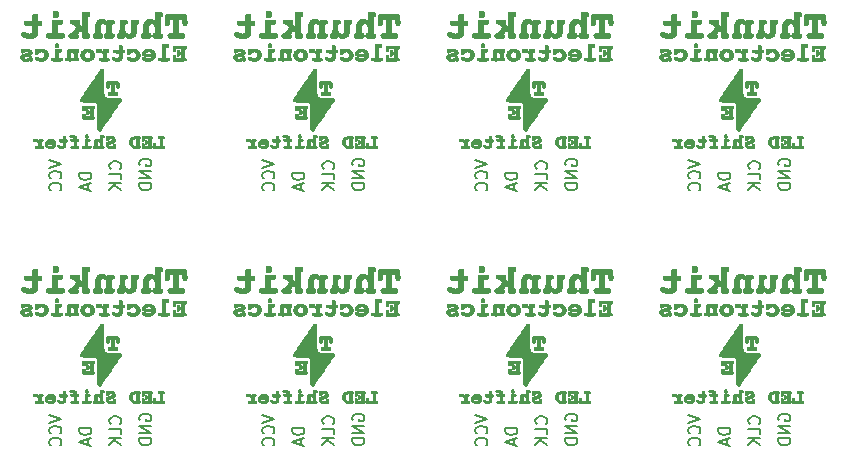
<source format=gbo>
G04 #@! TF.FileFunction,Legend,Bot*
%FSLAX46Y46*%
G04 Gerber Fmt 4.6, Leading zero omitted, Abs format (unit mm)*
G04 Created by KiCad (PCBNEW 4.0.5+dfsg1-4) date Mon Jun 15 22:33:41 2020*
%MOMM*%
%LPD*%
G01*
G04 APERTURE LIST*
%ADD10C,0.100000*%
%ADD11C,0.150000*%
%ADD12C,0.010000*%
G04 APERTURE END LIST*
D10*
D11*
X128024000Y-111506286D02*
X127976381Y-111411048D01*
X127976381Y-111268191D01*
X128024000Y-111125333D01*
X128119238Y-111030095D01*
X128214476Y-110982476D01*
X128404952Y-110934857D01*
X128547810Y-110934857D01*
X128738286Y-110982476D01*
X128833524Y-111030095D01*
X128928762Y-111125333D01*
X128976381Y-111268191D01*
X128976381Y-111363429D01*
X128928762Y-111506286D01*
X128881143Y-111553905D01*
X128547810Y-111553905D01*
X128547810Y-111363429D01*
X128976381Y-111982476D02*
X127976381Y-111982476D01*
X128976381Y-112553905D01*
X127976381Y-112553905D01*
X128976381Y-113030095D02*
X127976381Y-113030095D01*
X127976381Y-113268190D01*
X128024000Y-113411048D01*
X128119238Y-113506286D01*
X128214476Y-113553905D01*
X128404952Y-113601524D01*
X128547810Y-113601524D01*
X128738286Y-113553905D01*
X128833524Y-113506286D01*
X128928762Y-113411048D01*
X128976381Y-113268190D01*
X128976381Y-113030095D01*
X126341143Y-111792000D02*
X126388762Y-111744381D01*
X126436381Y-111601524D01*
X126436381Y-111506286D01*
X126388762Y-111363428D01*
X126293524Y-111268190D01*
X126198286Y-111220571D01*
X126007810Y-111172952D01*
X125864952Y-111172952D01*
X125674476Y-111220571D01*
X125579238Y-111268190D01*
X125484000Y-111363428D01*
X125436381Y-111506286D01*
X125436381Y-111601524D01*
X125484000Y-111744381D01*
X125531619Y-111792000D01*
X126436381Y-112696762D02*
X126436381Y-112220571D01*
X125436381Y-112220571D01*
X126436381Y-113030095D02*
X125436381Y-113030095D01*
X126436381Y-113601524D02*
X125864952Y-113172952D01*
X125436381Y-113601524D02*
X126007810Y-113030095D01*
X120356381Y-111030095D02*
X121356381Y-111363428D01*
X120356381Y-111696762D01*
X121261143Y-112601524D02*
X121308762Y-112553905D01*
X121356381Y-112411048D01*
X121356381Y-112315810D01*
X121308762Y-112172952D01*
X121213524Y-112077714D01*
X121118286Y-112030095D01*
X120927810Y-111982476D01*
X120784952Y-111982476D01*
X120594476Y-112030095D01*
X120499238Y-112077714D01*
X120404000Y-112172952D01*
X120356381Y-112315810D01*
X120356381Y-112411048D01*
X120404000Y-112553905D01*
X120451619Y-112601524D01*
X121261143Y-113601524D02*
X121308762Y-113553905D01*
X121356381Y-113411048D01*
X121356381Y-113315810D01*
X121308762Y-113172952D01*
X121213524Y-113077714D01*
X121118286Y-113030095D01*
X120927810Y-112982476D01*
X120784952Y-112982476D01*
X120594476Y-113030095D01*
X120499238Y-113077714D01*
X120404000Y-113172952D01*
X120356381Y-113315810D01*
X120356381Y-113411048D01*
X120404000Y-113553905D01*
X120451619Y-113601524D01*
X123896381Y-112172952D02*
X122896381Y-112172952D01*
X122896381Y-112411047D01*
X122944000Y-112553905D01*
X123039238Y-112649143D01*
X123134476Y-112696762D01*
X123324952Y-112744381D01*
X123467810Y-112744381D01*
X123658286Y-112696762D01*
X123753524Y-112649143D01*
X123848762Y-112553905D01*
X123896381Y-112411047D01*
X123896381Y-112172952D01*
X123610667Y-113125333D02*
X123610667Y-113601524D01*
X123896381Y-113030095D02*
X122896381Y-113363428D01*
X123896381Y-113696762D01*
X138390381Y-89440095D02*
X139390381Y-89773428D01*
X138390381Y-90106762D01*
X139295143Y-91011524D02*
X139342762Y-90963905D01*
X139390381Y-90821048D01*
X139390381Y-90725810D01*
X139342762Y-90582952D01*
X139247524Y-90487714D01*
X139152286Y-90440095D01*
X138961810Y-90392476D01*
X138818952Y-90392476D01*
X138628476Y-90440095D01*
X138533238Y-90487714D01*
X138438000Y-90582952D01*
X138390381Y-90725810D01*
X138390381Y-90821048D01*
X138438000Y-90963905D01*
X138485619Y-91011524D01*
X139295143Y-92011524D02*
X139342762Y-91963905D01*
X139390381Y-91821048D01*
X139390381Y-91725810D01*
X139342762Y-91582952D01*
X139247524Y-91487714D01*
X139152286Y-91440095D01*
X138961810Y-91392476D01*
X138818952Y-91392476D01*
X138628476Y-91440095D01*
X138533238Y-91487714D01*
X138438000Y-91582952D01*
X138390381Y-91725810D01*
X138390381Y-91821048D01*
X138438000Y-91963905D01*
X138485619Y-92011524D01*
X141930381Y-90582952D02*
X140930381Y-90582952D01*
X140930381Y-90821047D01*
X140978000Y-90963905D01*
X141073238Y-91059143D01*
X141168476Y-91106762D01*
X141358952Y-91154381D01*
X141501810Y-91154381D01*
X141692286Y-91106762D01*
X141787524Y-91059143D01*
X141882762Y-90963905D01*
X141930381Y-90821047D01*
X141930381Y-90582952D01*
X141644667Y-91535333D02*
X141644667Y-92011524D01*
X141930381Y-91440095D02*
X140930381Y-91773428D01*
X141930381Y-92106762D01*
X144375143Y-90202000D02*
X144422762Y-90154381D01*
X144470381Y-90011524D01*
X144470381Y-89916286D01*
X144422762Y-89773428D01*
X144327524Y-89678190D01*
X144232286Y-89630571D01*
X144041810Y-89582952D01*
X143898952Y-89582952D01*
X143708476Y-89630571D01*
X143613238Y-89678190D01*
X143518000Y-89773428D01*
X143470381Y-89916286D01*
X143470381Y-90011524D01*
X143518000Y-90154381D01*
X143565619Y-90202000D01*
X144470381Y-91106762D02*
X144470381Y-90630571D01*
X143470381Y-90630571D01*
X144470381Y-91440095D02*
X143470381Y-91440095D01*
X144470381Y-92011524D02*
X143898952Y-91582952D01*
X143470381Y-92011524D02*
X144041810Y-91440095D01*
X146058000Y-89916286D02*
X146010381Y-89821048D01*
X146010381Y-89678191D01*
X146058000Y-89535333D01*
X146153238Y-89440095D01*
X146248476Y-89392476D01*
X146438952Y-89344857D01*
X146581810Y-89344857D01*
X146772286Y-89392476D01*
X146867524Y-89440095D01*
X146962762Y-89535333D01*
X147010381Y-89678191D01*
X147010381Y-89773429D01*
X146962762Y-89916286D01*
X146915143Y-89963905D01*
X146581810Y-89963905D01*
X146581810Y-89773429D01*
X147010381Y-90392476D02*
X146010381Y-90392476D01*
X147010381Y-90963905D01*
X146010381Y-90963905D01*
X147010381Y-91440095D02*
X146010381Y-91440095D01*
X146010381Y-91678190D01*
X146058000Y-91821048D01*
X146153238Y-91916286D01*
X146248476Y-91963905D01*
X146438952Y-92011524D01*
X146581810Y-92011524D01*
X146772286Y-91963905D01*
X146867524Y-91916286D01*
X146962762Y-91821048D01*
X147010381Y-91678190D01*
X147010381Y-91440095D01*
X141930381Y-112172952D02*
X140930381Y-112172952D01*
X140930381Y-112411047D01*
X140978000Y-112553905D01*
X141073238Y-112649143D01*
X141168476Y-112696762D01*
X141358952Y-112744381D01*
X141501810Y-112744381D01*
X141692286Y-112696762D01*
X141787524Y-112649143D01*
X141882762Y-112553905D01*
X141930381Y-112411047D01*
X141930381Y-112172952D01*
X141644667Y-113125333D02*
X141644667Y-113601524D01*
X141930381Y-113030095D02*
X140930381Y-113363428D01*
X141930381Y-113696762D01*
X138390381Y-111030095D02*
X139390381Y-111363428D01*
X138390381Y-111696762D01*
X139295143Y-112601524D02*
X139342762Y-112553905D01*
X139390381Y-112411048D01*
X139390381Y-112315810D01*
X139342762Y-112172952D01*
X139247524Y-112077714D01*
X139152286Y-112030095D01*
X138961810Y-111982476D01*
X138818952Y-111982476D01*
X138628476Y-112030095D01*
X138533238Y-112077714D01*
X138438000Y-112172952D01*
X138390381Y-112315810D01*
X138390381Y-112411048D01*
X138438000Y-112553905D01*
X138485619Y-112601524D01*
X139295143Y-113601524D02*
X139342762Y-113553905D01*
X139390381Y-113411048D01*
X139390381Y-113315810D01*
X139342762Y-113172952D01*
X139247524Y-113077714D01*
X139152286Y-113030095D01*
X138961810Y-112982476D01*
X138818952Y-112982476D01*
X138628476Y-113030095D01*
X138533238Y-113077714D01*
X138438000Y-113172952D01*
X138390381Y-113315810D01*
X138390381Y-113411048D01*
X138438000Y-113553905D01*
X138485619Y-113601524D01*
X146058000Y-111506286D02*
X146010381Y-111411048D01*
X146010381Y-111268191D01*
X146058000Y-111125333D01*
X146153238Y-111030095D01*
X146248476Y-110982476D01*
X146438952Y-110934857D01*
X146581810Y-110934857D01*
X146772286Y-110982476D01*
X146867524Y-111030095D01*
X146962762Y-111125333D01*
X147010381Y-111268191D01*
X147010381Y-111363429D01*
X146962762Y-111506286D01*
X146915143Y-111553905D01*
X146581810Y-111553905D01*
X146581810Y-111363429D01*
X147010381Y-111982476D02*
X146010381Y-111982476D01*
X147010381Y-112553905D01*
X146010381Y-112553905D01*
X147010381Y-113030095D02*
X146010381Y-113030095D01*
X146010381Y-113268190D01*
X146058000Y-113411048D01*
X146153238Y-113506286D01*
X146248476Y-113553905D01*
X146438952Y-113601524D01*
X146581810Y-113601524D01*
X146772286Y-113553905D01*
X146867524Y-113506286D01*
X146962762Y-113411048D01*
X147010381Y-113268190D01*
X147010381Y-113030095D01*
X144375143Y-111792000D02*
X144422762Y-111744381D01*
X144470381Y-111601524D01*
X144470381Y-111506286D01*
X144422762Y-111363428D01*
X144327524Y-111268190D01*
X144232286Y-111220571D01*
X144041810Y-111172952D01*
X143898952Y-111172952D01*
X143708476Y-111220571D01*
X143613238Y-111268190D01*
X143518000Y-111363428D01*
X143470381Y-111506286D01*
X143470381Y-111601524D01*
X143518000Y-111744381D01*
X143565619Y-111792000D01*
X144470381Y-112696762D02*
X144470381Y-112220571D01*
X143470381Y-112220571D01*
X144470381Y-113030095D02*
X143470381Y-113030095D01*
X144470381Y-113601524D02*
X143898952Y-113172952D01*
X143470381Y-113601524D02*
X144041810Y-113030095D01*
X128024000Y-89916286D02*
X127976381Y-89821048D01*
X127976381Y-89678191D01*
X128024000Y-89535333D01*
X128119238Y-89440095D01*
X128214476Y-89392476D01*
X128404952Y-89344857D01*
X128547810Y-89344857D01*
X128738286Y-89392476D01*
X128833524Y-89440095D01*
X128928762Y-89535333D01*
X128976381Y-89678191D01*
X128976381Y-89773429D01*
X128928762Y-89916286D01*
X128881143Y-89963905D01*
X128547810Y-89963905D01*
X128547810Y-89773429D01*
X128976381Y-90392476D02*
X127976381Y-90392476D01*
X128976381Y-90963905D01*
X127976381Y-90963905D01*
X128976381Y-91440095D02*
X127976381Y-91440095D01*
X127976381Y-91678190D01*
X128024000Y-91821048D01*
X128119238Y-91916286D01*
X128214476Y-91963905D01*
X128404952Y-92011524D01*
X128547810Y-92011524D01*
X128738286Y-91963905D01*
X128833524Y-91916286D01*
X128928762Y-91821048D01*
X128976381Y-91678190D01*
X128976381Y-91440095D01*
X126341143Y-90202000D02*
X126388762Y-90154381D01*
X126436381Y-90011524D01*
X126436381Y-89916286D01*
X126388762Y-89773428D01*
X126293524Y-89678190D01*
X126198286Y-89630571D01*
X126007810Y-89582952D01*
X125864952Y-89582952D01*
X125674476Y-89630571D01*
X125579238Y-89678190D01*
X125484000Y-89773428D01*
X125436381Y-89916286D01*
X125436381Y-90011524D01*
X125484000Y-90154381D01*
X125531619Y-90202000D01*
X126436381Y-91106762D02*
X126436381Y-90630571D01*
X125436381Y-90630571D01*
X126436381Y-91440095D02*
X125436381Y-91440095D01*
X126436381Y-92011524D02*
X125864952Y-91582952D01*
X125436381Y-92011524D02*
X126007810Y-91440095D01*
X123896381Y-90582952D02*
X122896381Y-90582952D01*
X122896381Y-90821047D01*
X122944000Y-90963905D01*
X123039238Y-91059143D01*
X123134476Y-91106762D01*
X123324952Y-91154381D01*
X123467810Y-91154381D01*
X123658286Y-91106762D01*
X123753524Y-91059143D01*
X123848762Y-90963905D01*
X123896381Y-90821047D01*
X123896381Y-90582952D01*
X123610667Y-91535333D02*
X123610667Y-92011524D01*
X123896381Y-91440095D02*
X122896381Y-91773428D01*
X123896381Y-92106762D01*
X120356381Y-89440095D02*
X121356381Y-89773428D01*
X120356381Y-90106762D01*
X121261143Y-91011524D02*
X121308762Y-90963905D01*
X121356381Y-90821048D01*
X121356381Y-90725810D01*
X121308762Y-90582952D01*
X121213524Y-90487714D01*
X121118286Y-90440095D01*
X120927810Y-90392476D01*
X120784952Y-90392476D01*
X120594476Y-90440095D01*
X120499238Y-90487714D01*
X120404000Y-90582952D01*
X120356381Y-90725810D01*
X120356381Y-90821048D01*
X120404000Y-90963905D01*
X120451619Y-91011524D01*
X121261143Y-92011524D02*
X121308762Y-91963905D01*
X121356381Y-91821048D01*
X121356381Y-91725810D01*
X121308762Y-91582952D01*
X121213524Y-91487714D01*
X121118286Y-91440095D01*
X120927810Y-91392476D01*
X120784952Y-91392476D01*
X120594476Y-91440095D01*
X120499238Y-91487714D01*
X120404000Y-91582952D01*
X120356381Y-91725810D01*
X120356381Y-91821048D01*
X120404000Y-91963905D01*
X120451619Y-92011524D01*
X180443143Y-90202000D02*
X180490762Y-90154381D01*
X180538381Y-90011524D01*
X180538381Y-89916286D01*
X180490762Y-89773428D01*
X180395524Y-89678190D01*
X180300286Y-89630571D01*
X180109810Y-89582952D01*
X179966952Y-89582952D01*
X179776476Y-89630571D01*
X179681238Y-89678190D01*
X179586000Y-89773428D01*
X179538381Y-89916286D01*
X179538381Y-90011524D01*
X179586000Y-90154381D01*
X179633619Y-90202000D01*
X180538381Y-91106762D02*
X180538381Y-90630571D01*
X179538381Y-90630571D01*
X180538381Y-91440095D02*
X179538381Y-91440095D01*
X180538381Y-92011524D02*
X179966952Y-91582952D01*
X179538381Y-92011524D02*
X180109810Y-91440095D01*
X182126000Y-89916286D02*
X182078381Y-89821048D01*
X182078381Y-89678191D01*
X182126000Y-89535333D01*
X182221238Y-89440095D01*
X182316476Y-89392476D01*
X182506952Y-89344857D01*
X182649810Y-89344857D01*
X182840286Y-89392476D01*
X182935524Y-89440095D01*
X183030762Y-89535333D01*
X183078381Y-89678191D01*
X183078381Y-89773429D01*
X183030762Y-89916286D01*
X182983143Y-89963905D01*
X182649810Y-89963905D01*
X182649810Y-89773429D01*
X183078381Y-90392476D02*
X182078381Y-90392476D01*
X183078381Y-90963905D01*
X182078381Y-90963905D01*
X183078381Y-91440095D02*
X182078381Y-91440095D01*
X182078381Y-91678190D01*
X182126000Y-91821048D01*
X182221238Y-91916286D01*
X182316476Y-91963905D01*
X182506952Y-92011524D01*
X182649810Y-92011524D01*
X182840286Y-91963905D01*
X182935524Y-91916286D01*
X183030762Y-91821048D01*
X183078381Y-91678190D01*
X183078381Y-91440095D01*
X174458381Y-89440095D02*
X175458381Y-89773428D01*
X174458381Y-90106762D01*
X175363143Y-91011524D02*
X175410762Y-90963905D01*
X175458381Y-90821048D01*
X175458381Y-90725810D01*
X175410762Y-90582952D01*
X175315524Y-90487714D01*
X175220286Y-90440095D01*
X175029810Y-90392476D01*
X174886952Y-90392476D01*
X174696476Y-90440095D01*
X174601238Y-90487714D01*
X174506000Y-90582952D01*
X174458381Y-90725810D01*
X174458381Y-90821048D01*
X174506000Y-90963905D01*
X174553619Y-91011524D01*
X175363143Y-92011524D02*
X175410762Y-91963905D01*
X175458381Y-91821048D01*
X175458381Y-91725810D01*
X175410762Y-91582952D01*
X175315524Y-91487714D01*
X175220286Y-91440095D01*
X175029810Y-91392476D01*
X174886952Y-91392476D01*
X174696476Y-91440095D01*
X174601238Y-91487714D01*
X174506000Y-91582952D01*
X174458381Y-91725810D01*
X174458381Y-91821048D01*
X174506000Y-91963905D01*
X174553619Y-92011524D01*
X177998381Y-90582952D02*
X176998381Y-90582952D01*
X176998381Y-90821047D01*
X177046000Y-90963905D01*
X177141238Y-91059143D01*
X177236476Y-91106762D01*
X177426952Y-91154381D01*
X177569810Y-91154381D01*
X177760286Y-91106762D01*
X177855524Y-91059143D01*
X177950762Y-90963905D01*
X177998381Y-90821047D01*
X177998381Y-90582952D01*
X177712667Y-91535333D02*
X177712667Y-92011524D01*
X177998381Y-91440095D02*
X176998381Y-91773428D01*
X177998381Y-92106762D01*
X156424381Y-89440095D02*
X157424381Y-89773428D01*
X156424381Y-90106762D01*
X157329143Y-91011524D02*
X157376762Y-90963905D01*
X157424381Y-90821048D01*
X157424381Y-90725810D01*
X157376762Y-90582952D01*
X157281524Y-90487714D01*
X157186286Y-90440095D01*
X156995810Y-90392476D01*
X156852952Y-90392476D01*
X156662476Y-90440095D01*
X156567238Y-90487714D01*
X156472000Y-90582952D01*
X156424381Y-90725810D01*
X156424381Y-90821048D01*
X156472000Y-90963905D01*
X156519619Y-91011524D01*
X157329143Y-92011524D02*
X157376762Y-91963905D01*
X157424381Y-91821048D01*
X157424381Y-91725810D01*
X157376762Y-91582952D01*
X157281524Y-91487714D01*
X157186286Y-91440095D01*
X156995810Y-91392476D01*
X156852952Y-91392476D01*
X156662476Y-91440095D01*
X156567238Y-91487714D01*
X156472000Y-91582952D01*
X156424381Y-91725810D01*
X156424381Y-91821048D01*
X156472000Y-91963905D01*
X156519619Y-92011524D01*
X159964381Y-90582952D02*
X158964381Y-90582952D01*
X158964381Y-90821047D01*
X159012000Y-90963905D01*
X159107238Y-91059143D01*
X159202476Y-91106762D01*
X159392952Y-91154381D01*
X159535810Y-91154381D01*
X159726286Y-91106762D01*
X159821524Y-91059143D01*
X159916762Y-90963905D01*
X159964381Y-90821047D01*
X159964381Y-90582952D01*
X159678667Y-91535333D02*
X159678667Y-92011524D01*
X159964381Y-91440095D02*
X158964381Y-91773428D01*
X159964381Y-92106762D01*
X162409143Y-90202000D02*
X162456762Y-90154381D01*
X162504381Y-90011524D01*
X162504381Y-89916286D01*
X162456762Y-89773428D01*
X162361524Y-89678190D01*
X162266286Y-89630571D01*
X162075810Y-89582952D01*
X161932952Y-89582952D01*
X161742476Y-89630571D01*
X161647238Y-89678190D01*
X161552000Y-89773428D01*
X161504381Y-89916286D01*
X161504381Y-90011524D01*
X161552000Y-90154381D01*
X161599619Y-90202000D01*
X162504381Y-91106762D02*
X162504381Y-90630571D01*
X161504381Y-90630571D01*
X162504381Y-91440095D02*
X161504381Y-91440095D01*
X162504381Y-92011524D02*
X161932952Y-91582952D01*
X161504381Y-92011524D02*
X162075810Y-91440095D01*
X164092000Y-89916286D02*
X164044381Y-89821048D01*
X164044381Y-89678191D01*
X164092000Y-89535333D01*
X164187238Y-89440095D01*
X164282476Y-89392476D01*
X164472952Y-89344857D01*
X164615810Y-89344857D01*
X164806286Y-89392476D01*
X164901524Y-89440095D01*
X164996762Y-89535333D01*
X165044381Y-89678191D01*
X165044381Y-89773429D01*
X164996762Y-89916286D01*
X164949143Y-89963905D01*
X164615810Y-89963905D01*
X164615810Y-89773429D01*
X165044381Y-90392476D02*
X164044381Y-90392476D01*
X165044381Y-90963905D01*
X164044381Y-90963905D01*
X165044381Y-91440095D02*
X164044381Y-91440095D01*
X164044381Y-91678190D01*
X164092000Y-91821048D01*
X164187238Y-91916286D01*
X164282476Y-91963905D01*
X164472952Y-92011524D01*
X164615810Y-92011524D01*
X164806286Y-91963905D01*
X164901524Y-91916286D01*
X164996762Y-91821048D01*
X165044381Y-91678190D01*
X165044381Y-91440095D01*
X156424381Y-111030095D02*
X157424381Y-111363428D01*
X156424381Y-111696762D01*
X157329143Y-112601524D02*
X157376762Y-112553905D01*
X157424381Y-112411048D01*
X157424381Y-112315810D01*
X157376762Y-112172952D01*
X157281524Y-112077714D01*
X157186286Y-112030095D01*
X156995810Y-111982476D01*
X156852952Y-111982476D01*
X156662476Y-112030095D01*
X156567238Y-112077714D01*
X156472000Y-112172952D01*
X156424381Y-112315810D01*
X156424381Y-112411048D01*
X156472000Y-112553905D01*
X156519619Y-112601524D01*
X157329143Y-113601524D02*
X157376762Y-113553905D01*
X157424381Y-113411048D01*
X157424381Y-113315810D01*
X157376762Y-113172952D01*
X157281524Y-113077714D01*
X157186286Y-113030095D01*
X156995810Y-112982476D01*
X156852952Y-112982476D01*
X156662476Y-113030095D01*
X156567238Y-113077714D01*
X156472000Y-113172952D01*
X156424381Y-113315810D01*
X156424381Y-113411048D01*
X156472000Y-113553905D01*
X156519619Y-113601524D01*
X159964381Y-112172952D02*
X158964381Y-112172952D01*
X158964381Y-112411047D01*
X159012000Y-112553905D01*
X159107238Y-112649143D01*
X159202476Y-112696762D01*
X159392952Y-112744381D01*
X159535810Y-112744381D01*
X159726286Y-112696762D01*
X159821524Y-112649143D01*
X159916762Y-112553905D01*
X159964381Y-112411047D01*
X159964381Y-112172952D01*
X159678667Y-113125333D02*
X159678667Y-113601524D01*
X159964381Y-113030095D02*
X158964381Y-113363428D01*
X159964381Y-113696762D01*
X164092000Y-111506286D02*
X164044381Y-111411048D01*
X164044381Y-111268191D01*
X164092000Y-111125333D01*
X164187238Y-111030095D01*
X164282476Y-110982476D01*
X164472952Y-110934857D01*
X164615810Y-110934857D01*
X164806286Y-110982476D01*
X164901524Y-111030095D01*
X164996762Y-111125333D01*
X165044381Y-111268191D01*
X165044381Y-111363429D01*
X164996762Y-111506286D01*
X164949143Y-111553905D01*
X164615810Y-111553905D01*
X164615810Y-111363429D01*
X165044381Y-111982476D02*
X164044381Y-111982476D01*
X165044381Y-112553905D01*
X164044381Y-112553905D01*
X165044381Y-113030095D02*
X164044381Y-113030095D01*
X164044381Y-113268190D01*
X164092000Y-113411048D01*
X164187238Y-113506286D01*
X164282476Y-113553905D01*
X164472952Y-113601524D01*
X164615810Y-113601524D01*
X164806286Y-113553905D01*
X164901524Y-113506286D01*
X164996762Y-113411048D01*
X165044381Y-113268190D01*
X165044381Y-113030095D01*
X162409143Y-111792000D02*
X162456762Y-111744381D01*
X162504381Y-111601524D01*
X162504381Y-111506286D01*
X162456762Y-111363428D01*
X162361524Y-111268190D01*
X162266286Y-111220571D01*
X162075810Y-111172952D01*
X161932952Y-111172952D01*
X161742476Y-111220571D01*
X161647238Y-111268190D01*
X161552000Y-111363428D01*
X161504381Y-111506286D01*
X161504381Y-111601524D01*
X161552000Y-111744381D01*
X161599619Y-111792000D01*
X162504381Y-112696762D02*
X162504381Y-112220571D01*
X161504381Y-112220571D01*
X162504381Y-113030095D02*
X161504381Y-113030095D01*
X162504381Y-113601524D02*
X161932952Y-113172952D01*
X161504381Y-113601524D02*
X162075810Y-113030095D01*
X180443143Y-111792000D02*
X180490762Y-111744381D01*
X180538381Y-111601524D01*
X180538381Y-111506286D01*
X180490762Y-111363428D01*
X180395524Y-111268190D01*
X180300286Y-111220571D01*
X180109810Y-111172952D01*
X179966952Y-111172952D01*
X179776476Y-111220571D01*
X179681238Y-111268190D01*
X179586000Y-111363428D01*
X179538381Y-111506286D01*
X179538381Y-111601524D01*
X179586000Y-111744381D01*
X179633619Y-111792000D01*
X180538381Y-112696762D02*
X180538381Y-112220571D01*
X179538381Y-112220571D01*
X180538381Y-113030095D02*
X179538381Y-113030095D01*
X180538381Y-113601524D02*
X179966952Y-113172952D01*
X179538381Y-113601524D02*
X180109810Y-113030095D01*
X177998381Y-112172952D02*
X176998381Y-112172952D01*
X176998381Y-112411047D01*
X177046000Y-112553905D01*
X177141238Y-112649143D01*
X177236476Y-112696762D01*
X177426952Y-112744381D01*
X177569810Y-112744381D01*
X177760286Y-112696762D01*
X177855524Y-112649143D01*
X177950762Y-112553905D01*
X177998381Y-112411047D01*
X177998381Y-112172952D01*
X177712667Y-113125333D02*
X177712667Y-113601524D01*
X177998381Y-113030095D02*
X176998381Y-113363428D01*
X177998381Y-113696762D01*
X174458381Y-111030095D02*
X175458381Y-111363428D01*
X174458381Y-111696762D01*
X175363143Y-112601524D02*
X175410762Y-112553905D01*
X175458381Y-112411048D01*
X175458381Y-112315810D01*
X175410762Y-112172952D01*
X175315524Y-112077714D01*
X175220286Y-112030095D01*
X175029810Y-111982476D01*
X174886952Y-111982476D01*
X174696476Y-112030095D01*
X174601238Y-112077714D01*
X174506000Y-112172952D01*
X174458381Y-112315810D01*
X174458381Y-112411048D01*
X174506000Y-112553905D01*
X174553619Y-112601524D01*
X175363143Y-113601524D02*
X175410762Y-113553905D01*
X175458381Y-113411048D01*
X175458381Y-113315810D01*
X175410762Y-113172952D01*
X175315524Y-113077714D01*
X175220286Y-113030095D01*
X175029810Y-112982476D01*
X174886952Y-112982476D01*
X174696476Y-113030095D01*
X174601238Y-113077714D01*
X174506000Y-113172952D01*
X174458381Y-113315810D01*
X174458381Y-113411048D01*
X174506000Y-113553905D01*
X174553619Y-113601524D01*
X182126000Y-111506286D02*
X182078381Y-111411048D01*
X182078381Y-111268191D01*
X182126000Y-111125333D01*
X182221238Y-111030095D01*
X182316476Y-110982476D01*
X182506952Y-110934857D01*
X182649810Y-110934857D01*
X182840286Y-110982476D01*
X182935524Y-111030095D01*
X183030762Y-111125333D01*
X183078381Y-111268191D01*
X183078381Y-111363429D01*
X183030762Y-111506286D01*
X182983143Y-111553905D01*
X182649810Y-111553905D01*
X182649810Y-111363429D01*
X183078381Y-111982476D02*
X182078381Y-111982476D01*
X183078381Y-112553905D01*
X182078381Y-112553905D01*
X183078381Y-113030095D02*
X182078381Y-113030095D01*
X182078381Y-113268190D01*
X182126000Y-113411048D01*
X182221238Y-113506286D01*
X182316476Y-113553905D01*
X182506952Y-113601524D01*
X182649810Y-113601524D01*
X182840286Y-113553905D01*
X182935524Y-113506286D01*
X183030762Y-113411048D01*
X183078381Y-113268190D01*
X183078381Y-113030095D01*
D12*
G36*
X136046059Y-80044056D02*
X136023560Y-80054755D01*
X136007448Y-80071367D01*
X135996785Y-80096408D01*
X135990635Y-80132397D01*
X135988061Y-80181850D01*
X135987842Y-80200500D01*
X135988228Y-80252265D01*
X135990495Y-80290076D01*
X135995392Y-80316875D01*
X136003670Y-80335604D01*
X136016077Y-80349204D01*
X136027810Y-80357364D01*
X136053282Y-80369718D01*
X136078397Y-80373897D01*
X136105909Y-80369168D01*
X136138568Y-80354801D01*
X136179126Y-80330063D01*
X136209775Y-80308962D01*
X136279340Y-80265668D01*
X136345044Y-80237645D01*
X136409008Y-80224324D01*
X136473353Y-80225136D01*
X136503471Y-80230058D01*
X136549112Y-80244185D01*
X136579726Y-80264991D01*
X136596210Y-80293399D01*
X136599554Y-80329014D01*
X136596923Y-80349392D01*
X136590636Y-80365582D01*
X136578684Y-80378496D01*
X136559057Y-80389048D01*
X136529745Y-80398154D01*
X136488737Y-80406725D01*
X136434022Y-80415677D01*
X136396831Y-80421170D01*
X136297402Y-80436826D01*
X136213372Y-80453124D01*
X136143207Y-80470747D01*
X136085373Y-80490376D01*
X136038336Y-80512692D01*
X136000560Y-80538377D01*
X135970514Y-80568112D01*
X135946661Y-80602580D01*
X135934285Y-80626681D01*
X135924440Y-80649991D01*
X135918603Y-80670935D01*
X135916054Y-80694817D01*
X135916076Y-80726941D01*
X135917080Y-80753681D01*
X135919808Y-80796735D01*
X135924299Y-80828321D01*
X135931673Y-80853892D01*
X135942701Y-80878219D01*
X135981666Y-80936205D01*
X136033481Y-80983735D01*
X136098421Y-81020989D01*
X136176760Y-81048149D01*
X136211362Y-81056117D01*
X136256050Y-81062292D01*
X136312733Y-81065889D01*
X136376727Y-81067010D01*
X136443348Y-81065754D01*
X136507910Y-81062222D01*
X136565730Y-81056515D01*
X136612123Y-81048734D01*
X136617856Y-81047382D01*
X136647662Y-81040410D01*
X136668007Y-81038129D01*
X136685846Y-81041076D01*
X136708134Y-81049787D01*
X136720515Y-81055302D01*
X136764224Y-81071322D01*
X136799731Y-81075548D01*
X136830714Y-81068250D01*
X136839379Y-81064016D01*
X136857862Y-81050244D01*
X136868184Y-81036838D01*
X136870933Y-81022970D01*
X136873753Y-80995914D01*
X136876333Y-80959415D01*
X136878362Y-80917214D01*
X136878563Y-80911700D01*
X136879415Y-80844242D01*
X136876264Y-80791597D01*
X136868474Y-80751981D01*
X136855409Y-80723612D01*
X136836434Y-80704706D01*
X136810912Y-80693480D01*
X136799822Y-80690943D01*
X136756768Y-80689493D01*
X136718749Y-80702995D01*
X136684009Y-80732252D01*
X136669022Y-80750713D01*
X136620940Y-80802883D01*
X136562704Y-80842529D01*
X136493551Y-80870030D01*
X136412716Y-80885768D01*
X136393964Y-80887633D01*
X136334387Y-80887882D01*
X136283264Y-80878527D01*
X136242251Y-80860456D01*
X136213004Y-80834555D01*
X136197181Y-80801711D01*
X136194800Y-80780971D01*
X136202652Y-80746800D01*
X136225442Y-80719217D01*
X136262020Y-80699528D01*
X136268499Y-80697375D01*
X136287428Y-80692854D01*
X136319628Y-80686609D01*
X136361599Y-80679258D01*
X136409840Y-80671421D01*
X136448800Y-80665482D01*
X136544302Y-80649389D01*
X136624405Y-80631387D01*
X136690594Y-80610858D01*
X136744354Y-80587182D01*
X136787171Y-80559742D01*
X136820529Y-80527919D01*
X136838789Y-80503112D01*
X136861770Y-80460761D01*
X136874924Y-80418990D01*
X136880204Y-80370694D01*
X136880553Y-80351079D01*
X136873266Y-80280809D01*
X136851502Y-80219040D01*
X136815607Y-80166085D01*
X136765926Y-80122257D01*
X136702805Y-80087869D01*
X136626589Y-80063235D01*
X136548182Y-80049785D01*
X136465273Y-80045667D01*
X136374932Y-80050327D01*
X136283877Y-80063244D01*
X136233615Y-80074255D01*
X136203644Y-80081497D01*
X136185191Y-80084274D01*
X136173369Y-80082315D01*
X136163291Y-80075349D01*
X136157521Y-80070037D01*
X136123828Y-80048698D01*
X136084438Y-80039545D01*
X136046059Y-80044056D01*
X136046059Y-80044056D01*
G37*
X136046059Y-80044056D02*
X136023560Y-80054755D01*
X136007448Y-80071367D01*
X135996785Y-80096408D01*
X135990635Y-80132397D01*
X135988061Y-80181850D01*
X135987842Y-80200500D01*
X135988228Y-80252265D01*
X135990495Y-80290076D01*
X135995392Y-80316875D01*
X136003670Y-80335604D01*
X136016077Y-80349204D01*
X136027810Y-80357364D01*
X136053282Y-80369718D01*
X136078397Y-80373897D01*
X136105909Y-80369168D01*
X136138568Y-80354801D01*
X136179126Y-80330063D01*
X136209775Y-80308962D01*
X136279340Y-80265668D01*
X136345044Y-80237645D01*
X136409008Y-80224324D01*
X136473353Y-80225136D01*
X136503471Y-80230058D01*
X136549112Y-80244185D01*
X136579726Y-80264991D01*
X136596210Y-80293399D01*
X136599554Y-80329014D01*
X136596923Y-80349392D01*
X136590636Y-80365582D01*
X136578684Y-80378496D01*
X136559057Y-80389048D01*
X136529745Y-80398154D01*
X136488737Y-80406725D01*
X136434022Y-80415677D01*
X136396831Y-80421170D01*
X136297402Y-80436826D01*
X136213372Y-80453124D01*
X136143207Y-80470747D01*
X136085373Y-80490376D01*
X136038336Y-80512692D01*
X136000560Y-80538377D01*
X135970514Y-80568112D01*
X135946661Y-80602580D01*
X135934285Y-80626681D01*
X135924440Y-80649991D01*
X135918603Y-80670935D01*
X135916054Y-80694817D01*
X135916076Y-80726941D01*
X135917080Y-80753681D01*
X135919808Y-80796735D01*
X135924299Y-80828321D01*
X135931673Y-80853892D01*
X135942701Y-80878219D01*
X135981666Y-80936205D01*
X136033481Y-80983735D01*
X136098421Y-81020989D01*
X136176760Y-81048149D01*
X136211362Y-81056117D01*
X136256050Y-81062292D01*
X136312733Y-81065889D01*
X136376727Y-81067010D01*
X136443348Y-81065754D01*
X136507910Y-81062222D01*
X136565730Y-81056515D01*
X136612123Y-81048734D01*
X136617856Y-81047382D01*
X136647662Y-81040410D01*
X136668007Y-81038129D01*
X136685846Y-81041076D01*
X136708134Y-81049787D01*
X136720515Y-81055302D01*
X136764224Y-81071322D01*
X136799731Y-81075548D01*
X136830714Y-81068250D01*
X136839379Y-81064016D01*
X136857862Y-81050244D01*
X136868184Y-81036838D01*
X136870933Y-81022970D01*
X136873753Y-80995914D01*
X136876333Y-80959415D01*
X136878362Y-80917214D01*
X136878563Y-80911700D01*
X136879415Y-80844242D01*
X136876264Y-80791597D01*
X136868474Y-80751981D01*
X136855409Y-80723612D01*
X136836434Y-80704706D01*
X136810912Y-80693480D01*
X136799822Y-80690943D01*
X136756768Y-80689493D01*
X136718749Y-80702995D01*
X136684009Y-80732252D01*
X136669022Y-80750713D01*
X136620940Y-80802883D01*
X136562704Y-80842529D01*
X136493551Y-80870030D01*
X136412716Y-80885768D01*
X136393964Y-80887633D01*
X136334387Y-80887882D01*
X136283264Y-80878527D01*
X136242251Y-80860456D01*
X136213004Y-80834555D01*
X136197181Y-80801711D01*
X136194800Y-80780971D01*
X136202652Y-80746800D01*
X136225442Y-80719217D01*
X136262020Y-80699528D01*
X136268499Y-80697375D01*
X136287428Y-80692854D01*
X136319628Y-80686609D01*
X136361599Y-80679258D01*
X136409840Y-80671421D01*
X136448800Y-80665482D01*
X136544302Y-80649389D01*
X136624405Y-80631387D01*
X136690594Y-80610858D01*
X136744354Y-80587182D01*
X136787171Y-80559742D01*
X136820529Y-80527919D01*
X136838789Y-80503112D01*
X136861770Y-80460761D01*
X136874924Y-80418990D01*
X136880204Y-80370694D01*
X136880553Y-80351079D01*
X136873266Y-80280809D01*
X136851502Y-80219040D01*
X136815607Y-80166085D01*
X136765926Y-80122257D01*
X136702805Y-80087869D01*
X136626589Y-80063235D01*
X136548182Y-80049785D01*
X136465273Y-80045667D01*
X136374932Y-80050327D01*
X136283877Y-80063244D01*
X136233615Y-80074255D01*
X136203644Y-80081497D01*
X136185191Y-80084274D01*
X136173369Y-80082315D01*
X136163291Y-80075349D01*
X136157521Y-80070037D01*
X136123828Y-80048698D01*
X136084438Y-80039545D01*
X136046059Y-80044056D01*
G36*
X146707183Y-80050734D02*
X146635348Y-80058290D01*
X146587930Y-80068433D01*
X146500170Y-80100490D01*
X146422389Y-80144606D01*
X146355687Y-80199606D01*
X146301164Y-80264313D01*
X146259917Y-80337552D01*
X146233048Y-80418146D01*
X146226079Y-80455524D01*
X146221430Y-80508515D01*
X146225196Y-80548663D01*
X146238031Y-80578174D01*
X146260591Y-80599256D01*
X146270343Y-80604770D01*
X146278638Y-80608330D01*
X146289119Y-80611275D01*
X146303361Y-80613661D01*
X146322939Y-80615547D01*
X146349429Y-80616990D01*
X146384406Y-80618048D01*
X146429444Y-80618779D01*
X146486119Y-80619239D01*
X146556005Y-80619487D01*
X146640679Y-80619580D01*
X146675334Y-80619586D01*
X147050902Y-80619600D01*
X147045254Y-80642883D01*
X147022287Y-80702858D01*
X146985359Y-80755802D01*
X146936957Y-80798713D01*
X146897487Y-80821218D01*
X146869386Y-80832366D01*
X146840116Y-80839618D01*
X146804093Y-80844037D01*
X146765690Y-80846288D01*
X146709400Y-80846759D01*
X146658398Y-80842362D01*
X146608484Y-80832078D01*
X146555459Y-80814891D01*
X146495121Y-80789781D01*
X146454388Y-80770837D01*
X146402681Y-80747092D01*
X146362964Y-80731722D01*
X146332629Y-80724514D01*
X146309070Y-80725257D01*
X146289681Y-80733739D01*
X146271855Y-80749750D01*
X146266747Y-80755603D01*
X146244792Y-80792452D01*
X146239483Y-80831589D01*
X146250690Y-80874001D01*
X146251064Y-80874849D01*
X146280125Y-80920075D01*
X146324803Y-80960938D01*
X146384210Y-80996863D01*
X146457457Y-81027274D01*
X146511433Y-81043642D01*
X146554769Y-81052364D01*
X146609211Y-81059108D01*
X146670310Y-81063728D01*
X146733620Y-81066080D01*
X146794695Y-81066020D01*
X146849088Y-81063403D01*
X146892352Y-81058083D01*
X146900900Y-81056316D01*
X146995854Y-81026900D01*
X147080646Y-80985281D01*
X147154354Y-80932294D01*
X147216057Y-80868776D01*
X147264836Y-80795564D01*
X147299769Y-80713495D01*
X147307572Y-80686656D01*
X147316156Y-80636499D01*
X147319377Y-80576981D01*
X147317498Y-80513992D01*
X147310780Y-80453425D01*
X147310098Y-80450266D01*
X147050208Y-80450266D01*
X146489125Y-80450266D01*
X146495016Y-80431216D01*
X146521487Y-80373178D01*
X146561396Y-80324884D01*
X146613362Y-80287885D01*
X146629966Y-80279724D01*
X146672180Y-80266455D01*
X146724530Y-80258370D01*
X146780948Y-80255738D01*
X146835366Y-80258828D01*
X146881717Y-80267908D01*
X146883606Y-80268490D01*
X146938568Y-80294300D01*
X146986063Y-80333412D01*
X147023099Y-80382798D01*
X147044317Y-80431216D01*
X147050208Y-80450266D01*
X147310098Y-80450266D01*
X147299485Y-80401173D01*
X147294165Y-80385037D01*
X147255115Y-80303862D01*
X147202502Y-80232304D01*
X147137177Y-80171090D01*
X147059989Y-80120951D01*
X146971790Y-80082615D01*
X146924572Y-80068297D01*
X146858087Y-80055735D01*
X146783527Y-80049881D01*
X146707183Y-80050734D01*
X146707183Y-80050734D01*
G37*
X146707183Y-80050734D02*
X146635348Y-80058290D01*
X146587930Y-80068433D01*
X146500170Y-80100490D01*
X146422389Y-80144606D01*
X146355687Y-80199606D01*
X146301164Y-80264313D01*
X146259917Y-80337552D01*
X146233048Y-80418146D01*
X146226079Y-80455524D01*
X146221430Y-80508515D01*
X146225196Y-80548663D01*
X146238031Y-80578174D01*
X146260591Y-80599256D01*
X146270343Y-80604770D01*
X146278638Y-80608330D01*
X146289119Y-80611275D01*
X146303361Y-80613661D01*
X146322939Y-80615547D01*
X146349429Y-80616990D01*
X146384406Y-80618048D01*
X146429444Y-80618779D01*
X146486119Y-80619239D01*
X146556005Y-80619487D01*
X146640679Y-80619580D01*
X146675334Y-80619586D01*
X147050902Y-80619600D01*
X147045254Y-80642883D01*
X147022287Y-80702858D01*
X146985359Y-80755802D01*
X146936957Y-80798713D01*
X146897487Y-80821218D01*
X146869386Y-80832366D01*
X146840116Y-80839618D01*
X146804093Y-80844037D01*
X146765690Y-80846288D01*
X146709400Y-80846759D01*
X146658398Y-80842362D01*
X146608484Y-80832078D01*
X146555459Y-80814891D01*
X146495121Y-80789781D01*
X146454388Y-80770837D01*
X146402681Y-80747092D01*
X146362964Y-80731722D01*
X146332629Y-80724514D01*
X146309070Y-80725257D01*
X146289681Y-80733739D01*
X146271855Y-80749750D01*
X146266747Y-80755603D01*
X146244792Y-80792452D01*
X146239483Y-80831589D01*
X146250690Y-80874001D01*
X146251064Y-80874849D01*
X146280125Y-80920075D01*
X146324803Y-80960938D01*
X146384210Y-80996863D01*
X146457457Y-81027274D01*
X146511433Y-81043642D01*
X146554769Y-81052364D01*
X146609211Y-81059108D01*
X146670310Y-81063728D01*
X146733620Y-81066080D01*
X146794695Y-81066020D01*
X146849088Y-81063403D01*
X146892352Y-81058083D01*
X146900900Y-81056316D01*
X146995854Y-81026900D01*
X147080646Y-80985281D01*
X147154354Y-80932294D01*
X147216057Y-80868776D01*
X147264836Y-80795564D01*
X147299769Y-80713495D01*
X147307572Y-80686656D01*
X147316156Y-80636499D01*
X147319377Y-80576981D01*
X147317498Y-80513992D01*
X147310780Y-80453425D01*
X147310098Y-80450266D01*
X147050208Y-80450266D01*
X146489125Y-80450266D01*
X146495016Y-80431216D01*
X146521487Y-80373178D01*
X146561396Y-80324884D01*
X146613362Y-80287885D01*
X146629966Y-80279724D01*
X146672180Y-80266455D01*
X146724530Y-80258370D01*
X146780948Y-80255738D01*
X146835366Y-80258828D01*
X146881717Y-80267908D01*
X146883606Y-80268490D01*
X146938568Y-80294300D01*
X146986063Y-80333412D01*
X147023099Y-80382798D01*
X147044317Y-80431216D01*
X147050208Y-80450266D01*
X147310098Y-80450266D01*
X147299485Y-80401173D01*
X147294165Y-80385037D01*
X147255115Y-80303862D01*
X147202502Y-80232304D01*
X147137177Y-80171090D01*
X147059989Y-80120951D01*
X146971790Y-80082615D01*
X146924572Y-80068297D01*
X146858087Y-80055735D01*
X146783527Y-80049881D01*
X146707183Y-80050734D01*
G36*
X145021053Y-80047120D02*
X144995813Y-80055699D01*
X144992656Y-80057673D01*
X144978054Y-80070198D01*
X144967056Y-80086164D01*
X144959184Y-80107960D01*
X144953961Y-80137975D01*
X144950908Y-80178597D01*
X144949548Y-80232216D01*
X144949346Y-80274311D01*
X144949877Y-80337896D01*
X144951891Y-80386797D01*
X144956043Y-80423241D01*
X144962983Y-80449457D01*
X144973366Y-80467672D01*
X144987844Y-80480116D01*
X145007070Y-80489016D01*
X145012833Y-80490994D01*
X145051899Y-80498677D01*
X145086931Y-80493670D01*
X145119983Y-80474938D01*
X145153108Y-80441444D01*
X145178199Y-80407541D01*
X145213332Y-80362442D01*
X145251387Y-80328853D01*
X145298429Y-80301644D01*
X145309633Y-80296434D01*
X145333073Y-80287302D01*
X145357611Y-80281538D01*
X145388163Y-80278415D01*
X145429648Y-80277209D01*
X145440400Y-80277130D01*
X145482096Y-80277352D01*
X145511883Y-80279061D01*
X145534776Y-80283102D01*
X145555788Y-80290322D01*
X145577226Y-80300235D01*
X145631824Y-80336094D01*
X145677196Y-80384234D01*
X145705937Y-80432296D01*
X145714652Y-80454365D01*
X145720113Y-80478040D01*
X145722988Y-80508067D01*
X145723947Y-80549191D01*
X145723967Y-80560333D01*
X145723422Y-80602899D01*
X145721351Y-80633392D01*
X145716983Y-80656656D01*
X145709548Y-80677535D01*
X145703157Y-80691209D01*
X145666733Y-80747287D01*
X145619018Y-80790841D01*
X145559888Y-80821955D01*
X145489220Y-80840713D01*
X145479883Y-80842148D01*
X145428136Y-80846199D01*
X145377054Y-80842662D01*
X145323484Y-80830765D01*
X145264271Y-80809735D01*
X145196260Y-80778801D01*
X145172577Y-80766916D01*
X145120331Y-80741110D01*
X145079927Y-80723657D01*
X145048792Y-80714023D01*
X145024355Y-80711677D01*
X145004043Y-80716085D01*
X144985282Y-80726714D01*
X144983803Y-80727793D01*
X144966913Y-80746296D01*
X144952382Y-80771935D01*
X144949870Y-80778316D01*
X144943609Y-80819820D01*
X144953293Y-80861348D01*
X144977958Y-80901958D01*
X145016643Y-80940708D01*
X145068386Y-80976657D01*
X145132224Y-81008862D01*
X145207197Y-81036381D01*
X145216261Y-81039135D01*
X145249690Y-81048402D01*
X145280510Y-81055000D01*
X145313207Y-81059486D01*
X145352264Y-81062418D01*
X145402166Y-81064354D01*
X145423466Y-81064910D01*
X145490845Y-81065633D01*
X145543705Y-81064106D01*
X145584323Y-81060222D01*
X145605500Y-81056323D01*
X145697875Y-81028542D01*
X145778443Y-80990120D01*
X145849515Y-80939760D01*
X145899537Y-80891697D01*
X145941357Y-80838193D01*
X145977333Y-80776409D01*
X146004154Y-80712623D01*
X146015312Y-80672099D01*
X146022137Y-80620303D01*
X146024070Y-80559955D01*
X146021229Y-80498679D01*
X146013735Y-80444098D01*
X146011583Y-80434206D01*
X145984477Y-80354851D01*
X145942700Y-80280276D01*
X145888378Y-80213118D01*
X145823638Y-80156012D01*
X145751784Y-80112169D01*
X145688586Y-80083898D01*
X145631035Y-80064913D01*
X145572729Y-80053745D01*
X145507266Y-80048922D01*
X145474266Y-80048431D01*
X145409814Y-80050028D01*
X145355392Y-80055892D01*
X145304363Y-80067300D01*
X145250089Y-80085527D01*
X145220756Y-80097147D01*
X145188345Y-80109803D01*
X145168269Y-80115714D01*
X145157607Y-80115482D01*
X145153778Y-80110950D01*
X145145665Y-80097899D01*
X145129911Y-80079232D01*
X145122386Y-80071383D01*
X145102097Y-80053857D01*
X145082219Y-80045820D01*
X145054253Y-80043867D01*
X145053664Y-80043866D01*
X145021053Y-80047120D01*
X145021053Y-80047120D01*
G37*
X145021053Y-80047120D02*
X144995813Y-80055699D01*
X144992656Y-80057673D01*
X144978054Y-80070198D01*
X144967056Y-80086164D01*
X144959184Y-80107960D01*
X144953961Y-80137975D01*
X144950908Y-80178597D01*
X144949548Y-80232216D01*
X144949346Y-80274311D01*
X144949877Y-80337896D01*
X144951891Y-80386797D01*
X144956043Y-80423241D01*
X144962983Y-80449457D01*
X144973366Y-80467672D01*
X144987844Y-80480116D01*
X145007070Y-80489016D01*
X145012833Y-80490994D01*
X145051899Y-80498677D01*
X145086931Y-80493670D01*
X145119983Y-80474938D01*
X145153108Y-80441444D01*
X145178199Y-80407541D01*
X145213332Y-80362442D01*
X145251387Y-80328853D01*
X145298429Y-80301644D01*
X145309633Y-80296434D01*
X145333073Y-80287302D01*
X145357611Y-80281538D01*
X145388163Y-80278415D01*
X145429648Y-80277209D01*
X145440400Y-80277130D01*
X145482096Y-80277352D01*
X145511883Y-80279061D01*
X145534776Y-80283102D01*
X145555788Y-80290322D01*
X145577226Y-80300235D01*
X145631824Y-80336094D01*
X145677196Y-80384234D01*
X145705937Y-80432296D01*
X145714652Y-80454365D01*
X145720113Y-80478040D01*
X145722988Y-80508067D01*
X145723947Y-80549191D01*
X145723967Y-80560333D01*
X145723422Y-80602899D01*
X145721351Y-80633392D01*
X145716983Y-80656656D01*
X145709548Y-80677535D01*
X145703157Y-80691209D01*
X145666733Y-80747287D01*
X145619018Y-80790841D01*
X145559888Y-80821955D01*
X145489220Y-80840713D01*
X145479883Y-80842148D01*
X145428136Y-80846199D01*
X145377054Y-80842662D01*
X145323484Y-80830765D01*
X145264271Y-80809735D01*
X145196260Y-80778801D01*
X145172577Y-80766916D01*
X145120331Y-80741110D01*
X145079927Y-80723657D01*
X145048792Y-80714023D01*
X145024355Y-80711677D01*
X145004043Y-80716085D01*
X144985282Y-80726714D01*
X144983803Y-80727793D01*
X144966913Y-80746296D01*
X144952382Y-80771935D01*
X144949870Y-80778316D01*
X144943609Y-80819820D01*
X144953293Y-80861348D01*
X144977958Y-80901958D01*
X145016643Y-80940708D01*
X145068386Y-80976657D01*
X145132224Y-81008862D01*
X145207197Y-81036381D01*
X145216261Y-81039135D01*
X145249690Y-81048402D01*
X145280510Y-81055000D01*
X145313207Y-81059486D01*
X145352264Y-81062418D01*
X145402166Y-81064354D01*
X145423466Y-81064910D01*
X145490845Y-81065633D01*
X145543705Y-81064106D01*
X145584323Y-81060222D01*
X145605500Y-81056323D01*
X145697875Y-81028542D01*
X145778443Y-80990120D01*
X145849515Y-80939760D01*
X145899537Y-80891697D01*
X145941357Y-80838193D01*
X145977333Y-80776409D01*
X146004154Y-80712623D01*
X146015312Y-80672099D01*
X146022137Y-80620303D01*
X146024070Y-80559955D01*
X146021229Y-80498679D01*
X146013735Y-80444098D01*
X146011583Y-80434206D01*
X145984477Y-80354851D01*
X145942700Y-80280276D01*
X145888378Y-80213118D01*
X145823638Y-80156012D01*
X145751784Y-80112169D01*
X145688586Y-80083898D01*
X145631035Y-80064913D01*
X145572729Y-80053745D01*
X145507266Y-80048922D01*
X145474266Y-80048431D01*
X145409814Y-80050028D01*
X145355392Y-80055892D01*
X145304363Y-80067300D01*
X145250089Y-80085527D01*
X145220756Y-80097147D01*
X145188345Y-80109803D01*
X145168269Y-80115714D01*
X145157607Y-80115482D01*
X145153778Y-80110950D01*
X145145665Y-80097899D01*
X145129911Y-80079232D01*
X145122386Y-80071383D01*
X145102097Y-80053857D01*
X145082219Y-80045820D01*
X145054253Y-80043867D01*
X145053664Y-80043866D01*
X145021053Y-80047120D01*
G36*
X144351332Y-79756144D02*
X144316195Y-79761646D01*
X144299052Y-79767845D01*
X144281516Y-79779728D01*
X144268208Y-79796346D01*
X144258604Y-79819906D01*
X144252180Y-79852616D01*
X144248413Y-79896684D01*
X144246780Y-79954317D01*
X144246600Y-79989004D01*
X144246600Y-80128533D01*
X144064295Y-80128533D01*
X143995526Y-80128864D01*
X143941538Y-80130111D01*
X143900185Y-80132656D01*
X143869321Y-80136880D01*
X143846802Y-80143165D01*
X143830482Y-80151892D01*
X143818217Y-80163441D01*
X143810763Y-80173612D01*
X143800857Y-80199709D01*
X143796503Y-80234853D01*
X143797950Y-80272008D01*
X143805445Y-80304138D01*
X143806103Y-80305778D01*
X143814110Y-80322245D01*
X143824249Y-80335133D01*
X143838581Y-80344917D01*
X143859168Y-80352074D01*
X143888071Y-80357080D01*
X143927351Y-80360410D01*
X143979069Y-80362541D01*
X144045287Y-80363949D01*
X144058923Y-80364163D01*
X144248014Y-80367025D01*
X144245141Y-80550462D01*
X144243798Y-80618122D01*
X144241787Y-80671083D01*
X144238583Y-80711582D01*
X144233658Y-80741853D01*
X144226484Y-80764130D01*
X144216535Y-80780650D01*
X144203282Y-80793647D01*
X144186199Y-80805355D01*
X144184805Y-80806209D01*
X144150033Y-80819167D01*
X144104147Y-80824002D01*
X144050807Y-80820864D01*
X143993674Y-80809906D01*
X143950267Y-80796547D01*
X143889796Y-80774658D01*
X143843126Y-80757877D01*
X143808094Y-80745663D01*
X143782538Y-80737472D01*
X143764295Y-80732764D01*
X143751203Y-80730995D01*
X143741099Y-80731623D01*
X143731822Y-80734106D01*
X143721209Y-80737902D01*
X143719215Y-80738604D01*
X143683799Y-80759049D01*
X143659206Y-80789706D01*
X143646747Y-80826774D01*
X143647736Y-80866457D01*
X143662363Y-80903173D01*
X143691106Y-80936175D01*
X143734098Y-80967471D01*
X143788670Y-80996123D01*
X143852156Y-81021189D01*
X143921888Y-81041732D01*
X143995198Y-81056812D01*
X144069419Y-81065489D01*
X144128067Y-81067183D01*
X144159525Y-81066254D01*
X144186070Y-81064657D01*
X144200033Y-81063034D01*
X144248587Y-81053101D01*
X144284692Y-81044606D01*
X144312619Y-81036298D01*
X144336640Y-81026930D01*
X144357681Y-81016947D01*
X144391039Y-80996192D01*
X144424310Y-80969301D01*
X144440271Y-80953231D01*
X144457360Y-80932744D01*
X144471089Y-80912806D01*
X144481860Y-80891267D01*
X144490073Y-80865979D01*
X144496131Y-80834796D01*
X144500435Y-80795569D01*
X144503387Y-80746149D01*
X144505389Y-80684390D01*
X144506843Y-80608144D01*
X144507024Y-80596316D01*
X144510481Y-80365600D01*
X144566924Y-80365398D01*
X144621036Y-80362947D01*
X144661857Y-80355437D01*
X144692510Y-80341966D01*
X144715275Y-80322584D01*
X144728177Y-80306743D01*
X144735058Y-80291967D01*
X144737342Y-80272509D01*
X144736451Y-80242623D01*
X144736200Y-80238090D01*
X144731232Y-80198587D01*
X144720037Y-80169480D01*
X144700517Y-80149349D01*
X144670576Y-80136770D01*
X144628115Y-80130322D01*
X144574683Y-80128580D01*
X144509066Y-80128533D01*
X144509066Y-79973783D01*
X144508823Y-79914067D01*
X144507679Y-79868816D01*
X144505012Y-79835563D01*
X144500198Y-79811842D01*
X144492615Y-79795188D01*
X144481642Y-79783134D01*
X144466654Y-79773213D01*
X144457150Y-79768122D01*
X144428774Y-79759394D01*
X144391180Y-79755397D01*
X144351332Y-79756144D01*
X144351332Y-79756144D01*
G37*
X144351332Y-79756144D02*
X144316195Y-79761646D01*
X144299052Y-79767845D01*
X144281516Y-79779728D01*
X144268208Y-79796346D01*
X144258604Y-79819906D01*
X144252180Y-79852616D01*
X144248413Y-79896684D01*
X144246780Y-79954317D01*
X144246600Y-79989004D01*
X144246600Y-80128533D01*
X144064295Y-80128533D01*
X143995526Y-80128864D01*
X143941538Y-80130111D01*
X143900185Y-80132656D01*
X143869321Y-80136880D01*
X143846802Y-80143165D01*
X143830482Y-80151892D01*
X143818217Y-80163441D01*
X143810763Y-80173612D01*
X143800857Y-80199709D01*
X143796503Y-80234853D01*
X143797950Y-80272008D01*
X143805445Y-80304138D01*
X143806103Y-80305778D01*
X143814110Y-80322245D01*
X143824249Y-80335133D01*
X143838581Y-80344917D01*
X143859168Y-80352074D01*
X143888071Y-80357080D01*
X143927351Y-80360410D01*
X143979069Y-80362541D01*
X144045287Y-80363949D01*
X144058923Y-80364163D01*
X144248014Y-80367025D01*
X144245141Y-80550462D01*
X144243798Y-80618122D01*
X144241787Y-80671083D01*
X144238583Y-80711582D01*
X144233658Y-80741853D01*
X144226484Y-80764130D01*
X144216535Y-80780650D01*
X144203282Y-80793647D01*
X144186199Y-80805355D01*
X144184805Y-80806209D01*
X144150033Y-80819167D01*
X144104147Y-80824002D01*
X144050807Y-80820864D01*
X143993674Y-80809906D01*
X143950267Y-80796547D01*
X143889796Y-80774658D01*
X143843126Y-80757877D01*
X143808094Y-80745663D01*
X143782538Y-80737472D01*
X143764295Y-80732764D01*
X143751203Y-80730995D01*
X143741099Y-80731623D01*
X143731822Y-80734106D01*
X143721209Y-80737902D01*
X143719215Y-80738604D01*
X143683799Y-80759049D01*
X143659206Y-80789706D01*
X143646747Y-80826774D01*
X143647736Y-80866457D01*
X143662363Y-80903173D01*
X143691106Y-80936175D01*
X143734098Y-80967471D01*
X143788670Y-80996123D01*
X143852156Y-81021189D01*
X143921888Y-81041732D01*
X143995198Y-81056812D01*
X144069419Y-81065489D01*
X144128067Y-81067183D01*
X144159525Y-81066254D01*
X144186070Y-81064657D01*
X144200033Y-81063034D01*
X144248587Y-81053101D01*
X144284692Y-81044606D01*
X144312619Y-81036298D01*
X144336640Y-81026930D01*
X144357681Y-81016947D01*
X144391039Y-80996192D01*
X144424310Y-80969301D01*
X144440271Y-80953231D01*
X144457360Y-80932744D01*
X144471089Y-80912806D01*
X144481860Y-80891267D01*
X144490073Y-80865979D01*
X144496131Y-80834796D01*
X144500435Y-80795569D01*
X144503387Y-80746149D01*
X144505389Y-80684390D01*
X144506843Y-80608144D01*
X144507024Y-80596316D01*
X144510481Y-80365600D01*
X144566924Y-80365398D01*
X144621036Y-80362947D01*
X144661857Y-80355437D01*
X144692510Y-80341966D01*
X144715275Y-80322584D01*
X144728177Y-80306743D01*
X144735058Y-80291967D01*
X144737342Y-80272509D01*
X144736451Y-80242623D01*
X144736200Y-80238090D01*
X144731232Y-80198587D01*
X144720037Y-80169480D01*
X144700517Y-80149349D01*
X144670576Y-80136770D01*
X144628115Y-80130322D01*
X144574683Y-80128580D01*
X144509066Y-80128533D01*
X144509066Y-79973783D01*
X144508823Y-79914067D01*
X144507679Y-79868816D01*
X144505012Y-79835563D01*
X144500198Y-79811842D01*
X144492615Y-79795188D01*
X144481642Y-79783134D01*
X144466654Y-79773213D01*
X144457150Y-79768122D01*
X144428774Y-79759394D01*
X144391180Y-79755397D01*
X144351332Y-79756144D01*
G36*
X141518664Y-80050787D02*
X141503787Y-80052289D01*
X141403296Y-80070753D01*
X141312454Y-80101797D01*
X141232062Y-80144597D01*
X141162920Y-80198328D01*
X141105829Y-80262166D01*
X141061592Y-80335287D01*
X141031007Y-80416867D01*
X141014878Y-80506082D01*
X141012458Y-80557799D01*
X141015316Y-80625399D01*
X141025175Y-80684034D01*
X141043562Y-80740766D01*
X141060214Y-80778714D01*
X141103934Y-80851501D01*
X141161513Y-80916366D01*
X141231134Y-80971787D01*
X141310977Y-81016240D01*
X141372166Y-81040076D01*
X141403002Y-81049374D01*
X141431869Y-81055904D01*
X141463285Y-81060259D01*
X141501768Y-81063035D01*
X141551832Y-81064822D01*
X141562666Y-81065090D01*
X141632560Y-81065549D01*
X141687324Y-81063183D01*
X141728540Y-81057911D01*
X141736233Y-81056288D01*
X141831363Y-81026920D01*
X141916042Y-80985685D01*
X141989485Y-80933692D01*
X142050907Y-80872055D01*
X142099525Y-80801882D01*
X142134553Y-80724285D01*
X142155208Y-80640374D01*
X142160146Y-80560333D01*
X141861854Y-80560333D01*
X141853864Y-80632919D01*
X141831824Y-80696739D01*
X141796417Y-80750875D01*
X141748325Y-80794405D01*
X141688233Y-80826410D01*
X141656398Y-80837108D01*
X141609375Y-80844120D01*
X141555520Y-80842352D01*
X141502051Y-80832476D01*
X141464568Y-80819263D01*
X141410233Y-80785351D01*
X141365162Y-80738241D01*
X141335081Y-80688065D01*
X141324127Y-80662231D01*
X141317448Y-80638156D01*
X141314050Y-80610114D01*
X141312937Y-80572379D01*
X141312900Y-80560333D01*
X141315873Y-80498773D01*
X141325759Y-80448975D01*
X141344010Y-80406674D01*
X141372077Y-80367604D01*
X141382358Y-80356165D01*
X141423268Y-80319441D01*
X141467429Y-80295022D01*
X141518743Y-80281376D01*
X141581112Y-80276968D01*
X141583833Y-80276962D01*
X141645158Y-80280646D01*
X141695274Y-80292885D01*
X141738492Y-80315459D01*
X141779123Y-80350148D01*
X141790724Y-80362384D01*
X141826716Y-80409748D01*
X141849423Y-80460233D01*
X141860348Y-80518018D01*
X141861854Y-80560333D01*
X142160146Y-80560333D01*
X142160706Y-80551261D01*
X142152028Y-80467435D01*
X142128116Y-80380610D01*
X142089596Y-80301251D01*
X142037609Y-80230608D01*
X141973298Y-80169930D01*
X141897803Y-80120467D01*
X141812268Y-80083467D01*
X141796409Y-80078384D01*
X141707394Y-80058138D01*
X141612316Y-80048716D01*
X141518664Y-80050787D01*
X141518664Y-80050787D01*
G37*
X141518664Y-80050787D02*
X141503787Y-80052289D01*
X141403296Y-80070753D01*
X141312454Y-80101797D01*
X141232062Y-80144597D01*
X141162920Y-80198328D01*
X141105829Y-80262166D01*
X141061592Y-80335287D01*
X141031007Y-80416867D01*
X141014878Y-80506082D01*
X141012458Y-80557799D01*
X141015316Y-80625399D01*
X141025175Y-80684034D01*
X141043562Y-80740766D01*
X141060214Y-80778714D01*
X141103934Y-80851501D01*
X141161513Y-80916366D01*
X141231134Y-80971787D01*
X141310977Y-81016240D01*
X141372166Y-81040076D01*
X141403002Y-81049374D01*
X141431869Y-81055904D01*
X141463285Y-81060259D01*
X141501768Y-81063035D01*
X141551832Y-81064822D01*
X141562666Y-81065090D01*
X141632560Y-81065549D01*
X141687324Y-81063183D01*
X141728540Y-81057911D01*
X141736233Y-81056288D01*
X141831363Y-81026920D01*
X141916042Y-80985685D01*
X141989485Y-80933692D01*
X142050907Y-80872055D01*
X142099525Y-80801882D01*
X142134553Y-80724285D01*
X142155208Y-80640374D01*
X142160146Y-80560333D01*
X141861854Y-80560333D01*
X141853864Y-80632919D01*
X141831824Y-80696739D01*
X141796417Y-80750875D01*
X141748325Y-80794405D01*
X141688233Y-80826410D01*
X141656398Y-80837108D01*
X141609375Y-80844120D01*
X141555520Y-80842352D01*
X141502051Y-80832476D01*
X141464568Y-80819263D01*
X141410233Y-80785351D01*
X141365162Y-80738241D01*
X141335081Y-80688065D01*
X141324127Y-80662231D01*
X141317448Y-80638156D01*
X141314050Y-80610114D01*
X141312937Y-80572379D01*
X141312900Y-80560333D01*
X141315873Y-80498773D01*
X141325759Y-80448975D01*
X141344010Y-80406674D01*
X141372077Y-80367604D01*
X141382358Y-80356165D01*
X141423268Y-80319441D01*
X141467429Y-80295022D01*
X141518743Y-80281376D01*
X141581112Y-80276968D01*
X141583833Y-80276962D01*
X141645158Y-80280646D01*
X141695274Y-80292885D01*
X141738492Y-80315459D01*
X141779123Y-80350148D01*
X141790724Y-80362384D01*
X141826716Y-80409748D01*
X141849423Y-80460233D01*
X141860348Y-80518018D01*
X141861854Y-80560333D01*
X142160146Y-80560333D01*
X142160706Y-80551261D01*
X142152028Y-80467435D01*
X142128116Y-80380610D01*
X142089596Y-80301251D01*
X142037609Y-80230608D01*
X141973298Y-80169930D01*
X141897803Y-80120467D01*
X141812268Y-80083467D01*
X141796409Y-80078384D01*
X141707394Y-80058138D01*
X141612316Y-80048716D01*
X141518664Y-80050787D01*
G36*
X137248146Y-80047699D02*
X137216001Y-80062854D01*
X137210839Y-80067150D01*
X137194859Y-80086653D01*
X137183022Y-80113486D01*
X137174996Y-80149634D01*
X137170449Y-80197085D01*
X137169047Y-80257823D01*
X137169833Y-80312201D01*
X137172013Y-80368470D01*
X137175973Y-80410418D01*
X137182780Y-80440645D01*
X137193499Y-80461748D01*
X137209196Y-80476326D01*
X137230937Y-80486977D01*
X137243304Y-80491286D01*
X137286133Y-80497901D01*
X137324691Y-80488405D01*
X137359554Y-80462571D01*
X137380048Y-80437566D01*
X137424446Y-80381314D01*
X137470151Y-80336430D01*
X137515035Y-80304823D01*
X137541774Y-80292643D01*
X137584789Y-80282174D01*
X137635471Y-80276759D01*
X137688470Y-80276325D01*
X137738438Y-80280795D01*
X137780026Y-80290098D01*
X137795260Y-80296168D01*
X137848218Y-80327964D01*
X137888653Y-80366831D01*
X137920711Y-80416858D01*
X137923721Y-80422846D01*
X137937919Y-80453598D01*
X137946300Y-80478930D01*
X137950352Y-80505711D01*
X137951562Y-80540814D01*
X137951595Y-80551661D01*
X137947360Y-80617831D01*
X137933879Y-80672782D01*
X137909948Y-80720193D01*
X137886604Y-80750561D01*
X137838010Y-80793296D01*
X137779541Y-80823529D01*
X137713129Y-80840896D01*
X137640707Y-80845033D01*
X137564208Y-80835573D01*
X137511367Y-80821359D01*
X137482159Y-80809915D01*
X137444215Y-80792438D01*
X137403286Y-80771668D01*
X137377564Y-80757566D01*
X137328167Y-80731338D01*
X137289309Y-80715494D01*
X137258425Y-80709693D01*
X137232951Y-80713595D01*
X137210321Y-80726858D01*
X137201990Y-80734228D01*
X137177382Y-80767798D01*
X137168158Y-80805158D01*
X137173623Y-80844784D01*
X137193084Y-80885150D01*
X137225847Y-80924733D01*
X137271218Y-80962008D01*
X137318637Y-80990458D01*
X137374949Y-81017196D01*
X137429350Y-81036974D01*
X137486149Y-81050756D01*
X137549654Y-81059509D01*
X137624172Y-81064199D01*
X137651067Y-81065000D01*
X137706454Y-81065898D01*
X137749046Y-81065433D01*
X137782945Y-81063331D01*
X137812253Y-81059317D01*
X137841072Y-81053114D01*
X137845800Y-81051928D01*
X137941731Y-81020232D01*
X138025168Y-80977171D01*
X138096065Y-80922779D01*
X138154376Y-80857092D01*
X138197254Y-80785925D01*
X138230964Y-80698977D01*
X138248186Y-80609577D01*
X138248933Y-80519066D01*
X138233220Y-80428786D01*
X138201061Y-80340078D01*
X138192358Y-80322051D01*
X138159939Y-80270673D01*
X138115704Y-80218736D01*
X138064066Y-80170509D01*
X138009439Y-80130263D01*
X137972800Y-80109615D01*
X137879049Y-80073029D01*
X137781703Y-80051632D01*
X137683135Y-80045513D01*
X137585718Y-80054760D01*
X137491826Y-80079464D01*
X137463283Y-80090494D01*
X137427570Y-80105275D01*
X137404257Y-80113868D01*
X137390112Y-80116596D01*
X137381902Y-80113780D01*
X137376397Y-80105743D01*
X137373456Y-80099445D01*
X137352210Y-80071558D01*
X137321046Y-80053003D01*
X137284759Y-80044733D01*
X137248146Y-80047699D01*
X137248146Y-80047699D01*
G37*
X137248146Y-80047699D02*
X137216001Y-80062854D01*
X137210839Y-80067150D01*
X137194859Y-80086653D01*
X137183022Y-80113486D01*
X137174996Y-80149634D01*
X137170449Y-80197085D01*
X137169047Y-80257823D01*
X137169833Y-80312201D01*
X137172013Y-80368470D01*
X137175973Y-80410418D01*
X137182780Y-80440645D01*
X137193499Y-80461748D01*
X137209196Y-80476326D01*
X137230937Y-80486977D01*
X137243304Y-80491286D01*
X137286133Y-80497901D01*
X137324691Y-80488405D01*
X137359554Y-80462571D01*
X137380048Y-80437566D01*
X137424446Y-80381314D01*
X137470151Y-80336430D01*
X137515035Y-80304823D01*
X137541774Y-80292643D01*
X137584789Y-80282174D01*
X137635471Y-80276759D01*
X137688470Y-80276325D01*
X137738438Y-80280795D01*
X137780026Y-80290098D01*
X137795260Y-80296168D01*
X137848218Y-80327964D01*
X137888653Y-80366831D01*
X137920711Y-80416858D01*
X137923721Y-80422846D01*
X137937919Y-80453598D01*
X137946300Y-80478930D01*
X137950352Y-80505711D01*
X137951562Y-80540814D01*
X137951595Y-80551661D01*
X137947360Y-80617831D01*
X137933879Y-80672782D01*
X137909948Y-80720193D01*
X137886604Y-80750561D01*
X137838010Y-80793296D01*
X137779541Y-80823529D01*
X137713129Y-80840896D01*
X137640707Y-80845033D01*
X137564208Y-80835573D01*
X137511367Y-80821359D01*
X137482159Y-80809915D01*
X137444215Y-80792438D01*
X137403286Y-80771668D01*
X137377564Y-80757566D01*
X137328167Y-80731338D01*
X137289309Y-80715494D01*
X137258425Y-80709693D01*
X137232951Y-80713595D01*
X137210321Y-80726858D01*
X137201990Y-80734228D01*
X137177382Y-80767798D01*
X137168158Y-80805158D01*
X137173623Y-80844784D01*
X137193084Y-80885150D01*
X137225847Y-80924733D01*
X137271218Y-80962008D01*
X137318637Y-80990458D01*
X137374949Y-81017196D01*
X137429350Y-81036974D01*
X137486149Y-81050756D01*
X137549654Y-81059509D01*
X137624172Y-81064199D01*
X137651067Y-81065000D01*
X137706454Y-81065898D01*
X137749046Y-81065433D01*
X137782945Y-81063331D01*
X137812253Y-81059317D01*
X137841072Y-81053114D01*
X137845800Y-81051928D01*
X137941731Y-81020232D01*
X138025168Y-80977171D01*
X138096065Y-80922779D01*
X138154376Y-80857092D01*
X138197254Y-80785925D01*
X138230964Y-80698977D01*
X138248186Y-80609577D01*
X138248933Y-80519066D01*
X138233220Y-80428786D01*
X138201061Y-80340078D01*
X138192358Y-80322051D01*
X138159939Y-80270673D01*
X138115704Y-80218736D01*
X138064066Y-80170509D01*
X138009439Y-80130263D01*
X137972800Y-80109615D01*
X137879049Y-80073029D01*
X137781703Y-80051632D01*
X137683135Y-80045513D01*
X137585718Y-80054760D01*
X137491826Y-80079464D01*
X137463283Y-80090494D01*
X137427570Y-80105275D01*
X137404257Y-80113868D01*
X137390112Y-80116596D01*
X137381902Y-80113780D01*
X137376397Y-80105743D01*
X137373456Y-80099445D01*
X137352210Y-80071558D01*
X137321046Y-80053003D01*
X137284759Y-80044733D01*
X137248146Y-80047699D01*
G36*
X148855055Y-79818760D02*
X148831300Y-79839186D01*
X148828846Y-79990210D01*
X148828322Y-80059887D01*
X148829550Y-80114839D01*
X148832937Y-80157221D01*
X148838891Y-80189186D01*
X148847820Y-80212890D01*
X148860132Y-80230488D01*
X148876234Y-80244133D01*
X148877002Y-80244653D01*
X148912188Y-80259907D01*
X148951044Y-80263480D01*
X148988923Y-80256241D01*
X149021176Y-80239064D01*
X149042777Y-80213567D01*
X149050477Y-80189959D01*
X149056861Y-80153106D01*
X149061308Y-80106681D01*
X149061551Y-80102833D01*
X149066691Y-80018466D01*
X149546733Y-80018466D01*
X149546733Y-80289400D01*
X149370422Y-80289400D01*
X149364461Y-80253416D01*
X149356631Y-80218619D01*
X149344966Y-80195157D01*
X149326164Y-80177438D01*
X149315476Y-80170445D01*
X149279679Y-80156903D01*
X149241208Y-80155679D01*
X149204796Y-80165725D01*
X149175175Y-80185993D01*
X149161591Y-80204556D01*
X149156914Y-80215908D01*
X149153509Y-80230849D01*
X149151246Y-80251792D01*
X149149993Y-80281150D01*
X149149619Y-80321334D01*
X149149992Y-80374756D01*
X149150445Y-80409134D01*
X149153033Y-80587155D01*
X149180683Y-80611844D01*
X149200235Y-80626799D01*
X149220050Y-80634193D01*
X149247557Y-80636474D01*
X149255613Y-80636533D01*
X149284644Y-80635363D01*
X149304106Y-80630010D01*
X149321304Y-80617709D01*
X149331680Y-80607746D01*
X149350671Y-80585431D01*
X149359013Y-80564197D01*
X149360466Y-80544246D01*
X149360466Y-80509533D01*
X149546733Y-80509533D01*
X149546733Y-80814333D01*
X149066685Y-80814333D01*
X149061682Y-80725991D01*
X149057191Y-80672457D01*
X149049939Y-80633055D01*
X149038808Y-80605064D01*
X149022681Y-80585762D01*
X149000440Y-80572429D01*
X148998210Y-80571475D01*
X148960377Y-80562767D01*
X148919498Y-80564510D01*
X148882824Y-80576022D01*
X148870549Y-80583508D01*
X148856375Y-80597246D01*
X148845497Y-80616149D01*
X148837590Y-80642233D01*
X148832329Y-80677518D01*
X148829392Y-80724023D01*
X148828453Y-80783765D01*
X148828924Y-80842597D01*
X148831300Y-81002095D01*
X148855055Y-81022514D01*
X148878811Y-81042933D01*
X149367289Y-81042881D01*
X149472506Y-81042820D01*
X149562092Y-81042641D01*
X149637349Y-81042310D01*
X149699579Y-81041796D01*
X149750083Y-81041065D01*
X149790163Y-81040084D01*
X149821122Y-81038821D01*
X149844262Y-81037244D01*
X149860883Y-81035319D01*
X149872289Y-81033014D01*
X149879780Y-81030296D01*
X149880365Y-81030001D01*
X149907689Y-81011045D01*
X149923977Y-80986092D01*
X149932439Y-80952551D01*
X149932512Y-80910244D01*
X149920697Y-80872113D01*
X149899149Y-80841318D01*
X149870024Y-80821020D01*
X149838184Y-80814333D01*
X149809200Y-80814333D01*
X149809200Y-80026933D01*
X149835410Y-80026933D01*
X149870641Y-80019386D01*
X149899552Y-79998957D01*
X149920758Y-79968960D01*
X149932872Y-79932712D01*
X149934511Y-79893527D01*
X149924287Y-79854722D01*
X149914719Y-79837142D01*
X149909229Y-79829181D01*
X149903124Y-79822391D01*
X149895097Y-79816679D01*
X149883839Y-79811950D01*
X149868040Y-79808113D01*
X149846393Y-79805075D01*
X149817588Y-79802741D01*
X149780317Y-79801020D01*
X149733271Y-79799817D01*
X149675140Y-79799040D01*
X149604618Y-79798597D01*
X149520394Y-79798393D01*
X149421160Y-79798336D01*
X149369007Y-79798333D01*
X148878811Y-79798333D01*
X148855055Y-79818760D01*
X148855055Y-79818760D01*
G37*
X148855055Y-79818760D02*
X148831300Y-79839186D01*
X148828846Y-79990210D01*
X148828322Y-80059887D01*
X148829550Y-80114839D01*
X148832937Y-80157221D01*
X148838891Y-80189186D01*
X148847820Y-80212890D01*
X148860132Y-80230488D01*
X148876234Y-80244133D01*
X148877002Y-80244653D01*
X148912188Y-80259907D01*
X148951044Y-80263480D01*
X148988923Y-80256241D01*
X149021176Y-80239064D01*
X149042777Y-80213567D01*
X149050477Y-80189959D01*
X149056861Y-80153106D01*
X149061308Y-80106681D01*
X149061551Y-80102833D01*
X149066691Y-80018466D01*
X149546733Y-80018466D01*
X149546733Y-80289400D01*
X149370422Y-80289400D01*
X149364461Y-80253416D01*
X149356631Y-80218619D01*
X149344966Y-80195157D01*
X149326164Y-80177438D01*
X149315476Y-80170445D01*
X149279679Y-80156903D01*
X149241208Y-80155679D01*
X149204796Y-80165725D01*
X149175175Y-80185993D01*
X149161591Y-80204556D01*
X149156914Y-80215908D01*
X149153509Y-80230849D01*
X149151246Y-80251792D01*
X149149993Y-80281150D01*
X149149619Y-80321334D01*
X149149992Y-80374756D01*
X149150445Y-80409134D01*
X149153033Y-80587155D01*
X149180683Y-80611844D01*
X149200235Y-80626799D01*
X149220050Y-80634193D01*
X149247557Y-80636474D01*
X149255613Y-80636533D01*
X149284644Y-80635363D01*
X149304106Y-80630010D01*
X149321304Y-80617709D01*
X149331680Y-80607746D01*
X149350671Y-80585431D01*
X149359013Y-80564197D01*
X149360466Y-80544246D01*
X149360466Y-80509533D01*
X149546733Y-80509533D01*
X149546733Y-80814333D01*
X149066685Y-80814333D01*
X149061682Y-80725991D01*
X149057191Y-80672457D01*
X149049939Y-80633055D01*
X149038808Y-80605064D01*
X149022681Y-80585762D01*
X149000440Y-80572429D01*
X148998210Y-80571475D01*
X148960377Y-80562767D01*
X148919498Y-80564510D01*
X148882824Y-80576022D01*
X148870549Y-80583508D01*
X148856375Y-80597246D01*
X148845497Y-80616149D01*
X148837590Y-80642233D01*
X148832329Y-80677518D01*
X148829392Y-80724023D01*
X148828453Y-80783765D01*
X148828924Y-80842597D01*
X148831300Y-81002095D01*
X148855055Y-81022514D01*
X148878811Y-81042933D01*
X149367289Y-81042881D01*
X149472506Y-81042820D01*
X149562092Y-81042641D01*
X149637349Y-81042310D01*
X149699579Y-81041796D01*
X149750083Y-81041065D01*
X149790163Y-81040084D01*
X149821122Y-81038821D01*
X149844262Y-81037244D01*
X149860883Y-81035319D01*
X149872289Y-81033014D01*
X149879780Y-81030296D01*
X149880365Y-81030001D01*
X149907689Y-81011045D01*
X149923977Y-80986092D01*
X149932439Y-80952551D01*
X149932512Y-80910244D01*
X149920697Y-80872113D01*
X149899149Y-80841318D01*
X149870024Y-80821020D01*
X149838184Y-80814333D01*
X149809200Y-80814333D01*
X149809200Y-80026933D01*
X149835410Y-80026933D01*
X149870641Y-80019386D01*
X149899552Y-79998957D01*
X149920758Y-79968960D01*
X149932872Y-79932712D01*
X149934511Y-79893527D01*
X149924287Y-79854722D01*
X149914719Y-79837142D01*
X149909229Y-79829181D01*
X149903124Y-79822391D01*
X149895097Y-79816679D01*
X149883839Y-79811950D01*
X149868040Y-79808113D01*
X149846393Y-79805075D01*
X149817588Y-79802741D01*
X149780317Y-79801020D01*
X149733271Y-79799817D01*
X149675140Y-79799040D01*
X149604618Y-79798597D01*
X149520394Y-79798393D01*
X149421160Y-79798336D01*
X149369007Y-79798333D01*
X148878811Y-79798333D01*
X148855055Y-79818760D01*
G36*
X148188623Y-79663588D02*
X148129919Y-79664366D01*
X148072591Y-79665362D01*
X148029784Y-79666419D01*
X147999085Y-79667835D01*
X147978085Y-79669908D01*
X147964371Y-79672935D01*
X147955533Y-79677213D01*
X147949158Y-79683040D01*
X147945769Y-79687087D01*
X147942542Y-79691632D01*
X147939775Y-79697526D01*
X147937433Y-79706020D01*
X147935480Y-79718367D01*
X147933881Y-79735820D01*
X147932601Y-79759630D01*
X147931605Y-79791051D01*
X147930856Y-79831333D01*
X147930321Y-79881731D01*
X147929963Y-79943495D01*
X147929748Y-80017878D01*
X147929639Y-80106133D01*
X147929602Y-80209512D01*
X147929600Y-80260704D01*
X147929600Y-80814333D01*
X147787783Y-80814364D01*
X147726280Y-80814944D01*
X147679370Y-80817131D01*
X147644736Y-80821645D01*
X147620060Y-80829209D01*
X147603026Y-80840540D01*
X147591316Y-80856361D01*
X147582614Y-80877392D01*
X147582334Y-80878236D01*
X147576574Y-80912741D01*
X147578004Y-80952488D01*
X147585980Y-80988806D01*
X147591499Y-81001658D01*
X147596916Y-81010701D01*
X147603615Y-81018318D01*
X147612998Y-81024630D01*
X147626467Y-81029757D01*
X147645424Y-81033820D01*
X147671271Y-81036940D01*
X147705410Y-81039238D01*
X147749243Y-81040834D01*
X147804172Y-81041848D01*
X147871599Y-81042403D01*
X147952926Y-81042618D01*
X148049555Y-81042615D01*
X148066911Y-81042601D01*
X148164150Y-81042444D01*
X148245846Y-81042118D01*
X148313386Y-81041582D01*
X148368161Y-81040797D01*
X148411560Y-81039725D01*
X148444971Y-81038324D01*
X148469784Y-81036557D01*
X148487387Y-81034382D01*
X148499171Y-81031761D01*
X148503533Y-81030177D01*
X148529581Y-81010412D01*
X148546754Y-80980395D01*
X148554992Y-80944331D01*
X148554235Y-80906425D01*
X148544424Y-80870883D01*
X148525498Y-80841910D01*
X148506421Y-80827595D01*
X148492625Y-80822356D01*
X148472925Y-80818622D01*
X148444687Y-80816183D01*
X148405277Y-80814827D01*
X148352059Y-80814343D01*
X148340654Y-80814333D01*
X148200533Y-80814333D01*
X148200533Y-79899933D01*
X148281238Y-79899933D01*
X148340309Y-79897287D01*
X148384646Y-79888568D01*
X148415726Y-79872602D01*
X148435023Y-79848215D01*
X148444015Y-79814234D01*
X148444238Y-79770317D01*
X148440805Y-79739637D01*
X148434298Y-79719503D01*
X148422142Y-79703532D01*
X148414323Y-79696163D01*
X148400439Y-79685561D01*
X148383951Y-79677335D01*
X148362748Y-79671248D01*
X148334722Y-79667066D01*
X148297765Y-79664553D01*
X148249768Y-79663472D01*
X148188623Y-79663588D01*
X148188623Y-79663588D01*
G37*
X148188623Y-79663588D02*
X148129919Y-79664366D01*
X148072591Y-79665362D01*
X148029784Y-79666419D01*
X147999085Y-79667835D01*
X147978085Y-79669908D01*
X147964371Y-79672935D01*
X147955533Y-79677213D01*
X147949158Y-79683040D01*
X147945769Y-79687087D01*
X147942542Y-79691632D01*
X147939775Y-79697526D01*
X147937433Y-79706020D01*
X147935480Y-79718367D01*
X147933881Y-79735820D01*
X147932601Y-79759630D01*
X147931605Y-79791051D01*
X147930856Y-79831333D01*
X147930321Y-79881731D01*
X147929963Y-79943495D01*
X147929748Y-80017878D01*
X147929639Y-80106133D01*
X147929602Y-80209512D01*
X147929600Y-80260704D01*
X147929600Y-80814333D01*
X147787783Y-80814364D01*
X147726280Y-80814944D01*
X147679370Y-80817131D01*
X147644736Y-80821645D01*
X147620060Y-80829209D01*
X147603026Y-80840540D01*
X147591316Y-80856361D01*
X147582614Y-80877392D01*
X147582334Y-80878236D01*
X147576574Y-80912741D01*
X147578004Y-80952488D01*
X147585980Y-80988806D01*
X147591499Y-81001658D01*
X147596916Y-81010701D01*
X147603615Y-81018318D01*
X147612998Y-81024630D01*
X147626467Y-81029757D01*
X147645424Y-81033820D01*
X147671271Y-81036940D01*
X147705410Y-81039238D01*
X147749243Y-81040834D01*
X147804172Y-81041848D01*
X147871599Y-81042403D01*
X147952926Y-81042618D01*
X148049555Y-81042615D01*
X148066911Y-81042601D01*
X148164150Y-81042444D01*
X148245846Y-81042118D01*
X148313386Y-81041582D01*
X148368161Y-81040797D01*
X148411560Y-81039725D01*
X148444971Y-81038324D01*
X148469784Y-81036557D01*
X148487387Y-81034382D01*
X148499171Y-81031761D01*
X148503533Y-81030177D01*
X148529581Y-81010412D01*
X148546754Y-80980395D01*
X148554992Y-80944331D01*
X148554235Y-80906425D01*
X148544424Y-80870883D01*
X148525498Y-80841910D01*
X148506421Y-80827595D01*
X148492625Y-80822356D01*
X148472925Y-80818622D01*
X148444687Y-80816183D01*
X148405277Y-80814827D01*
X148352059Y-80814343D01*
X148340654Y-80814333D01*
X148200533Y-80814333D01*
X148200533Y-79899933D01*
X148281238Y-79899933D01*
X148340309Y-79897287D01*
X148384646Y-79888568D01*
X148415726Y-79872602D01*
X148435023Y-79848215D01*
X148444015Y-79814234D01*
X148444238Y-79770317D01*
X148440805Y-79739637D01*
X148434298Y-79719503D01*
X148422142Y-79703532D01*
X148414323Y-79696163D01*
X148400439Y-79685561D01*
X148383951Y-79677335D01*
X148362748Y-79671248D01*
X148334722Y-79667066D01*
X148297765Y-79664553D01*
X148249768Y-79663472D01*
X148188623Y-79663588D01*
G36*
X142498471Y-80045508D02*
X142457390Y-80049020D01*
X142426150Y-80055640D01*
X142397714Y-80067106D01*
X142385732Y-80073337D01*
X142344019Y-80103631D01*
X142315690Y-80139926D01*
X142300019Y-80179771D01*
X142296282Y-80220715D01*
X142303754Y-80260308D01*
X142321712Y-80296100D01*
X142349430Y-80325638D01*
X142386184Y-80346473D01*
X142431249Y-80356154D01*
X142468937Y-80354775D01*
X142492721Y-80348794D01*
X142524950Y-80337105D01*
X142559183Y-80322078D01*
X142563725Y-80319865D01*
X142596363Y-80305314D01*
X142626596Y-80294545D01*
X142648721Y-80289536D01*
X142651473Y-80289400D01*
X142683573Y-80295634D01*
X142724185Y-80313422D01*
X142770881Y-80341388D01*
X142821235Y-80378158D01*
X142849600Y-80401628D01*
X142921567Y-80463717D01*
X142926143Y-80814333D01*
X142775688Y-80814346D01*
X142719196Y-80814596D01*
X142676870Y-80815485D01*
X142645949Y-80817240D01*
X142623671Y-80820089D01*
X142607276Y-80824260D01*
X142595600Y-80829163D01*
X142569675Y-80850617D01*
X142553345Y-80881501D01*
X142546403Y-80917737D01*
X142548644Y-80955248D01*
X142559865Y-80989957D01*
X142579859Y-81017787D01*
X142605889Y-81033833D01*
X142622306Y-81036423D01*
X142655229Y-81038595D01*
X142704232Y-81040336D01*
X142768893Y-81041636D01*
X142848788Y-81042486D01*
X142943492Y-81042876D01*
X142979980Y-81042901D01*
X143066165Y-81042858D01*
X143137062Y-81042696D01*
X143194319Y-81042344D01*
X143239581Y-81041728D01*
X143274494Y-81040778D01*
X143300705Y-81039420D01*
X143319860Y-81037582D01*
X143333605Y-81035191D01*
X143343586Y-81032176D01*
X143351450Y-81028464D01*
X143354943Y-81026421D01*
X143378048Y-81008995D01*
X143391866Y-80988295D01*
X143398461Y-80959666D01*
X143399933Y-80925090D01*
X143398802Y-80894166D01*
X143393998Y-80873343D01*
X143383405Y-80855860D01*
X143375238Y-80846216D01*
X143363084Y-80833389D01*
X143351582Y-80825155D01*
X143336574Y-80820313D01*
X143313906Y-80817662D01*
X143279421Y-80816000D01*
X143269405Y-80815632D01*
X143188267Y-80812698D01*
X143188267Y-80306333D01*
X143224250Y-80306286D01*
X143278074Y-80301147D01*
X143318632Y-80285708D01*
X143346305Y-80259697D01*
X143361474Y-80222841D01*
X143364032Y-80205996D01*
X143363266Y-80157715D01*
X143351219Y-80119498D01*
X143328479Y-80092956D01*
X143320911Y-80088178D01*
X143307904Y-80082616D01*
X143290304Y-80078435D01*
X143265471Y-80075373D01*
X143230763Y-80073172D01*
X143183542Y-80071570D01*
X143143386Y-80070700D01*
X143081618Y-80069615D01*
X143034733Y-80069749D01*
X143000682Y-80072265D01*
X142977414Y-80078326D01*
X142962881Y-80089096D01*
X142955032Y-80105739D01*
X142951817Y-80129418D01*
X142951186Y-80161295D01*
X142951200Y-80179777D01*
X142951200Y-80264498D01*
X142872883Y-80196086D01*
X142798336Y-80137042D01*
X142726614Y-80093301D01*
X142655540Y-80063987D01*
X142582938Y-80048225D01*
X142506632Y-80045140D01*
X142498471Y-80045508D01*
X142498471Y-80045508D01*
G37*
X142498471Y-80045508D02*
X142457390Y-80049020D01*
X142426150Y-80055640D01*
X142397714Y-80067106D01*
X142385732Y-80073337D01*
X142344019Y-80103631D01*
X142315690Y-80139926D01*
X142300019Y-80179771D01*
X142296282Y-80220715D01*
X142303754Y-80260308D01*
X142321712Y-80296100D01*
X142349430Y-80325638D01*
X142386184Y-80346473D01*
X142431249Y-80356154D01*
X142468937Y-80354775D01*
X142492721Y-80348794D01*
X142524950Y-80337105D01*
X142559183Y-80322078D01*
X142563725Y-80319865D01*
X142596363Y-80305314D01*
X142626596Y-80294545D01*
X142648721Y-80289536D01*
X142651473Y-80289400D01*
X142683573Y-80295634D01*
X142724185Y-80313422D01*
X142770881Y-80341388D01*
X142821235Y-80378158D01*
X142849600Y-80401628D01*
X142921567Y-80463717D01*
X142926143Y-80814333D01*
X142775688Y-80814346D01*
X142719196Y-80814596D01*
X142676870Y-80815485D01*
X142645949Y-80817240D01*
X142623671Y-80820089D01*
X142607276Y-80824260D01*
X142595600Y-80829163D01*
X142569675Y-80850617D01*
X142553345Y-80881501D01*
X142546403Y-80917737D01*
X142548644Y-80955248D01*
X142559865Y-80989957D01*
X142579859Y-81017787D01*
X142605889Y-81033833D01*
X142622306Y-81036423D01*
X142655229Y-81038595D01*
X142704232Y-81040336D01*
X142768893Y-81041636D01*
X142848788Y-81042486D01*
X142943492Y-81042876D01*
X142979980Y-81042901D01*
X143066165Y-81042858D01*
X143137062Y-81042696D01*
X143194319Y-81042344D01*
X143239581Y-81041728D01*
X143274494Y-81040778D01*
X143300705Y-81039420D01*
X143319860Y-81037582D01*
X143333605Y-81035191D01*
X143343586Y-81032176D01*
X143351450Y-81028464D01*
X143354943Y-81026421D01*
X143378048Y-81008995D01*
X143391866Y-80988295D01*
X143398461Y-80959666D01*
X143399933Y-80925090D01*
X143398802Y-80894166D01*
X143393998Y-80873343D01*
X143383405Y-80855860D01*
X143375238Y-80846216D01*
X143363084Y-80833389D01*
X143351582Y-80825155D01*
X143336574Y-80820313D01*
X143313906Y-80817662D01*
X143279421Y-80816000D01*
X143269405Y-80815632D01*
X143188267Y-80812698D01*
X143188267Y-80306333D01*
X143224250Y-80306286D01*
X143278074Y-80301147D01*
X143318632Y-80285708D01*
X143346305Y-80259697D01*
X143361474Y-80222841D01*
X143364032Y-80205996D01*
X143363266Y-80157715D01*
X143351219Y-80119498D01*
X143328479Y-80092956D01*
X143320911Y-80088178D01*
X143307904Y-80082616D01*
X143290304Y-80078435D01*
X143265471Y-80075373D01*
X143230763Y-80073172D01*
X143183542Y-80071570D01*
X143143386Y-80070700D01*
X143081618Y-80069615D01*
X143034733Y-80069749D01*
X143000682Y-80072265D01*
X142977414Y-80078326D01*
X142962881Y-80089096D01*
X142955032Y-80105739D01*
X142951817Y-80129418D01*
X142951186Y-80161295D01*
X142951200Y-80179777D01*
X142951200Y-80264498D01*
X142872883Y-80196086D01*
X142798336Y-80137042D01*
X142726614Y-80093301D01*
X142655540Y-80063987D01*
X142582938Y-80048225D01*
X142506632Y-80045140D01*
X142498471Y-80045508D01*
G36*
X140152966Y-80046557D02*
X140081908Y-80056354D01*
X140023033Y-80075488D01*
X139973609Y-80105284D01*
X139930900Y-80147065D01*
X139921665Y-80158607D01*
X139900960Y-80188940D01*
X139884088Y-80222021D01*
X139870706Y-80259823D01*
X139860471Y-80304320D01*
X139853039Y-80357487D01*
X139848067Y-80421296D01*
X139845213Y-80497721D01*
X139844132Y-80588736D01*
X139844101Y-80604683D01*
X139843933Y-80805666D01*
X139807950Y-80811369D01*
X139768312Y-80825644D01*
X139744450Y-80844489D01*
X139729446Y-80860875D01*
X139721180Y-80876098D01*
X139717671Y-80896152D01*
X139716933Y-80927030D01*
X139716933Y-80927653D01*
X139717804Y-80959506D01*
X139721632Y-80980623D01*
X139730240Y-80997163D01*
X139741624Y-81011049D01*
X139766314Y-81038700D01*
X139961663Y-81041258D01*
X140026421Y-81041943D01*
X140076540Y-81042015D01*
X140114309Y-81041361D01*
X140142013Y-81039871D01*
X140161941Y-81037431D01*
X140176379Y-81033931D01*
X140185514Y-81030292D01*
X140213864Y-81010045D01*
X140230772Y-80980473D01*
X140237427Y-80939257D01*
X140237633Y-80928633D01*
X140232853Y-80883301D01*
X140217442Y-80850159D01*
X140189798Y-80827320D01*
X140148316Y-80812897D01*
X140137387Y-80810704D01*
X140104874Y-80804813D01*
X140107754Y-80600023D01*
X140108719Y-80535695D01*
X140109735Y-80485883D01*
X140111039Y-80448168D01*
X140112864Y-80420134D01*
X140115447Y-80399364D01*
X140119023Y-80383439D01*
X140123827Y-80369943D01*
X140130095Y-80356459D01*
X140131800Y-80353042D01*
X140156044Y-80315936D01*
X140186157Y-80292625D01*
X140225395Y-80281199D01*
X140257593Y-80279239D01*
X140313503Y-80286568D01*
X140361785Y-80308895D01*
X140401055Y-80343815D01*
X140417368Y-80364786D01*
X140430015Y-80387641D01*
X140439432Y-80414782D01*
X140446054Y-80448614D01*
X140450317Y-80491542D01*
X140452654Y-80545970D01*
X140453503Y-80614302D01*
X140453533Y-80633736D01*
X140453533Y-80805666D01*
X140417550Y-80811369D01*
X140377912Y-80825644D01*
X140354050Y-80844489D01*
X140339046Y-80860875D01*
X140330780Y-80876098D01*
X140327271Y-80896152D01*
X140326533Y-80927030D01*
X140326533Y-80927653D01*
X140327404Y-80959505D01*
X140331232Y-80980622D01*
X140339840Y-80997163D01*
X140351224Y-81011049D01*
X140375915Y-81038700D01*
X140573474Y-81040712D01*
X140641015Y-81041172D01*
X140693677Y-81040950D01*
X140733504Y-81039956D01*
X140762539Y-81038100D01*
X140782826Y-81035292D01*
X140796408Y-81031441D01*
X140797883Y-81030818D01*
X140821726Y-81015912D01*
X140836939Y-80994034D01*
X140846373Y-80960716D01*
X140847764Y-80952621D01*
X140848923Y-80904133D01*
X140835999Y-80864539D01*
X140809635Y-80834763D01*
X140770474Y-80815732D01*
X140749242Y-80810982D01*
X140716000Y-80805666D01*
X140716000Y-80308562D01*
X140750189Y-80303977D01*
X140792904Y-80291873D01*
X140823630Y-80268226D01*
X140840365Y-80240313D01*
X140849039Y-80202555D01*
X140847288Y-80161703D01*
X140835799Y-80125035D01*
X140828321Y-80112749D01*
X140813665Y-80097198D01*
X140794369Y-80085761D01*
X140767871Y-80077865D01*
X140731607Y-80072940D01*
X140683013Y-80070414D01*
X140635334Y-80069744D01*
X140580299Y-80069952D01*
X140539928Y-80071792D01*
X140511961Y-80076326D01*
X140494137Y-80084615D01*
X140484199Y-80097722D01*
X140479884Y-80116707D01*
X140478933Y-80142634D01*
X140478933Y-80190829D01*
X140441938Y-80152219D01*
X140383536Y-80102730D01*
X140317803Y-80068502D01*
X140244771Y-80049545D01*
X140164471Y-80045873D01*
X140152966Y-80046557D01*
X140152966Y-80046557D01*
G37*
X140152966Y-80046557D02*
X140081908Y-80056354D01*
X140023033Y-80075488D01*
X139973609Y-80105284D01*
X139930900Y-80147065D01*
X139921665Y-80158607D01*
X139900960Y-80188940D01*
X139884088Y-80222021D01*
X139870706Y-80259823D01*
X139860471Y-80304320D01*
X139853039Y-80357487D01*
X139848067Y-80421296D01*
X139845213Y-80497721D01*
X139844132Y-80588736D01*
X139844101Y-80604683D01*
X139843933Y-80805666D01*
X139807950Y-80811369D01*
X139768312Y-80825644D01*
X139744450Y-80844489D01*
X139729446Y-80860875D01*
X139721180Y-80876098D01*
X139717671Y-80896152D01*
X139716933Y-80927030D01*
X139716933Y-80927653D01*
X139717804Y-80959506D01*
X139721632Y-80980623D01*
X139730240Y-80997163D01*
X139741624Y-81011049D01*
X139766314Y-81038700D01*
X139961663Y-81041258D01*
X140026421Y-81041943D01*
X140076540Y-81042015D01*
X140114309Y-81041361D01*
X140142013Y-81039871D01*
X140161941Y-81037431D01*
X140176379Y-81033931D01*
X140185514Y-81030292D01*
X140213864Y-81010045D01*
X140230772Y-80980473D01*
X140237427Y-80939257D01*
X140237633Y-80928633D01*
X140232853Y-80883301D01*
X140217442Y-80850159D01*
X140189798Y-80827320D01*
X140148316Y-80812897D01*
X140137387Y-80810704D01*
X140104874Y-80804813D01*
X140107754Y-80600023D01*
X140108719Y-80535695D01*
X140109735Y-80485883D01*
X140111039Y-80448168D01*
X140112864Y-80420134D01*
X140115447Y-80399364D01*
X140119023Y-80383439D01*
X140123827Y-80369943D01*
X140130095Y-80356459D01*
X140131800Y-80353042D01*
X140156044Y-80315936D01*
X140186157Y-80292625D01*
X140225395Y-80281199D01*
X140257593Y-80279239D01*
X140313503Y-80286568D01*
X140361785Y-80308895D01*
X140401055Y-80343815D01*
X140417368Y-80364786D01*
X140430015Y-80387641D01*
X140439432Y-80414782D01*
X140446054Y-80448614D01*
X140450317Y-80491542D01*
X140452654Y-80545970D01*
X140453503Y-80614302D01*
X140453533Y-80633736D01*
X140453533Y-80805666D01*
X140417550Y-80811369D01*
X140377912Y-80825644D01*
X140354050Y-80844489D01*
X140339046Y-80860875D01*
X140330780Y-80876098D01*
X140327271Y-80896152D01*
X140326533Y-80927030D01*
X140326533Y-80927653D01*
X140327404Y-80959505D01*
X140331232Y-80980622D01*
X140339840Y-80997163D01*
X140351224Y-81011049D01*
X140375915Y-81038700D01*
X140573474Y-81040712D01*
X140641015Y-81041172D01*
X140693677Y-81040950D01*
X140733504Y-81039956D01*
X140762539Y-81038100D01*
X140782826Y-81035292D01*
X140796408Y-81031441D01*
X140797883Y-81030818D01*
X140821726Y-81015912D01*
X140836939Y-80994034D01*
X140846373Y-80960716D01*
X140847764Y-80952621D01*
X140848923Y-80904133D01*
X140835999Y-80864539D01*
X140809635Y-80834763D01*
X140770474Y-80815732D01*
X140749242Y-80810982D01*
X140716000Y-80805666D01*
X140716000Y-80308562D01*
X140750189Y-80303977D01*
X140792904Y-80291873D01*
X140823630Y-80268226D01*
X140840365Y-80240313D01*
X140849039Y-80202555D01*
X140847288Y-80161703D01*
X140835799Y-80125035D01*
X140828321Y-80112749D01*
X140813665Y-80097198D01*
X140794369Y-80085761D01*
X140767871Y-80077865D01*
X140731607Y-80072940D01*
X140683013Y-80070414D01*
X140635334Y-80069744D01*
X140580299Y-80069952D01*
X140539928Y-80071792D01*
X140511961Y-80076326D01*
X140494137Y-80084615D01*
X140484199Y-80097722D01*
X140479884Y-80116707D01*
X140478933Y-80142634D01*
X140478933Y-80190829D01*
X140441938Y-80152219D01*
X140383536Y-80102730D01*
X140317803Y-80068502D01*
X140244771Y-80049545D01*
X140164471Y-80045873D01*
X140152966Y-80046557D01*
G36*
X139005916Y-80069476D02*
X138957577Y-80070094D01*
X138921800Y-80071307D01*
X138896400Y-80073255D01*
X138879192Y-80076076D01*
X138867992Y-80079912D01*
X138863684Y-80082446D01*
X138844866Y-80095626D01*
X138844866Y-80814333D01*
X138704329Y-80814333D01*
X138641962Y-80814930D01*
X138594216Y-80817108D01*
X138558812Y-80821448D01*
X138533466Y-80828530D01*
X138515899Y-80838934D01*
X138503828Y-80853241D01*
X138496918Y-80867101D01*
X138488281Y-80901417D01*
X138487043Y-80939712D01*
X138492846Y-80975222D01*
X138503935Y-80999405D01*
X138511200Y-81008989D01*
X138518536Y-81017042D01*
X138527397Y-81023698D01*
X138539235Y-81029090D01*
X138555504Y-81033352D01*
X138577659Y-81036618D01*
X138607151Y-81039020D01*
X138645436Y-81040693D01*
X138693966Y-81041770D01*
X138754195Y-81042385D01*
X138827576Y-81042670D01*
X138915563Y-81042761D01*
X138976100Y-81042776D01*
X139070742Y-81042775D01*
X139149943Y-81042685D01*
X139215196Y-81042452D01*
X139267993Y-81042017D01*
X139309827Y-81041325D01*
X139342190Y-81040319D01*
X139366575Y-81038941D01*
X139384473Y-81037136D01*
X139397379Y-81034846D01*
X139406783Y-81032016D01*
X139414179Y-81028587D01*
X139418694Y-81025964D01*
X139441694Y-81007065D01*
X139455592Y-80982034D01*
X139462005Y-80946988D01*
X139462933Y-80919749D01*
X139461316Y-80889643D01*
X139454739Y-80868597D01*
X139440614Y-80848902D01*
X139438247Y-80846216D01*
X139413560Y-80818566D01*
X139260447Y-80815915D01*
X139107333Y-80813264D01*
X139107333Y-80308253D01*
X139194116Y-80304746D01*
X139251847Y-80300203D01*
X139294688Y-80290915D01*
X139324364Y-80275415D01*
X139342599Y-80252240D01*
X139351114Y-80219925D01*
X139351635Y-80177005D01*
X139351252Y-80171203D01*
X139344876Y-80130889D01*
X139331168Y-80103500D01*
X139307870Y-80085807D01*
X139285981Y-80077828D01*
X139268615Y-80075324D01*
X139237286Y-80073109D01*
X139194966Y-80071301D01*
X139144622Y-80070015D01*
X139089227Y-80069367D01*
X139069000Y-80069313D01*
X139005916Y-80069476D01*
X139005916Y-80069476D01*
G37*
X139005916Y-80069476D02*
X138957577Y-80070094D01*
X138921800Y-80071307D01*
X138896400Y-80073255D01*
X138879192Y-80076076D01*
X138867992Y-80079912D01*
X138863684Y-80082446D01*
X138844866Y-80095626D01*
X138844866Y-80814333D01*
X138704329Y-80814333D01*
X138641962Y-80814930D01*
X138594216Y-80817108D01*
X138558812Y-80821448D01*
X138533466Y-80828530D01*
X138515899Y-80838934D01*
X138503828Y-80853241D01*
X138496918Y-80867101D01*
X138488281Y-80901417D01*
X138487043Y-80939712D01*
X138492846Y-80975222D01*
X138503935Y-80999405D01*
X138511200Y-81008989D01*
X138518536Y-81017042D01*
X138527397Y-81023698D01*
X138539235Y-81029090D01*
X138555504Y-81033352D01*
X138577659Y-81036618D01*
X138607151Y-81039020D01*
X138645436Y-81040693D01*
X138693966Y-81041770D01*
X138754195Y-81042385D01*
X138827576Y-81042670D01*
X138915563Y-81042761D01*
X138976100Y-81042776D01*
X139070742Y-81042775D01*
X139149943Y-81042685D01*
X139215196Y-81042452D01*
X139267993Y-81042017D01*
X139309827Y-81041325D01*
X139342190Y-81040319D01*
X139366575Y-81038941D01*
X139384473Y-81037136D01*
X139397379Y-81034846D01*
X139406783Y-81032016D01*
X139414179Y-81028587D01*
X139418694Y-81025964D01*
X139441694Y-81007065D01*
X139455592Y-80982034D01*
X139462005Y-80946988D01*
X139462933Y-80919749D01*
X139461316Y-80889643D01*
X139454739Y-80868597D01*
X139440614Y-80848902D01*
X139438247Y-80846216D01*
X139413560Y-80818566D01*
X139260447Y-80815915D01*
X139107333Y-80813264D01*
X139107333Y-80308253D01*
X139194116Y-80304746D01*
X139251847Y-80300203D01*
X139294688Y-80290915D01*
X139324364Y-80275415D01*
X139342599Y-80252240D01*
X139351114Y-80219925D01*
X139351635Y-80177005D01*
X139351252Y-80171203D01*
X139344876Y-80130889D01*
X139331168Y-80103500D01*
X139307870Y-80085807D01*
X139285981Y-80077828D01*
X139268615Y-80075324D01*
X139237286Y-80073109D01*
X139194966Y-80071301D01*
X139144622Y-80070015D01*
X139089227Y-80069367D01*
X139069000Y-80069313D01*
X139005916Y-80069476D01*
G36*
X138983349Y-79596550D02*
X138949443Y-79599028D01*
X138927215Y-79603354D01*
X138911409Y-79611154D01*
X138897813Y-79623005D01*
X138888583Y-79632709D01*
X138882181Y-79642280D01*
X138878091Y-79654857D01*
X138875793Y-79673579D01*
X138874771Y-79701583D01*
X138874508Y-79742007D01*
X138874500Y-79764423D01*
X138874658Y-79811613D01*
X138875421Y-79844944D01*
X138877219Y-79867492D01*
X138880485Y-79882331D01*
X138885648Y-79892536D01*
X138893141Y-79901180D01*
X138893771Y-79901814D01*
X138905044Y-79911109D01*
X138919134Y-79917161D01*
X138940076Y-79920874D01*
X138971905Y-79923150D01*
X138993094Y-79924028D01*
X139030529Y-79925182D01*
X139055224Y-79924761D01*
X139071360Y-79921902D01*
X139083117Y-79915741D01*
X139094672Y-79905416D01*
X139097681Y-79902421D01*
X139117829Y-79871823D01*
X139128906Y-79828923D01*
X139131066Y-79772855D01*
X139128218Y-79733209D01*
X139120089Y-79680057D01*
X139107022Y-79641677D01*
X139086995Y-79616162D01*
X139057985Y-79601605D01*
X139017970Y-79596096D01*
X138983349Y-79596550D01*
X138983349Y-79596550D01*
G37*
X138983349Y-79596550D02*
X138949443Y-79599028D01*
X138927215Y-79603354D01*
X138911409Y-79611154D01*
X138897813Y-79623005D01*
X138888583Y-79632709D01*
X138882181Y-79642280D01*
X138878091Y-79654857D01*
X138875793Y-79673579D01*
X138874771Y-79701583D01*
X138874508Y-79742007D01*
X138874500Y-79764423D01*
X138874658Y-79811613D01*
X138875421Y-79844944D01*
X138877219Y-79867492D01*
X138880485Y-79882331D01*
X138885648Y-79892536D01*
X138893141Y-79901180D01*
X138893771Y-79901814D01*
X138905044Y-79911109D01*
X138919134Y-79917161D01*
X138940076Y-79920874D01*
X138971905Y-79923150D01*
X138993094Y-79924028D01*
X139030529Y-79925182D01*
X139055224Y-79924761D01*
X139071360Y-79921902D01*
X139083117Y-79915741D01*
X139094672Y-79905416D01*
X139097681Y-79902421D01*
X139117829Y-79871823D01*
X139128906Y-79828923D01*
X139131066Y-79772855D01*
X139128218Y-79733209D01*
X139120089Y-79680057D01*
X139107022Y-79641677D01*
X139086995Y-79616162D01*
X139057985Y-79601605D01*
X139017970Y-79596096D01*
X138983349Y-79596550D01*
G36*
X145487553Y-77571663D02*
X145436819Y-77571870D01*
X145398690Y-77572453D01*
X145370999Y-77573598D01*
X145351583Y-77575491D01*
X145338277Y-77578318D01*
X145328916Y-77582266D01*
X145321336Y-77587520D01*
X145315989Y-77592025D01*
X145292233Y-77612450D01*
X145287982Y-78097908D01*
X145287065Y-78200878D01*
X145286220Y-78288342D01*
X145285387Y-78361727D01*
X145284503Y-78422459D01*
X145283509Y-78471966D01*
X145282342Y-78511673D01*
X145280942Y-78543008D01*
X145279247Y-78567398D01*
X145277196Y-78586269D01*
X145274728Y-78601048D01*
X145271782Y-78613162D01*
X145268296Y-78624037D01*
X145265028Y-78632935D01*
X145239519Y-78687812D01*
X145208730Y-78728215D01*
X145170393Y-78755647D01*
X145122239Y-78771613D01*
X145062001Y-78777618D01*
X145046700Y-78777751D01*
X145006418Y-78776791D01*
X144976918Y-78773577D01*
X144952087Y-78766953D01*
X144925809Y-78755764D01*
X144922863Y-78754348D01*
X144866000Y-78717667D01*
X144817804Y-78667833D01*
X144779862Y-78607075D01*
X144753759Y-78537622D01*
X144746794Y-78506864D01*
X144744308Y-78484653D01*
X144742118Y-78447799D01*
X144740292Y-78398591D01*
X144738896Y-78339319D01*
X144737999Y-78272270D01*
X144737667Y-78199734D01*
X144737666Y-78196578D01*
X144737666Y-77935666D01*
X144769416Y-77935619D01*
X144825668Y-77928304D01*
X144874303Y-77907119D01*
X144894440Y-77892074D01*
X144922444Y-77856961D01*
X144940368Y-77812427D01*
X144948096Y-77762745D01*
X144945510Y-77712185D01*
X144932493Y-77665020D01*
X144908929Y-77625521D01*
X144901937Y-77617901D01*
X144886590Y-77604363D01*
X144869271Y-77593628D01*
X144847973Y-77585419D01*
X144820687Y-77579461D01*
X144785406Y-77575480D01*
X144740121Y-77573200D01*
X144682825Y-77572345D01*
X144611511Y-77572640D01*
X144574903Y-77573068D01*
X144510000Y-77573973D01*
X144459877Y-77574897D01*
X144422382Y-77576047D01*
X144395363Y-77577632D01*
X144376668Y-77579859D01*
X144364144Y-77582935D01*
X144355641Y-77587068D01*
X144349005Y-77592466D01*
X144346303Y-77595114D01*
X144327033Y-77614395D01*
X144324685Y-78176196D01*
X144322338Y-78737998D01*
X144272534Y-78741600D01*
X144220015Y-78751279D01*
X144179387Y-78772222D01*
X144150185Y-78805008D01*
X144131941Y-78850217D01*
X144124188Y-78908430D01*
X144123833Y-78926266D01*
X144127198Y-78979678D01*
X144138270Y-79020376D01*
X144158515Y-79051388D01*
X144189398Y-79075741D01*
X144198770Y-79081046D01*
X144210336Y-79086841D01*
X144222183Y-79091304D01*
X144236601Y-79094609D01*
X144255879Y-79096930D01*
X144282307Y-79098439D01*
X144318173Y-79099310D01*
X144365766Y-79099716D01*
X144427377Y-79099830D01*
X144446994Y-79099833D01*
X144660089Y-79099833D01*
X144681944Y-79079307D01*
X144692383Y-79068254D01*
X144698862Y-79056217D01*
X144702336Y-79038986D01*
X144703761Y-79012354D01*
X144704068Y-78981940D01*
X144704336Y-78905100D01*
X144722403Y-78930500D01*
X144752358Y-78966509D01*
X144791275Y-79004813D01*
X144833647Y-79040532D01*
X144873972Y-79068785D01*
X144886492Y-79075958D01*
X144967859Y-79110279D01*
X145058112Y-79131417D01*
X145158029Y-79139504D01*
X145245666Y-79136649D01*
X145336053Y-79122150D01*
X145418113Y-79093605D01*
X145490842Y-79051773D01*
X145553235Y-78997412D01*
X145604286Y-78931280D01*
X145642991Y-78854137D01*
X145651566Y-78830403D01*
X145662042Y-78798320D01*
X145670770Y-78769347D01*
X145677928Y-78741537D01*
X145683696Y-78712942D01*
X145688254Y-78681612D01*
X145691782Y-78645599D01*
X145694458Y-78602954D01*
X145696462Y-78551729D01*
X145697973Y-78489976D01*
X145699172Y-78415746D01*
X145700238Y-78327090D01*
X145700544Y-78298723D01*
X145704389Y-77937880D01*
X145754992Y-77933291D01*
X145808150Y-77921708D01*
X145850862Y-77898026D01*
X145881799Y-77863085D01*
X145889612Y-77848323D01*
X145899600Y-77814669D01*
X145904998Y-77771994D01*
X145905631Y-77726961D01*
X145901325Y-77686227D01*
X145894518Y-77661949D01*
X145872688Y-77628541D01*
X145839664Y-77600084D01*
X145801184Y-77581417D01*
X145797854Y-77580439D01*
X145780279Y-77577914D01*
X145748309Y-77575695D01*
X145704482Y-77573873D01*
X145651336Y-77572539D01*
X145591406Y-77571784D01*
X145553055Y-77571647D01*
X145487553Y-77571663D01*
X145487553Y-77571663D01*
G37*
X145487553Y-77571663D02*
X145436819Y-77571870D01*
X145398690Y-77572453D01*
X145370999Y-77573598D01*
X145351583Y-77575491D01*
X145338277Y-77578318D01*
X145328916Y-77582266D01*
X145321336Y-77587520D01*
X145315989Y-77592025D01*
X145292233Y-77612450D01*
X145287982Y-78097908D01*
X145287065Y-78200878D01*
X145286220Y-78288342D01*
X145285387Y-78361727D01*
X145284503Y-78422459D01*
X145283509Y-78471966D01*
X145282342Y-78511673D01*
X145280942Y-78543008D01*
X145279247Y-78567398D01*
X145277196Y-78586269D01*
X145274728Y-78601048D01*
X145271782Y-78613162D01*
X145268296Y-78624037D01*
X145265028Y-78632935D01*
X145239519Y-78687812D01*
X145208730Y-78728215D01*
X145170393Y-78755647D01*
X145122239Y-78771613D01*
X145062001Y-78777618D01*
X145046700Y-78777751D01*
X145006418Y-78776791D01*
X144976918Y-78773577D01*
X144952087Y-78766953D01*
X144925809Y-78755764D01*
X144922863Y-78754348D01*
X144866000Y-78717667D01*
X144817804Y-78667833D01*
X144779862Y-78607075D01*
X144753759Y-78537622D01*
X144746794Y-78506864D01*
X144744308Y-78484653D01*
X144742118Y-78447799D01*
X144740292Y-78398591D01*
X144738896Y-78339319D01*
X144737999Y-78272270D01*
X144737667Y-78199734D01*
X144737666Y-78196578D01*
X144737666Y-77935666D01*
X144769416Y-77935619D01*
X144825668Y-77928304D01*
X144874303Y-77907119D01*
X144894440Y-77892074D01*
X144922444Y-77856961D01*
X144940368Y-77812427D01*
X144948096Y-77762745D01*
X144945510Y-77712185D01*
X144932493Y-77665020D01*
X144908929Y-77625521D01*
X144901937Y-77617901D01*
X144886590Y-77604363D01*
X144869271Y-77593628D01*
X144847973Y-77585419D01*
X144820687Y-77579461D01*
X144785406Y-77575480D01*
X144740121Y-77573200D01*
X144682825Y-77572345D01*
X144611511Y-77572640D01*
X144574903Y-77573068D01*
X144510000Y-77573973D01*
X144459877Y-77574897D01*
X144422382Y-77576047D01*
X144395363Y-77577632D01*
X144376668Y-77579859D01*
X144364144Y-77582935D01*
X144355641Y-77587068D01*
X144349005Y-77592466D01*
X144346303Y-77595114D01*
X144327033Y-77614395D01*
X144324685Y-78176196D01*
X144322338Y-78737998D01*
X144272534Y-78741600D01*
X144220015Y-78751279D01*
X144179387Y-78772222D01*
X144150185Y-78805008D01*
X144131941Y-78850217D01*
X144124188Y-78908430D01*
X144123833Y-78926266D01*
X144127198Y-78979678D01*
X144138270Y-79020376D01*
X144158515Y-79051388D01*
X144189398Y-79075741D01*
X144198770Y-79081046D01*
X144210336Y-79086841D01*
X144222183Y-79091304D01*
X144236601Y-79094609D01*
X144255879Y-79096930D01*
X144282307Y-79098439D01*
X144318173Y-79099310D01*
X144365766Y-79099716D01*
X144427377Y-79099830D01*
X144446994Y-79099833D01*
X144660089Y-79099833D01*
X144681944Y-79079307D01*
X144692383Y-79068254D01*
X144698862Y-79056217D01*
X144702336Y-79038986D01*
X144703761Y-79012354D01*
X144704068Y-78981940D01*
X144704336Y-78905100D01*
X144722403Y-78930500D01*
X144752358Y-78966509D01*
X144791275Y-79004813D01*
X144833647Y-79040532D01*
X144873972Y-79068785D01*
X144886492Y-79075958D01*
X144967859Y-79110279D01*
X145058112Y-79131417D01*
X145158029Y-79139504D01*
X145245666Y-79136649D01*
X145336053Y-79122150D01*
X145418113Y-79093605D01*
X145490842Y-79051773D01*
X145553235Y-78997412D01*
X145604286Y-78931280D01*
X145642991Y-78854137D01*
X145651566Y-78830403D01*
X145662042Y-78798320D01*
X145670770Y-78769347D01*
X145677928Y-78741537D01*
X145683696Y-78712942D01*
X145688254Y-78681612D01*
X145691782Y-78645599D01*
X145694458Y-78602954D01*
X145696462Y-78551729D01*
X145697973Y-78489976D01*
X145699172Y-78415746D01*
X145700238Y-78327090D01*
X145700544Y-78298723D01*
X145704389Y-77937880D01*
X145754992Y-77933291D01*
X145808150Y-77921708D01*
X145850862Y-77898026D01*
X145881799Y-77863085D01*
X145889612Y-77848323D01*
X145899600Y-77814669D01*
X145904998Y-77771994D01*
X145905631Y-77726961D01*
X145901325Y-77686227D01*
X145894518Y-77661949D01*
X145872688Y-77628541D01*
X145839664Y-77600084D01*
X145801184Y-77581417D01*
X145797854Y-77580439D01*
X145780279Y-77577914D01*
X145748309Y-77575695D01*
X145704482Y-77573873D01*
X145651336Y-77572539D01*
X145591406Y-77571784D01*
X145553055Y-77571647D01*
X145487553Y-77571663D01*
G36*
X137131538Y-77069976D02*
X137072467Y-77075197D01*
X137026079Y-77089920D01*
X136990472Y-77115048D01*
X136965267Y-77148722D01*
X136959079Y-77160103D01*
X136954208Y-77171099D01*
X136950469Y-77183847D01*
X136947679Y-77200479D01*
X136945651Y-77223133D01*
X136944204Y-77253941D01*
X136943151Y-77295039D01*
X136942309Y-77348561D01*
X136941494Y-77416643D01*
X136941396Y-77425246D01*
X136938693Y-77664126D01*
X136636596Y-77666546D01*
X136556779Y-77667228D01*
X136492066Y-77667937D01*
X136440628Y-77668781D01*
X136400636Y-77669872D01*
X136370261Y-77671318D01*
X136347674Y-77673228D01*
X136331046Y-77675713D01*
X136318548Y-77678881D01*
X136308351Y-77682841D01*
X136300633Y-77686648D01*
X136266432Y-77713652D01*
X136241463Y-77752531D01*
X136226709Y-77800373D01*
X136223151Y-77854266D01*
X136228942Y-77899398D01*
X136243554Y-77944009D01*
X136267388Y-77977235D01*
X136303773Y-78003564D01*
X136307783Y-78005752D01*
X136317632Y-78010735D01*
X136327859Y-78014771D01*
X136340308Y-78017980D01*
X136356826Y-78020479D01*
X136379259Y-78022387D01*
X136409451Y-78023823D01*
X136449249Y-78024904D01*
X136500498Y-78025749D01*
X136565044Y-78026476D01*
X136642114Y-78027181D01*
X136941261Y-78029795D01*
X136937852Y-78306581D01*
X136936686Y-78389644D01*
X136935268Y-78457710D01*
X136933351Y-78512716D01*
X136930685Y-78556599D01*
X136927023Y-78591295D01*
X136922115Y-78618741D01*
X136915715Y-78640874D01*
X136907573Y-78659631D01*
X136897441Y-78676947D01*
X136888729Y-78689673D01*
X136868675Y-78709747D01*
X136839581Y-78729511D01*
X136823562Y-78737773D01*
X136798119Y-78748156D01*
X136773581Y-78754502D01*
X136744368Y-78757729D01*
X136704900Y-78758752D01*
X136695773Y-78758773D01*
X136649944Y-78757546D01*
X136606989Y-78753316D01*
X136563634Y-78745264D01*
X136516605Y-78732569D01*
X136462630Y-78714411D01*
X136398435Y-78689969D01*
X136360537Y-78674752D01*
X136294099Y-78648811D01*
X136240213Y-78630418D01*
X136196532Y-78619076D01*
X136160707Y-78614290D01*
X136130392Y-78615562D01*
X136106903Y-78621135D01*
X136063200Y-78643662D01*
X136027695Y-78677745D01*
X136002080Y-78719911D01*
X135988049Y-78766684D01*
X135987297Y-78814589D01*
X135996148Y-78848384D01*
X136021247Y-78890679D01*
X136061655Y-78932474D01*
X136115754Y-78972885D01*
X136181923Y-79011023D01*
X136258544Y-79046004D01*
X136343997Y-79076940D01*
X136436663Y-79102945D01*
X136478433Y-79112413D01*
X136524095Y-79119987D01*
X136580610Y-79126234D01*
X136643678Y-79130978D01*
X136708997Y-79134040D01*
X136772267Y-79135245D01*
X136829187Y-79134414D01*
X136875456Y-79131371D01*
X136890642Y-79129396D01*
X136994091Y-79107186D01*
X137083666Y-79075516D01*
X137159706Y-79034138D01*
X137222545Y-78982802D01*
X137272522Y-78921258D01*
X137309974Y-78849256D01*
X137324570Y-78807733D01*
X137331677Y-78774615D01*
X137337943Y-78725775D01*
X137343305Y-78662407D01*
X137347699Y-78585703D01*
X137351060Y-78496858D01*
X137353324Y-78397065D01*
X137354427Y-78287517D01*
X137354523Y-78251050D01*
X137354733Y-78028800D01*
X137454217Y-78028593D01*
X137523059Y-78026763D01*
X137577399Y-78021071D01*
X137619386Y-78010729D01*
X137651168Y-77994951D01*
X137674894Y-77972950D01*
X137692713Y-77943938D01*
X137694200Y-77940737D01*
X137706295Y-77899659D01*
X137710885Y-77850834D01*
X137708069Y-77800985D01*
X137697945Y-77756832D01*
X137691283Y-77741101D01*
X137676525Y-77716461D01*
X137659149Y-77697973D01*
X137636552Y-77684715D01*
X137606135Y-77675768D01*
X137565293Y-77670212D01*
X137511426Y-77667126D01*
X137479617Y-77666240D01*
X137354733Y-77663513D01*
X137354531Y-77441873D01*
X137354181Y-77380341D01*
X137353300Y-77322716D01*
X137351972Y-77271687D01*
X137350283Y-77229944D01*
X137348317Y-77200177D01*
X137346507Y-77186366D01*
X137331118Y-77152250D01*
X137303480Y-77119984D01*
X137268096Y-77093881D01*
X137235036Y-77079684D01*
X137207889Y-77074587D01*
X137171475Y-77071106D01*
X137133435Y-77069959D01*
X137131538Y-77069976D01*
X137131538Y-77069976D01*
G37*
X137131538Y-77069976D02*
X137072467Y-77075197D01*
X137026079Y-77089920D01*
X136990472Y-77115048D01*
X136965267Y-77148722D01*
X136959079Y-77160103D01*
X136954208Y-77171099D01*
X136950469Y-77183847D01*
X136947679Y-77200479D01*
X136945651Y-77223133D01*
X136944204Y-77253941D01*
X136943151Y-77295039D01*
X136942309Y-77348561D01*
X136941494Y-77416643D01*
X136941396Y-77425246D01*
X136938693Y-77664126D01*
X136636596Y-77666546D01*
X136556779Y-77667228D01*
X136492066Y-77667937D01*
X136440628Y-77668781D01*
X136400636Y-77669872D01*
X136370261Y-77671318D01*
X136347674Y-77673228D01*
X136331046Y-77675713D01*
X136318548Y-77678881D01*
X136308351Y-77682841D01*
X136300633Y-77686648D01*
X136266432Y-77713652D01*
X136241463Y-77752531D01*
X136226709Y-77800373D01*
X136223151Y-77854266D01*
X136228942Y-77899398D01*
X136243554Y-77944009D01*
X136267388Y-77977235D01*
X136303773Y-78003564D01*
X136307783Y-78005752D01*
X136317632Y-78010735D01*
X136327859Y-78014771D01*
X136340308Y-78017980D01*
X136356826Y-78020479D01*
X136379259Y-78022387D01*
X136409451Y-78023823D01*
X136449249Y-78024904D01*
X136500498Y-78025749D01*
X136565044Y-78026476D01*
X136642114Y-78027181D01*
X136941261Y-78029795D01*
X136937852Y-78306581D01*
X136936686Y-78389644D01*
X136935268Y-78457710D01*
X136933351Y-78512716D01*
X136930685Y-78556599D01*
X136927023Y-78591295D01*
X136922115Y-78618741D01*
X136915715Y-78640874D01*
X136907573Y-78659631D01*
X136897441Y-78676947D01*
X136888729Y-78689673D01*
X136868675Y-78709747D01*
X136839581Y-78729511D01*
X136823562Y-78737773D01*
X136798119Y-78748156D01*
X136773581Y-78754502D01*
X136744368Y-78757729D01*
X136704900Y-78758752D01*
X136695773Y-78758773D01*
X136649944Y-78757546D01*
X136606989Y-78753316D01*
X136563634Y-78745264D01*
X136516605Y-78732569D01*
X136462630Y-78714411D01*
X136398435Y-78689969D01*
X136360537Y-78674752D01*
X136294099Y-78648811D01*
X136240213Y-78630418D01*
X136196532Y-78619076D01*
X136160707Y-78614290D01*
X136130392Y-78615562D01*
X136106903Y-78621135D01*
X136063200Y-78643662D01*
X136027695Y-78677745D01*
X136002080Y-78719911D01*
X135988049Y-78766684D01*
X135987297Y-78814589D01*
X135996148Y-78848384D01*
X136021247Y-78890679D01*
X136061655Y-78932474D01*
X136115754Y-78972885D01*
X136181923Y-79011023D01*
X136258544Y-79046004D01*
X136343997Y-79076940D01*
X136436663Y-79102945D01*
X136478433Y-79112413D01*
X136524095Y-79119987D01*
X136580610Y-79126234D01*
X136643678Y-79130978D01*
X136708997Y-79134040D01*
X136772267Y-79135245D01*
X136829187Y-79134414D01*
X136875456Y-79131371D01*
X136890642Y-79129396D01*
X136994091Y-79107186D01*
X137083666Y-79075516D01*
X137159706Y-79034138D01*
X137222545Y-78982802D01*
X137272522Y-78921258D01*
X137309974Y-78849256D01*
X137324570Y-78807733D01*
X137331677Y-78774615D01*
X137337943Y-78725775D01*
X137343305Y-78662407D01*
X137347699Y-78585703D01*
X137351060Y-78496858D01*
X137353324Y-78397065D01*
X137354427Y-78287517D01*
X137354523Y-78251050D01*
X137354733Y-78028800D01*
X137454217Y-78028593D01*
X137523059Y-78026763D01*
X137577399Y-78021071D01*
X137619386Y-78010729D01*
X137651168Y-77994951D01*
X137674894Y-77972950D01*
X137692713Y-77943938D01*
X137694200Y-77940737D01*
X137706295Y-77899659D01*
X137710885Y-77850834D01*
X137708069Y-77800985D01*
X137697945Y-77756832D01*
X137691283Y-77741101D01*
X137676525Y-77716461D01*
X137659149Y-77697973D01*
X137636552Y-77684715D01*
X137606135Y-77675768D01*
X137565293Y-77670212D01*
X137511426Y-77667126D01*
X137479617Y-77666240D01*
X137354733Y-77663513D01*
X137354531Y-77441873D01*
X137354181Y-77380341D01*
X137353300Y-77322716D01*
X137351972Y-77271687D01*
X137350283Y-77229944D01*
X137348317Y-77200177D01*
X137346507Y-77186366D01*
X137331118Y-77152250D01*
X137303480Y-77119984D01*
X137268096Y-77093881D01*
X137235036Y-77079684D01*
X137207889Y-77074587D01*
X137171475Y-77071106D01*
X137133435Y-77069959D01*
X137131538Y-77069976D01*
G36*
X148632769Y-77132792D02*
X148550948Y-77133071D01*
X148481533Y-77133531D01*
X148423622Y-77134181D01*
X148376307Y-77135032D01*
X148338686Y-77136092D01*
X148309851Y-77137371D01*
X148288899Y-77138878D01*
X148274924Y-77140622D01*
X148269078Y-77141910D01*
X148232306Y-77159562D01*
X148206938Y-77188585D01*
X148191799Y-77229355D01*
X148189804Y-77245257D01*
X148187460Y-77275969D01*
X148184874Y-77319375D01*
X148182152Y-77373358D01*
X148179401Y-77435799D01*
X148176727Y-77504583D01*
X148174236Y-77577593D01*
X148174158Y-77580066D01*
X148171446Y-77668551D01*
X148169518Y-77741833D01*
X148168520Y-77801630D01*
X148168596Y-77849660D01*
X148169895Y-77887642D01*
X148172561Y-77917294D01*
X148176742Y-77940335D01*
X148182583Y-77958482D01*
X148190230Y-77973454D01*
X148199830Y-77986970D01*
X148209779Y-77998760D01*
X148238969Y-78024212D01*
X148274342Y-78039235D01*
X148319342Y-78044929D01*
X148352525Y-78044318D01*
X148390354Y-78040369D01*
X148418815Y-78032174D01*
X148445345Y-78017582D01*
X148445634Y-78017391D01*
X148464109Y-78004156D01*
X148478838Y-77990221D01*
X148490317Y-77973509D01*
X148499041Y-77951948D01*
X148505506Y-77923463D01*
X148510208Y-77885979D01*
X148513642Y-77837424D01*
X148516304Y-77775721D01*
X148518272Y-77713416D01*
X148524341Y-77503866D01*
X148869400Y-77503866D01*
X148869400Y-78729457D01*
X148689193Y-78732950D01*
X148628990Y-78734212D01*
X148583065Y-78735549D01*
X148548763Y-78737251D01*
X148523429Y-78739608D01*
X148504409Y-78742911D01*
X148489049Y-78747450D01*
X148474693Y-78753516D01*
X148466943Y-78757271D01*
X148430124Y-78781350D01*
X148404951Y-78812590D01*
X148390118Y-78853518D01*
X148384316Y-78906663D01*
X148384132Y-78917308D01*
X148389178Y-78976643D01*
X148405570Y-79023789D01*
X148433920Y-79059653D01*
X148474841Y-79085142D01*
X148504337Y-79095464D01*
X148518091Y-79096937D01*
X148547023Y-79098256D01*
X148589376Y-79099421D01*
X148643397Y-79100430D01*
X148707329Y-79101283D01*
X148779418Y-79101978D01*
X148857908Y-79102516D01*
X148941044Y-79102895D01*
X149027071Y-79103114D01*
X149114234Y-79103173D01*
X149200777Y-79103071D01*
X149284945Y-79102807D01*
X149364984Y-79102380D01*
X149439137Y-79101789D01*
X149505649Y-79101035D01*
X149562766Y-79100115D01*
X149608731Y-79099029D01*
X149641791Y-79097777D01*
X149660189Y-79096357D01*
X149662234Y-79095990D01*
X149705877Y-79078830D01*
X149742338Y-79051492D01*
X149766972Y-79017500D01*
X149767680Y-79015974D01*
X149779418Y-78975979D01*
X149784099Y-78927872D01*
X149781771Y-78878516D01*
X149772485Y-78834772D01*
X149766266Y-78819192D01*
X149751350Y-78794496D01*
X149731834Y-78774701D01*
X149705903Y-78759323D01*
X149671745Y-78747876D01*
X149627545Y-78739878D01*
X149571490Y-78734842D01*
X149501767Y-78732284D01*
X149438783Y-78731701D01*
X149301200Y-78731533D01*
X149301200Y-77503866D01*
X149470533Y-77503866D01*
X149522047Y-77504168D01*
X149567308Y-77505010D01*
X149603771Y-77506298D01*
X149628889Y-77507935D01*
X149640115Y-77509827D01*
X149640468Y-77510216D01*
X149640878Y-77520109D01*
X149641711Y-77544546D01*
X149642893Y-77581147D01*
X149644346Y-77627531D01*
X149645994Y-77681316D01*
X149647290Y-77724285D01*
X149649305Y-77789230D01*
X149651149Y-77839596D01*
X149653079Y-77877732D01*
X149655355Y-77905987D01*
X149658234Y-77926709D01*
X149661973Y-77942247D01*
X149666832Y-77954950D01*
X149673068Y-77967168D01*
X149674205Y-77969224D01*
X149703578Y-78006845D01*
X149743089Y-78031620D01*
X149793504Y-78043938D01*
X149825348Y-78045547D01*
X149881483Y-78039938D01*
X149926892Y-78023951D01*
X149960026Y-77998235D01*
X149969686Y-77985056D01*
X149978487Y-77969248D01*
X149985608Y-77952474D01*
X149991138Y-77933005D01*
X149995168Y-77909113D01*
X149997788Y-77879067D01*
X149999088Y-77841138D01*
X149999158Y-77793598D01*
X149998087Y-77734716D01*
X149995966Y-77662763D01*
X149992885Y-77576010D01*
X149992083Y-77554652D01*
X149988606Y-77465433D01*
X149985362Y-77391532D01*
X149982087Y-77331341D01*
X149978512Y-77283254D01*
X149974372Y-77245662D01*
X149969400Y-77216958D01*
X149963330Y-77195534D01*
X149955896Y-77179783D01*
X149946830Y-77168097D01*
X149935868Y-77158868D01*
X149925369Y-77152062D01*
X149920335Y-77149283D01*
X149914292Y-77146830D01*
X149906196Y-77144679D01*
X149895004Y-77142807D01*
X149879674Y-77141189D01*
X149859161Y-77139803D01*
X149832424Y-77138624D01*
X149798419Y-77137628D01*
X149756104Y-77136791D01*
X149704434Y-77136091D01*
X149642367Y-77135503D01*
X149568860Y-77135003D01*
X149482870Y-77134568D01*
X149383354Y-77134174D01*
X149269268Y-77133796D01*
X149139571Y-77133412D01*
X149102233Y-77133306D01*
X148961731Y-77132952D01*
X148837256Y-77132742D01*
X148727904Y-77132686D01*
X148632769Y-77132792D01*
X148632769Y-77132792D01*
G37*
X148632769Y-77132792D02*
X148550948Y-77133071D01*
X148481533Y-77133531D01*
X148423622Y-77134181D01*
X148376307Y-77135032D01*
X148338686Y-77136092D01*
X148309851Y-77137371D01*
X148288899Y-77138878D01*
X148274924Y-77140622D01*
X148269078Y-77141910D01*
X148232306Y-77159562D01*
X148206938Y-77188585D01*
X148191799Y-77229355D01*
X148189804Y-77245257D01*
X148187460Y-77275969D01*
X148184874Y-77319375D01*
X148182152Y-77373358D01*
X148179401Y-77435799D01*
X148176727Y-77504583D01*
X148174236Y-77577593D01*
X148174158Y-77580066D01*
X148171446Y-77668551D01*
X148169518Y-77741833D01*
X148168520Y-77801630D01*
X148168596Y-77849660D01*
X148169895Y-77887642D01*
X148172561Y-77917294D01*
X148176742Y-77940335D01*
X148182583Y-77958482D01*
X148190230Y-77973454D01*
X148199830Y-77986970D01*
X148209779Y-77998760D01*
X148238969Y-78024212D01*
X148274342Y-78039235D01*
X148319342Y-78044929D01*
X148352525Y-78044318D01*
X148390354Y-78040369D01*
X148418815Y-78032174D01*
X148445345Y-78017582D01*
X148445634Y-78017391D01*
X148464109Y-78004156D01*
X148478838Y-77990221D01*
X148490317Y-77973509D01*
X148499041Y-77951948D01*
X148505506Y-77923463D01*
X148510208Y-77885979D01*
X148513642Y-77837424D01*
X148516304Y-77775721D01*
X148518272Y-77713416D01*
X148524341Y-77503866D01*
X148869400Y-77503866D01*
X148869400Y-78729457D01*
X148689193Y-78732950D01*
X148628990Y-78734212D01*
X148583065Y-78735549D01*
X148548763Y-78737251D01*
X148523429Y-78739608D01*
X148504409Y-78742911D01*
X148489049Y-78747450D01*
X148474693Y-78753516D01*
X148466943Y-78757271D01*
X148430124Y-78781350D01*
X148404951Y-78812590D01*
X148390118Y-78853518D01*
X148384316Y-78906663D01*
X148384132Y-78917308D01*
X148389178Y-78976643D01*
X148405570Y-79023789D01*
X148433920Y-79059653D01*
X148474841Y-79085142D01*
X148504337Y-79095464D01*
X148518091Y-79096937D01*
X148547023Y-79098256D01*
X148589376Y-79099421D01*
X148643397Y-79100430D01*
X148707329Y-79101283D01*
X148779418Y-79101978D01*
X148857908Y-79102516D01*
X148941044Y-79102895D01*
X149027071Y-79103114D01*
X149114234Y-79103173D01*
X149200777Y-79103071D01*
X149284945Y-79102807D01*
X149364984Y-79102380D01*
X149439137Y-79101789D01*
X149505649Y-79101035D01*
X149562766Y-79100115D01*
X149608731Y-79099029D01*
X149641791Y-79097777D01*
X149660189Y-79096357D01*
X149662234Y-79095990D01*
X149705877Y-79078830D01*
X149742338Y-79051492D01*
X149766972Y-79017500D01*
X149767680Y-79015974D01*
X149779418Y-78975979D01*
X149784099Y-78927872D01*
X149781771Y-78878516D01*
X149772485Y-78834772D01*
X149766266Y-78819192D01*
X149751350Y-78794496D01*
X149731834Y-78774701D01*
X149705903Y-78759323D01*
X149671745Y-78747876D01*
X149627545Y-78739878D01*
X149571490Y-78734842D01*
X149501767Y-78732284D01*
X149438783Y-78731701D01*
X149301200Y-78731533D01*
X149301200Y-77503866D01*
X149470533Y-77503866D01*
X149522047Y-77504168D01*
X149567308Y-77505010D01*
X149603771Y-77506298D01*
X149628889Y-77507935D01*
X149640115Y-77509827D01*
X149640468Y-77510216D01*
X149640878Y-77520109D01*
X149641711Y-77544546D01*
X149642893Y-77581147D01*
X149644346Y-77627531D01*
X149645994Y-77681316D01*
X149647290Y-77724285D01*
X149649305Y-77789230D01*
X149651149Y-77839596D01*
X149653079Y-77877732D01*
X149655355Y-77905987D01*
X149658234Y-77926709D01*
X149661973Y-77942247D01*
X149666832Y-77954950D01*
X149673068Y-77967168D01*
X149674205Y-77969224D01*
X149703578Y-78006845D01*
X149743089Y-78031620D01*
X149793504Y-78043938D01*
X149825348Y-78045547D01*
X149881483Y-78039938D01*
X149926892Y-78023951D01*
X149960026Y-77998235D01*
X149969686Y-77985056D01*
X149978487Y-77969248D01*
X149985608Y-77952474D01*
X149991138Y-77933005D01*
X149995168Y-77909113D01*
X149997788Y-77879067D01*
X149999088Y-77841138D01*
X149999158Y-77793598D01*
X149998087Y-77734716D01*
X149995966Y-77662763D01*
X149992885Y-77576010D01*
X149992083Y-77554652D01*
X149988606Y-77465433D01*
X149985362Y-77391532D01*
X149982087Y-77331341D01*
X149978512Y-77283254D01*
X149974372Y-77245662D01*
X149969400Y-77216958D01*
X149963330Y-77195534D01*
X149955896Y-77179783D01*
X149946830Y-77168097D01*
X149935868Y-77158868D01*
X149925369Y-77152062D01*
X149920335Y-77149283D01*
X149914292Y-77146830D01*
X149906196Y-77144679D01*
X149895004Y-77142807D01*
X149879674Y-77141189D01*
X149859161Y-77139803D01*
X149832424Y-77138624D01*
X149798419Y-77137628D01*
X149756104Y-77136791D01*
X149704434Y-77136091D01*
X149642367Y-77135503D01*
X149568860Y-77135003D01*
X149482870Y-77134568D01*
X149383354Y-77134174D01*
X149269268Y-77133796D01*
X149139571Y-77133412D01*
X149102233Y-77133306D01*
X148961731Y-77132952D01*
X148837256Y-77132742D01*
X148727904Y-77132686D01*
X148632769Y-77132792D01*
G36*
X147509269Y-76932413D02*
X147457035Y-76932659D01*
X147417594Y-76933260D01*
X147388876Y-76934372D01*
X147368809Y-76936152D01*
X147355325Y-76938756D01*
X147346352Y-76942341D01*
X147339820Y-76947062D01*
X147336213Y-76950505D01*
X147323096Y-76970385D01*
X147312789Y-76997552D01*
X147310932Y-77005538D01*
X147309357Y-77022007D01*
X147307885Y-77053360D01*
X147306556Y-77097548D01*
X147305409Y-77152523D01*
X147304487Y-77216236D01*
X147303829Y-77286637D01*
X147303475Y-77361677D01*
X147303435Y-77384486D01*
X147303067Y-77726540D01*
X147277988Y-77691920D01*
X147229872Y-77639586D01*
X147169060Y-77596707D01*
X147097323Y-77563942D01*
X147016434Y-77541949D01*
X146928164Y-77531386D01*
X146847455Y-77531961D01*
X146754288Y-77542781D01*
X146673365Y-77563200D01*
X146602388Y-77594142D01*
X146539056Y-77636534D01*
X146499583Y-77671975D01*
X146449797Y-77729004D01*
X146410933Y-77791347D01*
X146380280Y-77863661D01*
X146370622Y-77893393D01*
X146366102Y-77908831D01*
X146362333Y-77923800D01*
X146359233Y-77939985D01*
X146356721Y-77959070D01*
X146354713Y-77982741D01*
X146353127Y-78012680D01*
X146351880Y-78050574D01*
X146350891Y-78098106D01*
X146350077Y-78156962D01*
X146349354Y-78228825D01*
X146348642Y-78315381D01*
X146348395Y-78347459D01*
X146345410Y-78738086D01*
X146291825Y-78741498D01*
X146237904Y-78750754D01*
X146196149Y-78771220D01*
X146166107Y-78803430D01*
X146147324Y-78847921D01*
X146139348Y-78905227D01*
X146138988Y-78922033D01*
X146142388Y-78976371D01*
X146153655Y-79018010D01*
X146174148Y-79049884D01*
X146205227Y-79074926D01*
X146211575Y-79078666D01*
X146248966Y-79099833D01*
X146850100Y-79099833D01*
X146887491Y-79078666D01*
X146920480Y-79054483D01*
X146942654Y-79023960D01*
X146955374Y-78984164D01*
X146959999Y-78932162D01*
X146960078Y-78922033D01*
X146954868Y-78861457D01*
X146939061Y-78813879D01*
X146912131Y-78778682D01*
X146873550Y-78755250D01*
X146822790Y-78742966D01*
X146805606Y-78741394D01*
X146750385Y-78737877D01*
X146755081Y-78432022D01*
X146756671Y-78340369D01*
X146758497Y-78263839D01*
X146760741Y-78200621D01*
X146763583Y-78148903D01*
X146767203Y-78106875D01*
X146771783Y-78072726D01*
X146777504Y-78044645D01*
X146784545Y-78020822D01*
X146793089Y-77999445D01*
X146799641Y-77985793D01*
X146828159Y-77942290D01*
X146863986Y-77911728D01*
X146908961Y-77893203D01*
X146964922Y-77885811D01*
X147002257Y-77886223D01*
X147069043Y-77897838D01*
X147131335Y-77924821D01*
X147187022Y-77965773D01*
X147233994Y-78019297D01*
X147255569Y-78053991D01*
X147267809Y-78077396D01*
X147277741Y-78099480D01*
X147285608Y-78122308D01*
X147291647Y-78147943D01*
X147296101Y-78178450D01*
X147299208Y-78215894D01*
X147301208Y-78262339D01*
X147302342Y-78319848D01*
X147302849Y-78390486D01*
X147302966Y-78461699D01*
X147303067Y-78737964D01*
X147253032Y-78741583D01*
X147200445Y-78751246D01*
X147159773Y-78772135D01*
X147130537Y-78804843D01*
X147112262Y-78849961D01*
X147104469Y-78908082D01*
X147104100Y-78926266D01*
X147107465Y-78979678D01*
X147118537Y-79020376D01*
X147138782Y-79051388D01*
X147169665Y-79075741D01*
X147179036Y-79081046D01*
X147189033Y-79086106D01*
X147199365Y-79090179D01*
X147211920Y-79093384D01*
X147228589Y-79095841D01*
X147251260Y-79097668D01*
X147281823Y-79098984D01*
X147322166Y-79099910D01*
X147374180Y-79100564D01*
X147439753Y-79101066D01*
X147502033Y-79101431D01*
X147571193Y-79101604D01*
X147635751Y-79101365D01*
X147693549Y-79100751D01*
X147742431Y-79099803D01*
X147780236Y-79098558D01*
X147804809Y-79097055D01*
X147813064Y-79095845D01*
X147858613Y-79076215D01*
X147891379Y-79048576D01*
X147912528Y-79011119D01*
X147923228Y-78962035D01*
X147925132Y-78922033D01*
X147920022Y-78861852D01*
X147904390Y-78814671D01*
X147877602Y-78779745D01*
X147839030Y-78756333D01*
X147788042Y-78743690D01*
X147772438Y-78742056D01*
X147717933Y-78737681D01*
X147717933Y-77300666D01*
X147756305Y-77300666D01*
X147806965Y-77293591D01*
X147852585Y-77273787D01*
X147889341Y-77243384D01*
X147908236Y-77216000D01*
X147921878Y-77175945D01*
X147927600Y-77128343D01*
X147925589Y-77079089D01*
X147916031Y-77034077D01*
X147901515Y-77002643D01*
X147882965Y-76982558D01*
X147856280Y-76962463D01*
X147840688Y-76953533D01*
X147827513Y-76947144D01*
X147815126Y-76942191D01*
X147801250Y-76938490D01*
X147783604Y-76935859D01*
X147759909Y-76934116D01*
X147727886Y-76933077D01*
X147685255Y-76932561D01*
X147629738Y-76932385D01*
X147576366Y-76932366D01*
X147509269Y-76932413D01*
X147509269Y-76932413D01*
G37*
X147509269Y-76932413D02*
X147457035Y-76932659D01*
X147417594Y-76933260D01*
X147388876Y-76934372D01*
X147368809Y-76936152D01*
X147355325Y-76938756D01*
X147346352Y-76942341D01*
X147339820Y-76947062D01*
X147336213Y-76950505D01*
X147323096Y-76970385D01*
X147312789Y-76997552D01*
X147310932Y-77005538D01*
X147309357Y-77022007D01*
X147307885Y-77053360D01*
X147306556Y-77097548D01*
X147305409Y-77152523D01*
X147304487Y-77216236D01*
X147303829Y-77286637D01*
X147303475Y-77361677D01*
X147303435Y-77384486D01*
X147303067Y-77726540D01*
X147277988Y-77691920D01*
X147229872Y-77639586D01*
X147169060Y-77596707D01*
X147097323Y-77563942D01*
X147016434Y-77541949D01*
X146928164Y-77531386D01*
X146847455Y-77531961D01*
X146754288Y-77542781D01*
X146673365Y-77563200D01*
X146602388Y-77594142D01*
X146539056Y-77636534D01*
X146499583Y-77671975D01*
X146449797Y-77729004D01*
X146410933Y-77791347D01*
X146380280Y-77863661D01*
X146370622Y-77893393D01*
X146366102Y-77908831D01*
X146362333Y-77923800D01*
X146359233Y-77939985D01*
X146356721Y-77959070D01*
X146354713Y-77982741D01*
X146353127Y-78012680D01*
X146351880Y-78050574D01*
X146350891Y-78098106D01*
X146350077Y-78156962D01*
X146349354Y-78228825D01*
X146348642Y-78315381D01*
X146348395Y-78347459D01*
X146345410Y-78738086D01*
X146291825Y-78741498D01*
X146237904Y-78750754D01*
X146196149Y-78771220D01*
X146166107Y-78803430D01*
X146147324Y-78847921D01*
X146139348Y-78905227D01*
X146138988Y-78922033D01*
X146142388Y-78976371D01*
X146153655Y-79018010D01*
X146174148Y-79049884D01*
X146205227Y-79074926D01*
X146211575Y-79078666D01*
X146248966Y-79099833D01*
X146850100Y-79099833D01*
X146887491Y-79078666D01*
X146920480Y-79054483D01*
X146942654Y-79023960D01*
X146955374Y-78984164D01*
X146959999Y-78932162D01*
X146960078Y-78922033D01*
X146954868Y-78861457D01*
X146939061Y-78813879D01*
X146912131Y-78778682D01*
X146873550Y-78755250D01*
X146822790Y-78742966D01*
X146805606Y-78741394D01*
X146750385Y-78737877D01*
X146755081Y-78432022D01*
X146756671Y-78340369D01*
X146758497Y-78263839D01*
X146760741Y-78200621D01*
X146763583Y-78148903D01*
X146767203Y-78106875D01*
X146771783Y-78072726D01*
X146777504Y-78044645D01*
X146784545Y-78020822D01*
X146793089Y-77999445D01*
X146799641Y-77985793D01*
X146828159Y-77942290D01*
X146863986Y-77911728D01*
X146908961Y-77893203D01*
X146964922Y-77885811D01*
X147002257Y-77886223D01*
X147069043Y-77897838D01*
X147131335Y-77924821D01*
X147187022Y-77965773D01*
X147233994Y-78019297D01*
X147255569Y-78053991D01*
X147267809Y-78077396D01*
X147277741Y-78099480D01*
X147285608Y-78122308D01*
X147291647Y-78147943D01*
X147296101Y-78178450D01*
X147299208Y-78215894D01*
X147301208Y-78262339D01*
X147302342Y-78319848D01*
X147302849Y-78390486D01*
X147302966Y-78461699D01*
X147303067Y-78737964D01*
X147253032Y-78741583D01*
X147200445Y-78751246D01*
X147159773Y-78772135D01*
X147130537Y-78804843D01*
X147112262Y-78849961D01*
X147104469Y-78908082D01*
X147104100Y-78926266D01*
X147107465Y-78979678D01*
X147118537Y-79020376D01*
X147138782Y-79051388D01*
X147169665Y-79075741D01*
X147179036Y-79081046D01*
X147189033Y-79086106D01*
X147199365Y-79090179D01*
X147211920Y-79093384D01*
X147228589Y-79095841D01*
X147251260Y-79097668D01*
X147281823Y-79098984D01*
X147322166Y-79099910D01*
X147374180Y-79100564D01*
X147439753Y-79101066D01*
X147502033Y-79101431D01*
X147571193Y-79101604D01*
X147635751Y-79101365D01*
X147693549Y-79100751D01*
X147742431Y-79099803D01*
X147780236Y-79098558D01*
X147804809Y-79097055D01*
X147813064Y-79095845D01*
X147858613Y-79076215D01*
X147891379Y-79048576D01*
X147912528Y-79011119D01*
X147923228Y-78962035D01*
X147925132Y-78922033D01*
X147920022Y-78861852D01*
X147904390Y-78814671D01*
X147877602Y-78779745D01*
X147839030Y-78756333D01*
X147788042Y-78743690D01*
X147772438Y-78742056D01*
X147717933Y-78737681D01*
X147717933Y-77300666D01*
X147756305Y-77300666D01*
X147806965Y-77293591D01*
X147852585Y-77273787D01*
X147889341Y-77243384D01*
X147908236Y-77216000D01*
X147921878Y-77175945D01*
X147927600Y-77128343D01*
X147925589Y-77079089D01*
X147916031Y-77034077D01*
X147901515Y-77002643D01*
X147882965Y-76982558D01*
X147856280Y-76962463D01*
X147840688Y-76953533D01*
X147827513Y-76947144D01*
X147815126Y-76942191D01*
X147801250Y-76938490D01*
X147783604Y-76935859D01*
X147759909Y-76934116D01*
X147727886Y-76933077D01*
X147685255Y-76932561D01*
X147629738Y-76932385D01*
X147576366Y-76932366D01*
X147509269Y-76932413D01*
G36*
X142682359Y-77535748D02*
X142593488Y-77555285D01*
X142515096Y-77588011D01*
X142447024Y-77634062D01*
X142389113Y-77693571D01*
X142341204Y-77766673D01*
X142303138Y-77853505D01*
X142274758Y-77954199D01*
X142273279Y-77961066D01*
X142270529Y-77982733D01*
X142267962Y-78020349D01*
X142265611Y-78072933D01*
X142263509Y-78139502D01*
X142261689Y-78219073D01*
X142260185Y-78310663D01*
X142259480Y-78367982D01*
X142255542Y-78728332D01*
X142201359Y-78737613D01*
X142146275Y-78752161D01*
X142104968Y-78775338D01*
X142076359Y-78808472D01*
X142059368Y-78852892D01*
X142052918Y-78909926D01*
X142052792Y-78920590D01*
X142056002Y-78973520D01*
X142066444Y-79014078D01*
X142085340Y-79045723D01*
X142103284Y-79063616D01*
X142117817Y-79074453D01*
X142134283Y-79083253D01*
X142154468Y-79090196D01*
X142180157Y-79095463D01*
X142213136Y-79099232D01*
X142255190Y-79101686D01*
X142308106Y-79103002D01*
X142373667Y-79103362D01*
X142453660Y-79102946D01*
X142489766Y-79102607D01*
X142564586Y-79101818D01*
X142624444Y-79101050D01*
X142671313Y-79100148D01*
X142707163Y-79098961D01*
X142733966Y-79097336D01*
X142753694Y-79095120D01*
X142768317Y-79092161D01*
X142779808Y-79088305D01*
X142790136Y-79083399D01*
X142798800Y-79078666D01*
X142835127Y-79050871D01*
X142859320Y-79013806D01*
X142872161Y-78965868D01*
X142874814Y-78922356D01*
X142869120Y-78862269D01*
X142852069Y-78814524D01*
X142823089Y-78778405D01*
X142781605Y-78753197D01*
X142727057Y-78738186D01*
X142670887Y-78728878D01*
X142673795Y-78406356D01*
X142674710Y-78315727D01*
X142675848Y-78240293D01*
X142677468Y-78178315D01*
X142679832Y-78128056D01*
X142683199Y-78087777D01*
X142687831Y-78055739D01*
X142693987Y-78030204D01*
X142701928Y-78009434D01*
X142711914Y-77991690D01*
X142724206Y-77975234D01*
X142739065Y-77958328D01*
X142741275Y-77955924D01*
X142780545Y-77923172D01*
X142827350Y-77902986D01*
X142883715Y-77894721D01*
X142930710Y-77895742D01*
X143000725Y-77908857D01*
X143062658Y-77936507D01*
X143115592Y-77977888D01*
X143158613Y-78032193D01*
X143190804Y-78098618D01*
X143202157Y-78134633D01*
X143205627Y-78152986D01*
X143208396Y-78180278D01*
X143210515Y-78217960D01*
X143212036Y-78267481D01*
X143213012Y-78330292D01*
X143213494Y-78407843D01*
X143213566Y-78453455D01*
X143213667Y-78729944D01*
X143169217Y-78735978D01*
X143111857Y-78749989D01*
X143067516Y-78774762D01*
X143036094Y-78810425D01*
X143017491Y-78857112D01*
X143011607Y-78914950D01*
X143012754Y-78940753D01*
X143022107Y-78995079D01*
X143041158Y-79036833D01*
X143070993Y-79068022D01*
X143087375Y-79078666D01*
X143124767Y-79099833D01*
X143408400Y-79101291D01*
X143477246Y-79101450D01*
X143541661Y-79101225D01*
X143599434Y-79100653D01*
X143648353Y-79099771D01*
X143686209Y-79098616D01*
X143710790Y-79097222D01*
X143718634Y-79096198D01*
X143766032Y-79077490D01*
X143801326Y-79047397D01*
X143824964Y-79005360D01*
X143837394Y-78950817D01*
X143837770Y-78947360D01*
X143837837Y-78885202D01*
X143824428Y-78833040D01*
X143797877Y-78791312D01*
X143758518Y-78760461D01*
X143706685Y-78740925D01*
X143677128Y-78735653D01*
X143628533Y-78729582D01*
X143628533Y-77935666D01*
X143668750Y-77935022D01*
X143725341Y-77926944D01*
X143773364Y-77904995D01*
X143778278Y-77901591D01*
X143806650Y-77871398D01*
X143826228Y-77830661D01*
X143836800Y-77783435D01*
X143838156Y-77733774D01*
X143830085Y-77685731D01*
X143812376Y-77643359D01*
X143793030Y-77618127D01*
X143776926Y-77604035D01*
X143758628Y-77592966D01*
X143736045Y-77584615D01*
X143707085Y-77578680D01*
X143669655Y-77574855D01*
X143621664Y-77572838D01*
X143561019Y-77572324D01*
X143485630Y-77573009D01*
X143482701Y-77573051D01*
X143414790Y-77574060D01*
X143361880Y-77575504D01*
X143322044Y-77578307D01*
X143293356Y-77583390D01*
X143273890Y-77591678D01*
X143261720Y-77604094D01*
X143254921Y-77621562D01*
X143251565Y-77645004D01*
X143249728Y-77675343D01*
X143249236Y-77684969D01*
X143245467Y-77756773D01*
X143212683Y-77715298D01*
X143155321Y-77656066D01*
X143085885Y-77607127D01*
X143006363Y-77569339D01*
X142918742Y-77543560D01*
X142825009Y-77530650D01*
X142781867Y-77529266D01*
X142682359Y-77535748D01*
X142682359Y-77535748D01*
G37*
X142682359Y-77535748D02*
X142593488Y-77555285D01*
X142515096Y-77588011D01*
X142447024Y-77634062D01*
X142389113Y-77693571D01*
X142341204Y-77766673D01*
X142303138Y-77853505D01*
X142274758Y-77954199D01*
X142273279Y-77961066D01*
X142270529Y-77982733D01*
X142267962Y-78020349D01*
X142265611Y-78072933D01*
X142263509Y-78139502D01*
X142261689Y-78219073D01*
X142260185Y-78310663D01*
X142259480Y-78367982D01*
X142255542Y-78728332D01*
X142201359Y-78737613D01*
X142146275Y-78752161D01*
X142104968Y-78775338D01*
X142076359Y-78808472D01*
X142059368Y-78852892D01*
X142052918Y-78909926D01*
X142052792Y-78920590D01*
X142056002Y-78973520D01*
X142066444Y-79014078D01*
X142085340Y-79045723D01*
X142103284Y-79063616D01*
X142117817Y-79074453D01*
X142134283Y-79083253D01*
X142154468Y-79090196D01*
X142180157Y-79095463D01*
X142213136Y-79099232D01*
X142255190Y-79101686D01*
X142308106Y-79103002D01*
X142373667Y-79103362D01*
X142453660Y-79102946D01*
X142489766Y-79102607D01*
X142564586Y-79101818D01*
X142624444Y-79101050D01*
X142671313Y-79100148D01*
X142707163Y-79098961D01*
X142733966Y-79097336D01*
X142753694Y-79095120D01*
X142768317Y-79092161D01*
X142779808Y-79088305D01*
X142790136Y-79083399D01*
X142798800Y-79078666D01*
X142835127Y-79050871D01*
X142859320Y-79013806D01*
X142872161Y-78965868D01*
X142874814Y-78922356D01*
X142869120Y-78862269D01*
X142852069Y-78814524D01*
X142823089Y-78778405D01*
X142781605Y-78753197D01*
X142727057Y-78738186D01*
X142670887Y-78728878D01*
X142673795Y-78406356D01*
X142674710Y-78315727D01*
X142675848Y-78240293D01*
X142677468Y-78178315D01*
X142679832Y-78128056D01*
X142683199Y-78087777D01*
X142687831Y-78055739D01*
X142693987Y-78030204D01*
X142701928Y-78009434D01*
X142711914Y-77991690D01*
X142724206Y-77975234D01*
X142739065Y-77958328D01*
X142741275Y-77955924D01*
X142780545Y-77923172D01*
X142827350Y-77902986D01*
X142883715Y-77894721D01*
X142930710Y-77895742D01*
X143000725Y-77908857D01*
X143062658Y-77936507D01*
X143115592Y-77977888D01*
X143158613Y-78032193D01*
X143190804Y-78098618D01*
X143202157Y-78134633D01*
X143205627Y-78152986D01*
X143208396Y-78180278D01*
X143210515Y-78217960D01*
X143212036Y-78267481D01*
X143213012Y-78330292D01*
X143213494Y-78407843D01*
X143213566Y-78453455D01*
X143213667Y-78729944D01*
X143169217Y-78735978D01*
X143111857Y-78749989D01*
X143067516Y-78774762D01*
X143036094Y-78810425D01*
X143017491Y-78857112D01*
X143011607Y-78914950D01*
X143012754Y-78940753D01*
X143022107Y-78995079D01*
X143041158Y-79036833D01*
X143070993Y-79068022D01*
X143087375Y-79078666D01*
X143124767Y-79099833D01*
X143408400Y-79101291D01*
X143477246Y-79101450D01*
X143541661Y-79101225D01*
X143599434Y-79100653D01*
X143648353Y-79099771D01*
X143686209Y-79098616D01*
X143710790Y-79097222D01*
X143718634Y-79096198D01*
X143766032Y-79077490D01*
X143801326Y-79047397D01*
X143824964Y-79005360D01*
X143837394Y-78950817D01*
X143837770Y-78947360D01*
X143837837Y-78885202D01*
X143824428Y-78833040D01*
X143797877Y-78791312D01*
X143758518Y-78760461D01*
X143706685Y-78740925D01*
X143677128Y-78735653D01*
X143628533Y-78729582D01*
X143628533Y-77935666D01*
X143668750Y-77935022D01*
X143725341Y-77926944D01*
X143773364Y-77904995D01*
X143778278Y-77901591D01*
X143806650Y-77871398D01*
X143826228Y-77830661D01*
X143836800Y-77783435D01*
X143838156Y-77733774D01*
X143830085Y-77685731D01*
X143812376Y-77643359D01*
X143793030Y-77618127D01*
X143776926Y-77604035D01*
X143758628Y-77592966D01*
X143736045Y-77584615D01*
X143707085Y-77578680D01*
X143669655Y-77574855D01*
X143621664Y-77572838D01*
X143561019Y-77572324D01*
X143485630Y-77573009D01*
X143482701Y-77573051D01*
X143414790Y-77574060D01*
X143361880Y-77575504D01*
X143322044Y-77578307D01*
X143293356Y-77583390D01*
X143273890Y-77591678D01*
X143261720Y-77604094D01*
X143254921Y-77621562D01*
X143251565Y-77645004D01*
X143249728Y-77675343D01*
X143249236Y-77684969D01*
X143245467Y-77756773D01*
X143212683Y-77715298D01*
X143155321Y-77656066D01*
X143085885Y-77607127D01*
X143006363Y-77569339D01*
X142918742Y-77543560D01*
X142825009Y-77530650D01*
X142781867Y-77529266D01*
X142682359Y-77535748D01*
G36*
X141372452Y-76932405D02*
X141321678Y-76932639D01*
X141283586Y-76933245D01*
X141256050Y-76934398D01*
X141236944Y-76936275D01*
X141224142Y-76939051D01*
X141215519Y-76942903D01*
X141208948Y-76948006D01*
X141205200Y-76951648D01*
X141185900Y-76970931D01*
X141181666Y-77584535D01*
X141177433Y-78198139D01*
X140834635Y-77890547D01*
X140859524Y-77875411D01*
X140891533Y-77846500D01*
X140910944Y-77806707D01*
X140917580Y-77756657D01*
X140911264Y-77696976D01*
X140910686Y-77694138D01*
X140893482Y-77645491D01*
X140864836Y-77609008D01*
X140825215Y-77585222D01*
X140810303Y-77580381D01*
X140789333Y-77577182D01*
X140753165Y-77574848D01*
X140701410Y-77573370D01*
X140633679Y-77572740D01*
X140549583Y-77572947D01*
X140510248Y-77573273D01*
X140435952Y-77574050D01*
X140376602Y-77574873D01*
X140330210Y-77575877D01*
X140294789Y-77577196D01*
X140268351Y-77578966D01*
X140248908Y-77581321D01*
X140234474Y-77584396D01*
X140223060Y-77588325D01*
X140212680Y-77593243D01*
X140212233Y-77593475D01*
X140177760Y-77618650D01*
X140154537Y-77653264D01*
X140141752Y-77699043D01*
X140138487Y-77749676D01*
X140140604Y-77793057D01*
X140147908Y-77826923D01*
X140162469Y-77853347D01*
X140186357Y-77874400D01*
X140221641Y-77892154D01*
X140270392Y-77908681D01*
X140307693Y-77919064D01*
X140368626Y-77939803D01*
X140423231Y-77967053D01*
X140430460Y-77971556D01*
X140452908Y-77987858D01*
X140481813Y-78011537D01*
X140514797Y-78040332D01*
X140549479Y-78071982D01*
X140583481Y-78104225D01*
X140614423Y-78134798D01*
X140639926Y-78161442D01*
X140657611Y-78181893D01*
X140665099Y-78193891D01*
X140665200Y-78194686D01*
X140660045Y-78203308D01*
X140645333Y-78223607D01*
X140622197Y-78254129D01*
X140591766Y-78293417D01*
X140555173Y-78340015D01*
X140513547Y-78392466D01*
X140468021Y-78449315D01*
X140451416Y-78469928D01*
X140237633Y-78734941D01*
X140186277Y-78736299D01*
X140134219Y-78740990D01*
X140093902Y-78752998D01*
X140061124Y-78773931D01*
X140043937Y-78790767D01*
X140018963Y-78829859D01*
X140004301Y-78877405D01*
X140000021Y-78928769D01*
X140006197Y-78979319D01*
X140022902Y-79024419D01*
X140039881Y-79049122D01*
X140053364Y-79063206D01*
X140067838Y-79074671D01*
X140085124Y-79083784D01*
X140107038Y-79090811D01*
X140135400Y-79096017D01*
X140172028Y-79099669D01*
X140218741Y-79102034D01*
X140277356Y-79103376D01*
X140349692Y-79103962D01*
X140415433Y-79104066D01*
X140499495Y-79103879D01*
X140568445Y-79103139D01*
X140624101Y-79101580D01*
X140668281Y-79098937D01*
X140702804Y-79094944D01*
X140729488Y-79089333D01*
X140750152Y-79081841D01*
X140766613Y-79072199D01*
X140780692Y-79060143D01*
X140790985Y-79049122D01*
X140815251Y-79010330D01*
X140824893Y-78965004D01*
X140822543Y-78923817D01*
X140809138Y-78877409D01*
X140783514Y-78841782D01*
X140746869Y-78815930D01*
X140725225Y-78803226D01*
X140711884Y-78793011D01*
X140709646Y-78789091D01*
X140715416Y-78781156D01*
X140730493Y-78762055D01*
X140753367Y-78733654D01*
X140782530Y-78697816D01*
X140816475Y-78656408D01*
X140841831Y-78625641D01*
X140882552Y-78576405D01*
X140913942Y-78538847D01*
X140937446Y-78511580D01*
X140954508Y-78493218D01*
X140966571Y-78482376D01*
X140975079Y-78477666D01*
X140981476Y-78477703D01*
X140987206Y-78481101D01*
X140989998Y-78483396D01*
X141002817Y-78494621D01*
X141025213Y-78514666D01*
X141054277Y-78540908D01*
X141087098Y-78570730D01*
X141094883Y-78577829D01*
X141181666Y-78657024D01*
X141181782Y-78848795D01*
X141182039Y-78905169D01*
X141182695Y-78956732D01*
X141183680Y-79000770D01*
X141184929Y-79034570D01*
X141186371Y-79055418D01*
X141187092Y-79059955D01*
X141191977Y-79072911D01*
X141200146Y-79083073D01*
X141213485Y-79090763D01*
X141233880Y-79096303D01*
X141263220Y-79100014D01*
X141303390Y-79102218D01*
X141356278Y-79103237D01*
X141423771Y-79103391D01*
X141441596Y-79103338D01*
X141499587Y-79102853D01*
X141552975Y-79101886D01*
X141599080Y-79100527D01*
X141635218Y-79098867D01*
X141658708Y-79096996D01*
X141665599Y-79095814D01*
X141711963Y-79074651D01*
X141745697Y-79042729D01*
X141767127Y-78999555D01*
X141776579Y-78944637D01*
X141777122Y-78927403D01*
X141774014Y-78874095D01*
X141763118Y-78832558D01*
X141743145Y-78798928D01*
X141729175Y-78783698D01*
X141689141Y-78755743D01*
X141640669Y-78741841D01*
X141611406Y-78740000D01*
X141579600Y-78740000D01*
X141579600Y-77300666D01*
X141613738Y-77300666D01*
X141653938Y-77295190D01*
X141694122Y-77280753D01*
X141726002Y-77260342D01*
X141726241Y-77260127D01*
X141752515Y-77225929D01*
X141770279Y-77180721D01*
X141778507Y-77128681D01*
X141776174Y-77073987D01*
X141774445Y-77063600D01*
X141762879Y-77021032D01*
X141744555Y-76990176D01*
X141715846Y-76966102D01*
X141693460Y-76953533D01*
X141680163Y-76947032D01*
X141667650Y-76942021D01*
X141653583Y-76938304D01*
X141635627Y-76935690D01*
X141611444Y-76933983D01*
X141578698Y-76932991D01*
X141535052Y-76932520D01*
X141478169Y-76932376D01*
X141438034Y-76932366D01*
X141372452Y-76932405D01*
X141372452Y-76932405D01*
G37*
X141372452Y-76932405D02*
X141321678Y-76932639D01*
X141283586Y-76933245D01*
X141256050Y-76934398D01*
X141236944Y-76936275D01*
X141224142Y-76939051D01*
X141215519Y-76942903D01*
X141208948Y-76948006D01*
X141205200Y-76951648D01*
X141185900Y-76970931D01*
X141181666Y-77584535D01*
X141177433Y-78198139D01*
X140834635Y-77890547D01*
X140859524Y-77875411D01*
X140891533Y-77846500D01*
X140910944Y-77806707D01*
X140917580Y-77756657D01*
X140911264Y-77696976D01*
X140910686Y-77694138D01*
X140893482Y-77645491D01*
X140864836Y-77609008D01*
X140825215Y-77585222D01*
X140810303Y-77580381D01*
X140789333Y-77577182D01*
X140753165Y-77574848D01*
X140701410Y-77573370D01*
X140633679Y-77572740D01*
X140549583Y-77572947D01*
X140510248Y-77573273D01*
X140435952Y-77574050D01*
X140376602Y-77574873D01*
X140330210Y-77575877D01*
X140294789Y-77577196D01*
X140268351Y-77578966D01*
X140248908Y-77581321D01*
X140234474Y-77584396D01*
X140223060Y-77588325D01*
X140212680Y-77593243D01*
X140212233Y-77593475D01*
X140177760Y-77618650D01*
X140154537Y-77653264D01*
X140141752Y-77699043D01*
X140138487Y-77749676D01*
X140140604Y-77793057D01*
X140147908Y-77826923D01*
X140162469Y-77853347D01*
X140186357Y-77874400D01*
X140221641Y-77892154D01*
X140270392Y-77908681D01*
X140307693Y-77919064D01*
X140368626Y-77939803D01*
X140423231Y-77967053D01*
X140430460Y-77971556D01*
X140452908Y-77987858D01*
X140481813Y-78011537D01*
X140514797Y-78040332D01*
X140549479Y-78071982D01*
X140583481Y-78104225D01*
X140614423Y-78134798D01*
X140639926Y-78161442D01*
X140657611Y-78181893D01*
X140665099Y-78193891D01*
X140665200Y-78194686D01*
X140660045Y-78203308D01*
X140645333Y-78223607D01*
X140622197Y-78254129D01*
X140591766Y-78293417D01*
X140555173Y-78340015D01*
X140513547Y-78392466D01*
X140468021Y-78449315D01*
X140451416Y-78469928D01*
X140237633Y-78734941D01*
X140186277Y-78736299D01*
X140134219Y-78740990D01*
X140093902Y-78752998D01*
X140061124Y-78773931D01*
X140043937Y-78790767D01*
X140018963Y-78829859D01*
X140004301Y-78877405D01*
X140000021Y-78928769D01*
X140006197Y-78979319D01*
X140022902Y-79024419D01*
X140039881Y-79049122D01*
X140053364Y-79063206D01*
X140067838Y-79074671D01*
X140085124Y-79083784D01*
X140107038Y-79090811D01*
X140135400Y-79096017D01*
X140172028Y-79099669D01*
X140218741Y-79102034D01*
X140277356Y-79103376D01*
X140349692Y-79103962D01*
X140415433Y-79104066D01*
X140499495Y-79103879D01*
X140568445Y-79103139D01*
X140624101Y-79101580D01*
X140668281Y-79098937D01*
X140702804Y-79094944D01*
X140729488Y-79089333D01*
X140750152Y-79081841D01*
X140766613Y-79072199D01*
X140780692Y-79060143D01*
X140790985Y-79049122D01*
X140815251Y-79010330D01*
X140824893Y-78965004D01*
X140822543Y-78923817D01*
X140809138Y-78877409D01*
X140783514Y-78841782D01*
X140746869Y-78815930D01*
X140725225Y-78803226D01*
X140711884Y-78793011D01*
X140709646Y-78789091D01*
X140715416Y-78781156D01*
X140730493Y-78762055D01*
X140753367Y-78733654D01*
X140782530Y-78697816D01*
X140816475Y-78656408D01*
X140841831Y-78625641D01*
X140882552Y-78576405D01*
X140913942Y-78538847D01*
X140937446Y-78511580D01*
X140954508Y-78493218D01*
X140966571Y-78482376D01*
X140975079Y-78477666D01*
X140981476Y-78477703D01*
X140987206Y-78481101D01*
X140989998Y-78483396D01*
X141002817Y-78494621D01*
X141025213Y-78514666D01*
X141054277Y-78540908D01*
X141087098Y-78570730D01*
X141094883Y-78577829D01*
X141181666Y-78657024D01*
X141181782Y-78848795D01*
X141182039Y-78905169D01*
X141182695Y-78956732D01*
X141183680Y-79000770D01*
X141184929Y-79034570D01*
X141186371Y-79055418D01*
X141187092Y-79059955D01*
X141191977Y-79072911D01*
X141200146Y-79083073D01*
X141213485Y-79090763D01*
X141233880Y-79096303D01*
X141263220Y-79100014D01*
X141303390Y-79102218D01*
X141356278Y-79103237D01*
X141423771Y-79103391D01*
X141441596Y-79103338D01*
X141499587Y-79102853D01*
X141552975Y-79101886D01*
X141599080Y-79100527D01*
X141635218Y-79098867D01*
X141658708Y-79096996D01*
X141665599Y-79095814D01*
X141711963Y-79074651D01*
X141745697Y-79042729D01*
X141767127Y-78999555D01*
X141776579Y-78944637D01*
X141777122Y-78927403D01*
X141774014Y-78874095D01*
X141763118Y-78832558D01*
X141743145Y-78798928D01*
X141729175Y-78783698D01*
X141689141Y-78755743D01*
X141640669Y-78741841D01*
X141611406Y-78740000D01*
X141579600Y-78740000D01*
X141579600Y-77300666D01*
X141613738Y-77300666D01*
X141653938Y-77295190D01*
X141694122Y-77280753D01*
X141726002Y-77260342D01*
X141726241Y-77260127D01*
X141752515Y-77225929D01*
X141770279Y-77180721D01*
X141778507Y-77128681D01*
X141776174Y-77073987D01*
X141774445Y-77063600D01*
X141762879Y-77021032D01*
X141744555Y-76990176D01*
X141715846Y-76966102D01*
X141693460Y-76953533D01*
X141680163Y-76947032D01*
X141667650Y-76942021D01*
X141653583Y-76938304D01*
X141635627Y-76935690D01*
X141611444Y-76933983D01*
X141578698Y-76932991D01*
X141535052Y-76932520D01*
X141478169Y-76932376D01*
X141438034Y-76932366D01*
X141372452Y-76932405D01*
G36*
X138656721Y-77595115D02*
X138637433Y-77614397D01*
X138635141Y-78176694D01*
X138632848Y-78738992D01*
X138406541Y-78741612D01*
X138338627Y-78742448D01*
X138285450Y-78743320D01*
X138244816Y-78744419D01*
X138214529Y-78745936D01*
X138192394Y-78748061D01*
X138176216Y-78750985D01*
X138163799Y-78754898D01*
X138152949Y-78759991D01*
X138145248Y-78764281D01*
X138109416Y-78794189D01*
X138084344Y-78835368D01*
X138070857Y-78885376D01*
X138069779Y-78941773D01*
X138074553Y-78973570D01*
X138091784Y-79023011D01*
X138120540Y-79060113D01*
X138161117Y-79085213D01*
X138178333Y-79091275D01*
X138195802Y-79093896D01*
X138228491Y-79096236D01*
X138274722Y-79098297D01*
X138332815Y-79100079D01*
X138401091Y-79101583D01*
X138477870Y-79102809D01*
X138561472Y-79103758D01*
X138650219Y-79104431D01*
X138742429Y-79104827D01*
X138836425Y-79104949D01*
X138930525Y-79104796D01*
X139023052Y-79104369D01*
X139112324Y-79103669D01*
X139196664Y-79102697D01*
X139274390Y-79101452D01*
X139343824Y-79099936D01*
X139403286Y-79098149D01*
X139451096Y-79096092D01*
X139485575Y-79093765D01*
X139505043Y-79091170D01*
X139506507Y-79090776D01*
X139549702Y-79069286D01*
X139582596Y-79035701D01*
X139604390Y-78991942D01*
X139614282Y-78939930D01*
X139611473Y-78881587D01*
X139605618Y-78852849D01*
X139586413Y-78809517D01*
X139554435Y-78775103D01*
X139512832Y-78752754D01*
X139502483Y-78749715D01*
X139480019Y-78746401D01*
X139442381Y-78743703D01*
X139391319Y-78741691D01*
X139328584Y-78740434D01*
X139255984Y-78740000D01*
X139048066Y-78740000D01*
X139048066Y-77935666D01*
X139169296Y-77935666D01*
X139237184Y-77934405D01*
X139290649Y-77930287D01*
X139332038Y-77922814D01*
X139363696Y-77911486D01*
X139387969Y-77895805D01*
X139397120Y-77887182D01*
X139416798Y-77862355D01*
X139429186Y-77834676D01*
X139435644Y-77799579D01*
X139437533Y-77752497D01*
X139437533Y-77751521D01*
X139433656Y-77695932D01*
X139421279Y-77653102D01*
X139399287Y-77620553D01*
X139367682Y-77596441D01*
X139331700Y-77575833D01*
X138676010Y-77575833D01*
X138656721Y-77595115D01*
X138656721Y-77595115D01*
G37*
X138656721Y-77595115D02*
X138637433Y-77614397D01*
X138635141Y-78176694D01*
X138632848Y-78738992D01*
X138406541Y-78741612D01*
X138338627Y-78742448D01*
X138285450Y-78743320D01*
X138244816Y-78744419D01*
X138214529Y-78745936D01*
X138192394Y-78748061D01*
X138176216Y-78750985D01*
X138163799Y-78754898D01*
X138152949Y-78759991D01*
X138145248Y-78764281D01*
X138109416Y-78794189D01*
X138084344Y-78835368D01*
X138070857Y-78885376D01*
X138069779Y-78941773D01*
X138074553Y-78973570D01*
X138091784Y-79023011D01*
X138120540Y-79060113D01*
X138161117Y-79085213D01*
X138178333Y-79091275D01*
X138195802Y-79093896D01*
X138228491Y-79096236D01*
X138274722Y-79098297D01*
X138332815Y-79100079D01*
X138401091Y-79101583D01*
X138477870Y-79102809D01*
X138561472Y-79103758D01*
X138650219Y-79104431D01*
X138742429Y-79104827D01*
X138836425Y-79104949D01*
X138930525Y-79104796D01*
X139023052Y-79104369D01*
X139112324Y-79103669D01*
X139196664Y-79102697D01*
X139274390Y-79101452D01*
X139343824Y-79099936D01*
X139403286Y-79098149D01*
X139451096Y-79096092D01*
X139485575Y-79093765D01*
X139505043Y-79091170D01*
X139506507Y-79090776D01*
X139549702Y-79069286D01*
X139582596Y-79035701D01*
X139604390Y-78991942D01*
X139614282Y-78939930D01*
X139611473Y-78881587D01*
X139605618Y-78852849D01*
X139586413Y-78809517D01*
X139554435Y-78775103D01*
X139512832Y-78752754D01*
X139502483Y-78749715D01*
X139480019Y-78746401D01*
X139442381Y-78743703D01*
X139391319Y-78741691D01*
X139328584Y-78740434D01*
X139255984Y-78740000D01*
X139048066Y-78740000D01*
X139048066Y-77935666D01*
X139169296Y-77935666D01*
X139237184Y-77934405D01*
X139290649Y-77930287D01*
X139332038Y-77922814D01*
X139363696Y-77911486D01*
X139387969Y-77895805D01*
X139397120Y-77887182D01*
X139416798Y-77862355D01*
X139429186Y-77834676D01*
X139435644Y-77799579D01*
X139437533Y-77752497D01*
X139437533Y-77751521D01*
X139433656Y-77695932D01*
X139421279Y-77653102D01*
X139399287Y-77620553D01*
X139367682Y-77596441D01*
X139331700Y-77575833D01*
X138676010Y-77575833D01*
X138656721Y-77595115D01*
G36*
X138830088Y-76820951D02*
X138774957Y-76831660D01*
X138732928Y-76852637D01*
X138703181Y-76884507D01*
X138684899Y-76927898D01*
X138683640Y-76933021D01*
X138680171Y-76957778D01*
X138677755Y-76994811D01*
X138676376Y-77040002D01*
X138676017Y-77089235D01*
X138676664Y-77138391D01*
X138678300Y-77183355D01*
X138680909Y-77220008D01*
X138684477Y-77244233D01*
X138684836Y-77245633D01*
X138703637Y-77287163D01*
X138734148Y-77316464D01*
X138776407Y-77333570D01*
X138778698Y-77334077D01*
X138817960Y-77339436D01*
X138866558Y-77341720D01*
X138917315Y-77340955D01*
X138963056Y-77337169D01*
X138985865Y-77333290D01*
X139026156Y-77316131D01*
X139056475Y-77285966D01*
X139074373Y-77246616D01*
X139078131Y-77222144D01*
X139080438Y-77183447D01*
X139081195Y-77133178D01*
X139080475Y-77080386D01*
X139078960Y-77029070D01*
X139077085Y-76991282D01*
X139074375Y-76963614D01*
X139070355Y-76942662D01*
X139064550Y-76925018D01*
X139056484Y-76907277D01*
X139056264Y-76906831D01*
X139038793Y-76878704D01*
X139017856Y-76854651D01*
X139007423Y-76846151D01*
X138972412Y-76830730D01*
X138925161Y-76821439D01*
X138869412Y-76818809D01*
X138830088Y-76820951D01*
X138830088Y-76820951D01*
G37*
X138830088Y-76820951D02*
X138774957Y-76831660D01*
X138732928Y-76852637D01*
X138703181Y-76884507D01*
X138684899Y-76927898D01*
X138683640Y-76933021D01*
X138680171Y-76957778D01*
X138677755Y-76994811D01*
X138676376Y-77040002D01*
X138676017Y-77089235D01*
X138676664Y-77138391D01*
X138678300Y-77183355D01*
X138680909Y-77220008D01*
X138684477Y-77244233D01*
X138684836Y-77245633D01*
X138703637Y-77287163D01*
X138734148Y-77316464D01*
X138776407Y-77333570D01*
X138778698Y-77334077D01*
X138817960Y-77339436D01*
X138866558Y-77341720D01*
X138917315Y-77340955D01*
X138963056Y-77337169D01*
X138985865Y-77333290D01*
X139026156Y-77316131D01*
X139056475Y-77285966D01*
X139074373Y-77246616D01*
X139078131Y-77222144D01*
X139080438Y-77183447D01*
X139081195Y-77133178D01*
X139080475Y-77080386D01*
X139078960Y-77029070D01*
X139077085Y-76991282D01*
X139074375Y-76963614D01*
X139070355Y-76942662D01*
X139064550Y-76925018D01*
X139056484Y-76907277D01*
X139056264Y-76906831D01*
X139038793Y-76878704D01*
X139017856Y-76854651D01*
X139007423Y-76846151D01*
X138972412Y-76830730D01*
X138925161Y-76821439D01*
X138869412Y-76818809D01*
X138830088Y-76820951D01*
G36*
X142762721Y-103342695D02*
X142735030Y-103351825D01*
X142717536Y-103362058D01*
X142711608Y-103367333D01*
X142702489Y-103377612D01*
X142689807Y-103393435D01*
X142673188Y-103415341D01*
X142652261Y-103443869D01*
X142626651Y-103479557D01*
X142595987Y-103522945D01*
X142559896Y-103574572D01*
X142518004Y-103634976D01*
X142469939Y-103704696D01*
X142415328Y-103784272D01*
X142353798Y-103874242D01*
X142284977Y-103975145D01*
X142208491Y-104087521D01*
X142123969Y-104211907D01*
X142031036Y-104348844D01*
X141929320Y-104498870D01*
X141842884Y-104626445D01*
X141753980Y-104757780D01*
X141667558Y-104885606D01*
X141584106Y-105009197D01*
X141504110Y-105127825D01*
X141428058Y-105240762D01*
X141356438Y-105347282D01*
X141289735Y-105446656D01*
X141228438Y-105538157D01*
X141173034Y-105621057D01*
X141124009Y-105694629D01*
X141081851Y-105758145D01*
X141047048Y-105810877D01*
X141020085Y-105852099D01*
X141001451Y-105881082D01*
X140991633Y-105897099D01*
X140990239Y-105899828D01*
X140981596Y-105927752D01*
X140979633Y-105949925D01*
X140984065Y-105975387D01*
X140987443Y-105988081D01*
X141003391Y-106022747D01*
X141029489Y-106057154D01*
X141060237Y-106084578D01*
X141072437Y-106091999D01*
X141079725Y-106094622D01*
X141091494Y-106096857D01*
X141108995Y-106098734D01*
X141133485Y-106100283D01*
X141166214Y-106101533D01*
X141208438Y-106102514D01*
X141261410Y-106103255D01*
X141326382Y-106103786D01*
X141404609Y-106104137D01*
X141497345Y-106104337D01*
X141598230Y-106104413D01*
X141711624Y-106104502D01*
X141809447Y-106104763D01*
X141893060Y-106105295D01*
X141963825Y-106106196D01*
X142023103Y-106107566D01*
X142072256Y-106109504D01*
X142112646Y-106112107D01*
X142145634Y-106115475D01*
X142172582Y-106119708D01*
X142194851Y-106124902D01*
X142213804Y-106131158D01*
X142230801Y-106138575D01*
X142247205Y-106147250D01*
X142255655Y-106152117D01*
X142304531Y-106186316D01*
X142349131Y-106227800D01*
X142384442Y-106271647D01*
X142394899Y-106288846D01*
X142401987Y-106301718D01*
X142408347Y-106313524D01*
X142414017Y-106325206D01*
X142419037Y-106337702D01*
X142423447Y-106351954D01*
X142427286Y-106368902D01*
X142430594Y-106389486D01*
X142433410Y-106414646D01*
X142435773Y-106445323D01*
X142437723Y-106482455D01*
X142439300Y-106526985D01*
X142440543Y-106579852D01*
X142441492Y-106641996D01*
X142442185Y-106714358D01*
X142442663Y-106797878D01*
X142442964Y-106893495D01*
X142443130Y-107002151D01*
X142443198Y-107124785D01*
X142443208Y-107262337D01*
X142443201Y-107415749D01*
X142443201Y-107438994D01*
X142443266Y-107612449D01*
X142443463Y-107769215D01*
X142443795Y-107909533D01*
X142444263Y-108033649D01*
X142444869Y-108141803D01*
X142445615Y-108234240D01*
X142446505Y-108311202D01*
X142447539Y-108372932D01*
X142448720Y-108419674D01*
X142450050Y-108451671D01*
X142451531Y-108469165D01*
X142452206Y-108472265D01*
X142475593Y-108511744D01*
X142510618Y-108543018D01*
X142553142Y-108563890D01*
X142599028Y-108572162D01*
X142633701Y-108568648D01*
X142670673Y-108555696D01*
X142701344Y-108534159D01*
X142715545Y-108520111D01*
X142722873Y-108510378D01*
X142739035Y-108487533D01*
X142763440Y-108452447D01*
X142795501Y-108405989D01*
X142834626Y-108349029D01*
X142880228Y-108282438D01*
X142931718Y-108207085D01*
X142988505Y-108123841D01*
X143050001Y-108033574D01*
X143115616Y-107937155D01*
X143184762Y-107835455D01*
X143256849Y-107729342D01*
X143331287Y-107619687D01*
X143407489Y-107507359D01*
X143484864Y-107393230D01*
X143562823Y-107278167D01*
X143640778Y-107163043D01*
X143718138Y-107048725D01*
X143794316Y-106936085D01*
X143868720Y-106825992D01*
X143940764Y-106719317D01*
X144009856Y-106616928D01*
X144075408Y-106519696D01*
X144136831Y-106428491D01*
X144193535Y-106344184D01*
X144244932Y-106267642D01*
X144290432Y-106199738D01*
X144329446Y-106141340D01*
X144361385Y-106093318D01*
X144385659Y-106056543D01*
X144401679Y-106031885D01*
X144408857Y-106020212D01*
X144409149Y-106019599D01*
X144415787Y-105988404D01*
X144416411Y-105950746D01*
X144411350Y-105914880D01*
X144404155Y-105894381D01*
X144380925Y-105862563D01*
X144348139Y-105833572D01*
X144312426Y-105812867D01*
X144299749Y-105808386D01*
X144283150Y-105806243D01*
X144249944Y-105804393D01*
X144200456Y-105802842D01*
X144135008Y-105801594D01*
X144053925Y-105800655D01*
X143957530Y-105800030D01*
X143846149Y-105799725D01*
X143767647Y-105799699D01*
X143662660Y-105799728D01*
X143573191Y-105799674D01*
X143497825Y-105799495D01*
X143435148Y-105799149D01*
X143383744Y-105798594D01*
X143342198Y-105797787D01*
X143309096Y-105796687D01*
X143283022Y-105795252D01*
X143262561Y-105793439D01*
X143246299Y-105791207D01*
X143232820Y-105788513D01*
X143220710Y-105785315D01*
X143213821Y-105783234D01*
X143145458Y-105753907D01*
X143085080Y-105711903D01*
X143035479Y-105659500D01*
X143006826Y-105614354D01*
X143000514Y-105602486D01*
X142994852Y-105591991D01*
X142989802Y-105581936D01*
X142985325Y-105571387D01*
X142981382Y-105559409D01*
X142977936Y-105545070D01*
X142974946Y-105527435D01*
X142972375Y-105505572D01*
X142970183Y-105478546D01*
X142968332Y-105445423D01*
X142966784Y-105405271D01*
X142965499Y-105357155D01*
X142964438Y-105300142D01*
X142963564Y-105233299D01*
X142962836Y-105155690D01*
X142962217Y-105066384D01*
X142961669Y-104964445D01*
X142961151Y-104848941D01*
X142960625Y-104718939D01*
X142960053Y-104573503D01*
X142959667Y-104477332D01*
X142955434Y-103438831D01*
X142929136Y-103406298D01*
X142893329Y-103370107D01*
X142854928Y-103348824D01*
X142810020Y-103340479D01*
X142798037Y-103340182D01*
X142762721Y-103342695D01*
X142762721Y-103342695D01*
G37*
X142762721Y-103342695D02*
X142735030Y-103351825D01*
X142717536Y-103362058D01*
X142711608Y-103367333D01*
X142702489Y-103377612D01*
X142689807Y-103393435D01*
X142673188Y-103415341D01*
X142652261Y-103443869D01*
X142626651Y-103479557D01*
X142595987Y-103522945D01*
X142559896Y-103574572D01*
X142518004Y-103634976D01*
X142469939Y-103704696D01*
X142415328Y-103784272D01*
X142353798Y-103874242D01*
X142284977Y-103975145D01*
X142208491Y-104087521D01*
X142123969Y-104211907D01*
X142031036Y-104348844D01*
X141929320Y-104498870D01*
X141842884Y-104626445D01*
X141753980Y-104757780D01*
X141667558Y-104885606D01*
X141584106Y-105009197D01*
X141504110Y-105127825D01*
X141428058Y-105240762D01*
X141356438Y-105347282D01*
X141289735Y-105446656D01*
X141228438Y-105538157D01*
X141173034Y-105621057D01*
X141124009Y-105694629D01*
X141081851Y-105758145D01*
X141047048Y-105810877D01*
X141020085Y-105852099D01*
X141001451Y-105881082D01*
X140991633Y-105897099D01*
X140990239Y-105899828D01*
X140981596Y-105927752D01*
X140979633Y-105949925D01*
X140984065Y-105975387D01*
X140987443Y-105988081D01*
X141003391Y-106022747D01*
X141029489Y-106057154D01*
X141060237Y-106084578D01*
X141072437Y-106091999D01*
X141079725Y-106094622D01*
X141091494Y-106096857D01*
X141108995Y-106098734D01*
X141133485Y-106100283D01*
X141166214Y-106101533D01*
X141208438Y-106102514D01*
X141261410Y-106103255D01*
X141326382Y-106103786D01*
X141404609Y-106104137D01*
X141497345Y-106104337D01*
X141598230Y-106104413D01*
X141711624Y-106104502D01*
X141809447Y-106104763D01*
X141893060Y-106105295D01*
X141963825Y-106106196D01*
X142023103Y-106107566D01*
X142072256Y-106109504D01*
X142112646Y-106112107D01*
X142145634Y-106115475D01*
X142172582Y-106119708D01*
X142194851Y-106124902D01*
X142213804Y-106131158D01*
X142230801Y-106138575D01*
X142247205Y-106147250D01*
X142255655Y-106152117D01*
X142304531Y-106186316D01*
X142349131Y-106227800D01*
X142384442Y-106271647D01*
X142394899Y-106288846D01*
X142401987Y-106301718D01*
X142408347Y-106313524D01*
X142414017Y-106325206D01*
X142419037Y-106337702D01*
X142423447Y-106351954D01*
X142427286Y-106368902D01*
X142430594Y-106389486D01*
X142433410Y-106414646D01*
X142435773Y-106445323D01*
X142437723Y-106482455D01*
X142439300Y-106526985D01*
X142440543Y-106579852D01*
X142441492Y-106641996D01*
X142442185Y-106714358D01*
X142442663Y-106797878D01*
X142442964Y-106893495D01*
X142443130Y-107002151D01*
X142443198Y-107124785D01*
X142443208Y-107262337D01*
X142443201Y-107415749D01*
X142443201Y-107438994D01*
X142443266Y-107612449D01*
X142443463Y-107769215D01*
X142443795Y-107909533D01*
X142444263Y-108033649D01*
X142444869Y-108141803D01*
X142445615Y-108234240D01*
X142446505Y-108311202D01*
X142447539Y-108372932D01*
X142448720Y-108419674D01*
X142450050Y-108451671D01*
X142451531Y-108469165D01*
X142452206Y-108472265D01*
X142475593Y-108511744D01*
X142510618Y-108543018D01*
X142553142Y-108563890D01*
X142599028Y-108572162D01*
X142633701Y-108568648D01*
X142670673Y-108555696D01*
X142701344Y-108534159D01*
X142715545Y-108520111D01*
X142722873Y-108510378D01*
X142739035Y-108487533D01*
X142763440Y-108452447D01*
X142795501Y-108405989D01*
X142834626Y-108349029D01*
X142880228Y-108282438D01*
X142931718Y-108207085D01*
X142988505Y-108123841D01*
X143050001Y-108033574D01*
X143115616Y-107937155D01*
X143184762Y-107835455D01*
X143256849Y-107729342D01*
X143331287Y-107619687D01*
X143407489Y-107507359D01*
X143484864Y-107393230D01*
X143562823Y-107278167D01*
X143640778Y-107163043D01*
X143718138Y-107048725D01*
X143794316Y-106936085D01*
X143868720Y-106825992D01*
X143940764Y-106719317D01*
X144009856Y-106616928D01*
X144075408Y-106519696D01*
X144136831Y-106428491D01*
X144193535Y-106344184D01*
X144244932Y-106267642D01*
X144290432Y-106199738D01*
X144329446Y-106141340D01*
X144361385Y-106093318D01*
X144385659Y-106056543D01*
X144401679Y-106031885D01*
X144408857Y-106020212D01*
X144409149Y-106019599D01*
X144415787Y-105988404D01*
X144416411Y-105950746D01*
X144411350Y-105914880D01*
X144404155Y-105894381D01*
X144380925Y-105862563D01*
X144348139Y-105833572D01*
X144312426Y-105812867D01*
X144299749Y-105808386D01*
X144283150Y-105806243D01*
X144249944Y-105804393D01*
X144200456Y-105802842D01*
X144135008Y-105801594D01*
X144053925Y-105800655D01*
X143957530Y-105800030D01*
X143846149Y-105799725D01*
X143767647Y-105799699D01*
X143662660Y-105799728D01*
X143573191Y-105799674D01*
X143497825Y-105799495D01*
X143435148Y-105799149D01*
X143383744Y-105798594D01*
X143342198Y-105797787D01*
X143309096Y-105796687D01*
X143283022Y-105795252D01*
X143262561Y-105793439D01*
X143246299Y-105791207D01*
X143232820Y-105788513D01*
X143220710Y-105785315D01*
X143213821Y-105783234D01*
X143145458Y-105753907D01*
X143085080Y-105711903D01*
X143035479Y-105659500D01*
X143006826Y-105614354D01*
X143000514Y-105602486D01*
X142994852Y-105591991D01*
X142989802Y-105581936D01*
X142985325Y-105571387D01*
X142981382Y-105559409D01*
X142977936Y-105545070D01*
X142974946Y-105527435D01*
X142972375Y-105505572D01*
X142970183Y-105478546D01*
X142968332Y-105445423D01*
X142966784Y-105405271D01*
X142965499Y-105357155D01*
X142964438Y-105300142D01*
X142963564Y-105233299D01*
X142962836Y-105155690D01*
X142962217Y-105066384D01*
X142961669Y-104964445D01*
X142961151Y-104848941D01*
X142960625Y-104718939D01*
X142960053Y-104573503D01*
X142959667Y-104477332D01*
X142955434Y-103438831D01*
X142929136Y-103406298D01*
X142893329Y-103370107D01*
X142854928Y-103348824D01*
X142810020Y-103340479D01*
X142798037Y-103340182D01*
X142762721Y-103342695D01*
G36*
X141200076Y-106462529D02*
X141193545Y-106470326D01*
X141188771Y-106479475D01*
X141185482Y-106492573D01*
X141183401Y-106512215D01*
X141182255Y-106540997D01*
X141181768Y-106581514D01*
X141181667Y-106636362D01*
X141181667Y-106636516D01*
X141182118Y-106699697D01*
X141183767Y-106748223D01*
X141187060Y-106784354D01*
X141192442Y-106810351D01*
X141200358Y-106828475D01*
X141211253Y-106840987D01*
X141223532Y-106849082D01*
X141248048Y-106855878D01*
X141280972Y-106857396D01*
X141314706Y-106853876D01*
X141341646Y-106845556D01*
X141342036Y-106845357D01*
X141361055Y-106830421D01*
X141373994Y-106807050D01*
X141381622Y-106772777D01*
X141384711Y-106725137D01*
X141384867Y-106708226D01*
X141384867Y-106637380D01*
X141602884Y-106639640D01*
X141820901Y-106641899D01*
X141825599Y-106883199D01*
X141665756Y-106883199D01*
X141659750Y-106847654D01*
X141646178Y-106807866D01*
X141621502Y-106780565D01*
X141586576Y-106766500D01*
X141565202Y-106764666D01*
X141532981Y-106766911D01*
X141507961Y-106774827D01*
X141489293Y-106790192D01*
X141476127Y-106814781D01*
X141467615Y-106850368D01*
X141462908Y-106898731D01*
X141461157Y-106961643D01*
X141461080Y-106982411D01*
X141461398Y-107035885D01*
X141462519Y-107075418D01*
X141464716Y-107103996D01*
X141468258Y-107124603D01*
X141473417Y-107140222D01*
X141475897Y-107145548D01*
X141499382Y-107175210D01*
X141531788Y-107192535D01*
X141569443Y-107196506D01*
X141608674Y-107186107D01*
X141613637Y-107183679D01*
X141639682Y-107164017D01*
X141652951Y-107136769D01*
X141655800Y-107108123D01*
X141655800Y-107077933D01*
X141825134Y-107077933D01*
X141825134Y-107357333D01*
X141384867Y-107357333D01*
X141384867Y-107280296D01*
X141382456Y-107225575D01*
X141374799Y-107185251D01*
X141361266Y-107157429D01*
X141341221Y-107140212D01*
X141337494Y-107138373D01*
X141305787Y-107130375D01*
X141268209Y-107129728D01*
X141234125Y-107136392D01*
X141227997Y-107138848D01*
X141213071Y-107147162D01*
X141201705Y-107158225D01*
X141193424Y-107174268D01*
X141187757Y-107197520D01*
X141184231Y-107230213D01*
X141182371Y-107274577D01*
X141181706Y-107332842D01*
X141181667Y-107357297D01*
X141181724Y-107413370D01*
X141182087Y-107455038D01*
X141183044Y-107484829D01*
X141184883Y-107505274D01*
X141187892Y-107518899D01*
X141192359Y-107528234D01*
X141198571Y-107535808D01*
X141202449Y-107539751D01*
X141223231Y-107560533D01*
X141661766Y-107559864D01*
X141746658Y-107559648D01*
X141826619Y-107559276D01*
X141900014Y-107558768D01*
X141965207Y-107558143D01*
X142020559Y-107557421D01*
X142064436Y-107556620D01*
X142095201Y-107555760D01*
X142111218Y-107554860D01*
X142113001Y-107554553D01*
X142139840Y-107537059D01*
X142160700Y-107509642D01*
X142168846Y-107487212D01*
X142170543Y-107442263D01*
X142158774Y-107403996D01*
X142134986Y-107374780D01*
X142100628Y-107356984D01*
X142087514Y-107354068D01*
X142053734Y-107348666D01*
X142053734Y-107001633D01*
X142053798Y-106914837D01*
X142054027Y-106843516D01*
X142054472Y-106786210D01*
X142055186Y-106741461D01*
X142056222Y-106707809D01*
X142057633Y-106683797D01*
X142059471Y-106667964D01*
X142061789Y-106658854D01*
X142064640Y-106655006D01*
X142066262Y-106654599D01*
X142081673Y-106651593D01*
X142104754Y-106644095D01*
X142112177Y-106641241D01*
X142142577Y-106620849D01*
X142162660Y-106590752D01*
X142171781Y-106555145D01*
X142169292Y-106518226D01*
X142154547Y-106484188D01*
X142139099Y-106466491D01*
X142112733Y-106442933D01*
X141218486Y-106442933D01*
X141200076Y-106462529D01*
X141200076Y-106462529D01*
G37*
X141200076Y-106462529D02*
X141193545Y-106470326D01*
X141188771Y-106479475D01*
X141185482Y-106492573D01*
X141183401Y-106512215D01*
X141182255Y-106540997D01*
X141181768Y-106581514D01*
X141181667Y-106636362D01*
X141181667Y-106636516D01*
X141182118Y-106699697D01*
X141183767Y-106748223D01*
X141187060Y-106784354D01*
X141192442Y-106810351D01*
X141200358Y-106828475D01*
X141211253Y-106840987D01*
X141223532Y-106849082D01*
X141248048Y-106855878D01*
X141280972Y-106857396D01*
X141314706Y-106853876D01*
X141341646Y-106845556D01*
X141342036Y-106845357D01*
X141361055Y-106830421D01*
X141373994Y-106807050D01*
X141381622Y-106772777D01*
X141384711Y-106725137D01*
X141384867Y-106708226D01*
X141384867Y-106637380D01*
X141602884Y-106639640D01*
X141820901Y-106641899D01*
X141825599Y-106883199D01*
X141665756Y-106883199D01*
X141659750Y-106847654D01*
X141646178Y-106807866D01*
X141621502Y-106780565D01*
X141586576Y-106766500D01*
X141565202Y-106764666D01*
X141532981Y-106766911D01*
X141507961Y-106774827D01*
X141489293Y-106790192D01*
X141476127Y-106814781D01*
X141467615Y-106850368D01*
X141462908Y-106898731D01*
X141461157Y-106961643D01*
X141461080Y-106982411D01*
X141461398Y-107035885D01*
X141462519Y-107075418D01*
X141464716Y-107103996D01*
X141468258Y-107124603D01*
X141473417Y-107140222D01*
X141475897Y-107145548D01*
X141499382Y-107175210D01*
X141531788Y-107192535D01*
X141569443Y-107196506D01*
X141608674Y-107186107D01*
X141613637Y-107183679D01*
X141639682Y-107164017D01*
X141652951Y-107136769D01*
X141655800Y-107108123D01*
X141655800Y-107077933D01*
X141825134Y-107077933D01*
X141825134Y-107357333D01*
X141384867Y-107357333D01*
X141384867Y-107280296D01*
X141382456Y-107225575D01*
X141374799Y-107185251D01*
X141361266Y-107157429D01*
X141341221Y-107140212D01*
X141337494Y-107138373D01*
X141305787Y-107130375D01*
X141268209Y-107129728D01*
X141234125Y-107136392D01*
X141227997Y-107138848D01*
X141213071Y-107147162D01*
X141201705Y-107158225D01*
X141193424Y-107174268D01*
X141187757Y-107197520D01*
X141184231Y-107230213D01*
X141182371Y-107274577D01*
X141181706Y-107332842D01*
X141181667Y-107357297D01*
X141181724Y-107413370D01*
X141182087Y-107455038D01*
X141183044Y-107484829D01*
X141184883Y-107505274D01*
X141187892Y-107518899D01*
X141192359Y-107528234D01*
X141198571Y-107535808D01*
X141202449Y-107539751D01*
X141223231Y-107560533D01*
X141661766Y-107559864D01*
X141746658Y-107559648D01*
X141826619Y-107559276D01*
X141900014Y-107558768D01*
X141965207Y-107558143D01*
X142020559Y-107557421D01*
X142064436Y-107556620D01*
X142095201Y-107555760D01*
X142111218Y-107554860D01*
X142113001Y-107554553D01*
X142139840Y-107537059D01*
X142160700Y-107509642D01*
X142168846Y-107487212D01*
X142170543Y-107442263D01*
X142158774Y-107403996D01*
X142134986Y-107374780D01*
X142100628Y-107356984D01*
X142087514Y-107354068D01*
X142053734Y-107348666D01*
X142053734Y-107001633D01*
X142053798Y-106914837D01*
X142054027Y-106843516D01*
X142054472Y-106786210D01*
X142055186Y-106741461D01*
X142056222Y-106707809D01*
X142057633Y-106683797D01*
X142059471Y-106667964D01*
X142061789Y-106658854D01*
X142064640Y-106655006D01*
X142066262Y-106654599D01*
X142081673Y-106651593D01*
X142104754Y-106644095D01*
X142112177Y-106641241D01*
X142142577Y-106620849D01*
X142162660Y-106590752D01*
X142171781Y-106555145D01*
X142169292Y-106518226D01*
X142154547Y-106484188D01*
X142139099Y-106466491D01*
X142112733Y-106442933D01*
X141218486Y-106442933D01*
X141200076Y-106462529D01*
G36*
X143613419Y-104402290D02*
X143538328Y-104402771D01*
X143468078Y-104403520D01*
X143404646Y-104404536D01*
X143350013Y-104405822D01*
X143306157Y-104407377D01*
X143275057Y-104409203D01*
X143258691Y-104411300D01*
X143257878Y-104411547D01*
X143232910Y-104428310D01*
X143222792Y-104446552D01*
X143219922Y-104462404D01*
X143216918Y-104492354D01*
X143213970Y-104533571D01*
X143211269Y-104583222D01*
X143209004Y-104638476D01*
X143208190Y-104664003D01*
X143206491Y-104727313D01*
X143205598Y-104776026D01*
X143205597Y-104812460D01*
X143206572Y-104838935D01*
X143208611Y-104857772D01*
X143211797Y-104871290D01*
X143216214Y-104881805D01*
X143238185Y-104907500D01*
X143269195Y-104922503D01*
X143304839Y-104926418D01*
X143340712Y-104918849D01*
X143372410Y-104899401D01*
X143375832Y-104896142D01*
X143385035Y-104886421D01*
X143391661Y-104876638D01*
X143396290Y-104863813D01*
X143399496Y-104844966D01*
X143401858Y-104817118D01*
X143403952Y-104777290D01*
X143405462Y-104743114D01*
X143411044Y-104614133D01*
X143603134Y-104614133D01*
X143603134Y-105316866D01*
X143505495Y-105316866D01*
X143447270Y-105318146D01*
X143403602Y-105322743D01*
X143372258Y-105331790D01*
X143351003Y-105346423D01*
X143337603Y-105367776D01*
X143329824Y-105396984D01*
X143328335Y-105406822D01*
X143329051Y-105449595D01*
X143342660Y-105484906D01*
X143367994Y-105510048D01*
X143374534Y-105513703D01*
X143383539Y-105517531D01*
X143394848Y-105520644D01*
X143410185Y-105523113D01*
X143431273Y-105525012D01*
X143459836Y-105526413D01*
X143497597Y-105527390D01*
X143546282Y-105528013D01*
X143607612Y-105528357D01*
X143683312Y-105528493D01*
X143725900Y-105528507D01*
X143809218Y-105528445D01*
X143877326Y-105528211D01*
X143931947Y-105527734D01*
X143974804Y-105526939D01*
X144007621Y-105525755D01*
X144032120Y-105524108D01*
X144050024Y-105521927D01*
X144063057Y-105519138D01*
X144072942Y-105515669D01*
X144077149Y-105513703D01*
X144106728Y-105491561D01*
X144123219Y-105460381D01*
X144127818Y-105422700D01*
X144124426Y-105386539D01*
X144113126Y-105359117D01*
X144092225Y-105339438D01*
X144060033Y-105326506D01*
X144014858Y-105319325D01*
X143955011Y-105316899D01*
X143948151Y-105316879D01*
X143848667Y-105316866D01*
X143848667Y-104614133D01*
X144041497Y-104614133D01*
X144047185Y-104734783D01*
X144049822Y-104780089D01*
X144053120Y-104820882D01*
X144056708Y-104853399D01*
X144060217Y-104873878D01*
X144061195Y-104877103D01*
X144079334Y-104903220D01*
X144107169Y-104919754D01*
X144140446Y-104926722D01*
X144174912Y-104924141D01*
X144206314Y-104912028D01*
X144230400Y-104890402D01*
X144238226Y-104876377D01*
X144241341Y-104859764D01*
X144243536Y-104829331D01*
X144244862Y-104788163D01*
X144245372Y-104739344D01*
X144245116Y-104685960D01*
X144244148Y-104631094D01*
X144242519Y-104577834D01*
X144240280Y-104529262D01*
X144237485Y-104488465D01*
X144234184Y-104458527D01*
X144230945Y-104443722D01*
X144214916Y-104422924D01*
X144195142Y-104411972D01*
X144180497Y-104409831D01*
X144150902Y-104407949D01*
X144108336Y-104406325D01*
X144054778Y-104404962D01*
X143992206Y-104403859D01*
X143922601Y-104403018D01*
X143847940Y-104402440D01*
X143770204Y-104402125D01*
X143691370Y-104402075D01*
X143613419Y-104402290D01*
X143613419Y-104402290D01*
G37*
X143613419Y-104402290D02*
X143538328Y-104402771D01*
X143468078Y-104403520D01*
X143404646Y-104404536D01*
X143350013Y-104405822D01*
X143306157Y-104407377D01*
X143275057Y-104409203D01*
X143258691Y-104411300D01*
X143257878Y-104411547D01*
X143232910Y-104428310D01*
X143222792Y-104446552D01*
X143219922Y-104462404D01*
X143216918Y-104492354D01*
X143213970Y-104533571D01*
X143211269Y-104583222D01*
X143209004Y-104638476D01*
X143208190Y-104664003D01*
X143206491Y-104727313D01*
X143205598Y-104776026D01*
X143205597Y-104812460D01*
X143206572Y-104838935D01*
X143208611Y-104857772D01*
X143211797Y-104871290D01*
X143216214Y-104881805D01*
X143238185Y-104907500D01*
X143269195Y-104922503D01*
X143304839Y-104926418D01*
X143340712Y-104918849D01*
X143372410Y-104899401D01*
X143375832Y-104896142D01*
X143385035Y-104886421D01*
X143391661Y-104876638D01*
X143396290Y-104863813D01*
X143399496Y-104844966D01*
X143401858Y-104817118D01*
X143403952Y-104777290D01*
X143405462Y-104743114D01*
X143411044Y-104614133D01*
X143603134Y-104614133D01*
X143603134Y-105316866D01*
X143505495Y-105316866D01*
X143447270Y-105318146D01*
X143403602Y-105322743D01*
X143372258Y-105331790D01*
X143351003Y-105346423D01*
X143337603Y-105367776D01*
X143329824Y-105396984D01*
X143328335Y-105406822D01*
X143329051Y-105449595D01*
X143342660Y-105484906D01*
X143367994Y-105510048D01*
X143374534Y-105513703D01*
X143383539Y-105517531D01*
X143394848Y-105520644D01*
X143410185Y-105523113D01*
X143431273Y-105525012D01*
X143459836Y-105526413D01*
X143497597Y-105527390D01*
X143546282Y-105528013D01*
X143607612Y-105528357D01*
X143683312Y-105528493D01*
X143725900Y-105528507D01*
X143809218Y-105528445D01*
X143877326Y-105528211D01*
X143931947Y-105527734D01*
X143974804Y-105526939D01*
X144007621Y-105525755D01*
X144032120Y-105524108D01*
X144050024Y-105521927D01*
X144063057Y-105519138D01*
X144072942Y-105515669D01*
X144077149Y-105513703D01*
X144106728Y-105491561D01*
X144123219Y-105460381D01*
X144127818Y-105422700D01*
X144124426Y-105386539D01*
X144113126Y-105359117D01*
X144092225Y-105339438D01*
X144060033Y-105326506D01*
X144014858Y-105319325D01*
X143955011Y-105316899D01*
X143948151Y-105316879D01*
X143848667Y-105316866D01*
X143848667Y-104614133D01*
X144041497Y-104614133D01*
X144047185Y-104734783D01*
X144049822Y-104780089D01*
X144053120Y-104820882D01*
X144056708Y-104853399D01*
X144060217Y-104873878D01*
X144061195Y-104877103D01*
X144079334Y-104903220D01*
X144107169Y-104919754D01*
X144140446Y-104926722D01*
X144174912Y-104924141D01*
X144206314Y-104912028D01*
X144230400Y-104890402D01*
X144238226Y-104876377D01*
X144241341Y-104859764D01*
X144243536Y-104829331D01*
X144244862Y-104788163D01*
X144245372Y-104739344D01*
X144245116Y-104685960D01*
X144244148Y-104631094D01*
X144242519Y-104577834D01*
X144240280Y-104529262D01*
X144237485Y-104488465D01*
X144234184Y-104458527D01*
X144230945Y-104443722D01*
X144214916Y-104422924D01*
X144195142Y-104411972D01*
X144180497Y-104409831D01*
X144150902Y-104407949D01*
X144108336Y-104406325D01*
X144054778Y-104404962D01*
X143992206Y-104403859D01*
X143922601Y-104403018D01*
X143847940Y-104402440D01*
X143770204Y-104402125D01*
X143691370Y-104402075D01*
X143613419Y-104402290D01*
G36*
X143214405Y-109034809D02*
X143205123Y-109056040D01*
X143197078Y-109095574D01*
X143190818Y-109146326D01*
X143186893Y-109201206D01*
X143185852Y-109253130D01*
X143188243Y-109295009D01*
X143192643Y-109315624D01*
X143218190Y-109350587D01*
X143257778Y-109367519D01*
X143293373Y-109366209D01*
X143325214Y-109349594D01*
X143357561Y-109312042D01*
X143367636Y-109296588D01*
X143401440Y-109248333D01*
X143435367Y-109217087D01*
X143475993Y-109199709D01*
X143529893Y-109193058D01*
X143584002Y-109193254D01*
X143627589Y-109205314D01*
X143666278Y-109234052D01*
X143692840Y-109272475D01*
X143700500Y-109305954D01*
X143697235Y-109333100D01*
X143685333Y-109355099D01*
X143661634Y-109373630D01*
X143622976Y-109390371D01*
X143566199Y-109407000D01*
X143488144Y-109425195D01*
X143467608Y-109429616D01*
X143362146Y-109457191D01*
X143279768Y-109491004D01*
X143218543Y-109532903D01*
X143176539Y-109584735D01*
X143151823Y-109648348D01*
X143142462Y-109725590D01*
X143142258Y-109740700D01*
X143152592Y-109830690D01*
X143183615Y-109905947D01*
X143235359Y-109966514D01*
X143307856Y-110012438D01*
X143346917Y-110028219D01*
X143398027Y-110040319D01*
X143464779Y-110048235D01*
X143539125Y-110051829D01*
X143613019Y-110050963D01*
X143678414Y-110045498D01*
X143727263Y-110035298D01*
X143728819Y-110034769D01*
X143762877Y-110025318D01*
X143785981Y-110027570D01*
X143804669Y-110038249D01*
X143849302Y-110054900D01*
X143904989Y-110052776D01*
X143917806Y-110049786D01*
X143939068Y-110035441D01*
X143953954Y-110003997D01*
X143963052Y-109953079D01*
X143966953Y-109880312D01*
X143967200Y-109850878D01*
X143965580Y-109776861D01*
X143959596Y-109724757D01*
X143947568Y-109691221D01*
X143927812Y-109672907D01*
X143898647Y-109666470D01*
X143874738Y-109667002D01*
X143843757Y-109671301D01*
X143822405Y-109682420D01*
X143802960Y-109706210D01*
X143785876Y-109734350D01*
X143736680Y-109806308D01*
X143684329Y-109855117D01*
X143624826Y-109883011D01*
X143554174Y-109892226D01*
X143507665Y-109890005D01*
X143447811Y-109875501D01*
X143407145Y-109846126D01*
X143386995Y-109803200D01*
X143385498Y-109769040D01*
X143392013Y-109738732D01*
X143408025Y-109714044D01*
X143436944Y-109692864D01*
X143482183Y-109673077D01*
X143547154Y-109652570D01*
X143594063Y-109639816D01*
X143674823Y-109617915D01*
X143735647Y-109599356D01*
X143781434Y-109582155D01*
X143817080Y-109564330D01*
X143847487Y-109543897D01*
X143864152Y-109530492D01*
X143907333Y-109482566D01*
X143932451Y-109424496D01*
X143941658Y-109350966D01*
X143941800Y-109338717D01*
X143929821Y-109254289D01*
X143895356Y-109178724D01*
X143840619Y-109114953D01*
X143767822Y-109065903D01*
X143720939Y-109046280D01*
X143661270Y-109032673D01*
X143588939Y-109026104D01*
X143513675Y-109026598D01*
X143445210Y-109034179D01*
X143401568Y-109045476D01*
X143367889Y-109056544D01*
X143346747Y-109056894D01*
X143327363Y-109045888D01*
X143320786Y-109040686D01*
X143281433Y-109020516D01*
X143242118Y-109019602D01*
X143214405Y-109034809D01*
X143214405Y-109034809D01*
G37*
X143214405Y-109034809D02*
X143205123Y-109056040D01*
X143197078Y-109095574D01*
X143190818Y-109146326D01*
X143186893Y-109201206D01*
X143185852Y-109253130D01*
X143188243Y-109295009D01*
X143192643Y-109315624D01*
X143218190Y-109350587D01*
X143257778Y-109367519D01*
X143293373Y-109366209D01*
X143325214Y-109349594D01*
X143357561Y-109312042D01*
X143367636Y-109296588D01*
X143401440Y-109248333D01*
X143435367Y-109217087D01*
X143475993Y-109199709D01*
X143529893Y-109193058D01*
X143584002Y-109193254D01*
X143627589Y-109205314D01*
X143666278Y-109234052D01*
X143692840Y-109272475D01*
X143700500Y-109305954D01*
X143697235Y-109333100D01*
X143685333Y-109355099D01*
X143661634Y-109373630D01*
X143622976Y-109390371D01*
X143566199Y-109407000D01*
X143488144Y-109425195D01*
X143467608Y-109429616D01*
X143362146Y-109457191D01*
X143279768Y-109491004D01*
X143218543Y-109532903D01*
X143176539Y-109584735D01*
X143151823Y-109648348D01*
X143142462Y-109725590D01*
X143142258Y-109740700D01*
X143152592Y-109830690D01*
X143183615Y-109905947D01*
X143235359Y-109966514D01*
X143307856Y-110012438D01*
X143346917Y-110028219D01*
X143398027Y-110040319D01*
X143464779Y-110048235D01*
X143539125Y-110051829D01*
X143613019Y-110050963D01*
X143678414Y-110045498D01*
X143727263Y-110035298D01*
X143728819Y-110034769D01*
X143762877Y-110025318D01*
X143785981Y-110027570D01*
X143804669Y-110038249D01*
X143849302Y-110054900D01*
X143904989Y-110052776D01*
X143917806Y-110049786D01*
X143939068Y-110035441D01*
X143953954Y-110003997D01*
X143963052Y-109953079D01*
X143966953Y-109880312D01*
X143967200Y-109850878D01*
X143965580Y-109776861D01*
X143959596Y-109724757D01*
X143947568Y-109691221D01*
X143927812Y-109672907D01*
X143898647Y-109666470D01*
X143874738Y-109667002D01*
X143843757Y-109671301D01*
X143822405Y-109682420D01*
X143802960Y-109706210D01*
X143785876Y-109734350D01*
X143736680Y-109806308D01*
X143684329Y-109855117D01*
X143624826Y-109883011D01*
X143554174Y-109892226D01*
X143507665Y-109890005D01*
X143447811Y-109875501D01*
X143407145Y-109846126D01*
X143386995Y-109803200D01*
X143385498Y-109769040D01*
X143392013Y-109738732D01*
X143408025Y-109714044D01*
X143436944Y-109692864D01*
X143482183Y-109673077D01*
X143547154Y-109652570D01*
X143594063Y-109639816D01*
X143674823Y-109617915D01*
X143735647Y-109599356D01*
X143781434Y-109582155D01*
X143817080Y-109564330D01*
X143847487Y-109543897D01*
X143864152Y-109530492D01*
X143907333Y-109482566D01*
X143932451Y-109424496D01*
X143941658Y-109350966D01*
X143941800Y-109338717D01*
X143929821Y-109254289D01*
X143895356Y-109178724D01*
X143840619Y-109114953D01*
X143767822Y-109065903D01*
X143720939Y-109046280D01*
X143661270Y-109032673D01*
X143588939Y-109026104D01*
X143513675Y-109026598D01*
X143445210Y-109034179D01*
X143401568Y-109045476D01*
X143367889Y-109056544D01*
X143346747Y-109056894D01*
X143327363Y-109045888D01*
X143320786Y-109040686D01*
X143281433Y-109020516D01*
X143242118Y-109019602D01*
X143214405Y-109034809D01*
G36*
X139591937Y-109020034D02*
X139563655Y-109032242D01*
X139544924Y-109057179D01*
X139533396Y-109098603D01*
X139526722Y-109160269D01*
X139525063Y-109188017D01*
X139518740Y-109308900D01*
X139373843Y-109308900D01*
X139310870Y-109309201D01*
X139267909Y-109310766D01*
X139239575Y-109314582D01*
X139220480Y-109321640D01*
X139205240Y-109332927D01*
X139196354Y-109341491D01*
X139174094Y-109369848D01*
X139169455Y-109398530D01*
X139171815Y-109414346D01*
X139179919Y-109445069D01*
X139192683Y-109466706D01*
X139214292Y-109481008D01*
X139248930Y-109489723D01*
X139300783Y-109494602D01*
X139370219Y-109497288D01*
X139522200Y-109501527D01*
X139522200Y-109651941D01*
X139522006Y-109715859D01*
X139520760Y-109759432D01*
X139517470Y-109787716D01*
X139511146Y-109805767D01*
X139500795Y-109818638D01*
X139487275Y-109829926D01*
X139443174Y-109849760D01*
X139383102Y-109851826D01*
X139306336Y-109836066D01*
X139231981Y-109810417D01*
X139184151Y-109792308D01*
X139152958Y-109783185D01*
X139131662Y-109782100D01*
X139113524Y-109788103D01*
X139105149Y-109792553D01*
X139071601Y-109822971D01*
X139055677Y-109862377D01*
X139060301Y-109902685D01*
X139063168Y-109908726D01*
X139094678Y-109945572D01*
X139146797Y-109980703D01*
X139214770Y-110010998D01*
X139223750Y-110014155D01*
X139279075Y-110027814D01*
X139347057Y-110036900D01*
X139419794Y-110041151D01*
X139489380Y-110040301D01*
X139547913Y-110034088D01*
X139579107Y-110026019D01*
X139642770Y-109990435D01*
X139692237Y-109940088D01*
X139722299Y-109880456D01*
X139724236Y-109873413D01*
X139729674Y-109838966D01*
X139734110Y-109786399D01*
X139737075Y-109722984D01*
X139738100Y-109658876D01*
X139738100Y-109499400D01*
X139781724Y-109499400D01*
X139828699Y-109494328D01*
X139871578Y-109481206D01*
X139901094Y-109463173D01*
X139905923Y-109457330D01*
X139912365Y-109435258D01*
X139915620Y-109400860D01*
X139915706Y-109395345D01*
X139907285Y-109352355D01*
X139880573Y-109324571D01*
X139834033Y-109310857D01*
X139798775Y-109308900D01*
X139738100Y-109308900D01*
X139738100Y-109188250D01*
X139736020Y-109118437D01*
X139728259Y-109070107D01*
X139712538Y-109039571D01*
X139686576Y-109023140D01*
X139648092Y-109017127D01*
X139632119Y-109016799D01*
X139591937Y-109020034D01*
X139591937Y-109020034D01*
G37*
X139591937Y-109020034D02*
X139563655Y-109032242D01*
X139544924Y-109057179D01*
X139533396Y-109098603D01*
X139526722Y-109160269D01*
X139525063Y-109188017D01*
X139518740Y-109308900D01*
X139373843Y-109308900D01*
X139310870Y-109309201D01*
X139267909Y-109310766D01*
X139239575Y-109314582D01*
X139220480Y-109321640D01*
X139205240Y-109332927D01*
X139196354Y-109341491D01*
X139174094Y-109369848D01*
X139169455Y-109398530D01*
X139171815Y-109414346D01*
X139179919Y-109445069D01*
X139192683Y-109466706D01*
X139214292Y-109481008D01*
X139248930Y-109489723D01*
X139300783Y-109494602D01*
X139370219Y-109497288D01*
X139522200Y-109501527D01*
X139522200Y-109651941D01*
X139522006Y-109715859D01*
X139520760Y-109759432D01*
X139517470Y-109787716D01*
X139511146Y-109805767D01*
X139500795Y-109818638D01*
X139487275Y-109829926D01*
X139443174Y-109849760D01*
X139383102Y-109851826D01*
X139306336Y-109836066D01*
X139231981Y-109810417D01*
X139184151Y-109792308D01*
X139152958Y-109783185D01*
X139131662Y-109782100D01*
X139113524Y-109788103D01*
X139105149Y-109792553D01*
X139071601Y-109822971D01*
X139055677Y-109862377D01*
X139060301Y-109902685D01*
X139063168Y-109908726D01*
X139094678Y-109945572D01*
X139146797Y-109980703D01*
X139214770Y-110010998D01*
X139223750Y-110014155D01*
X139279075Y-110027814D01*
X139347057Y-110036900D01*
X139419794Y-110041151D01*
X139489380Y-110040301D01*
X139547913Y-110034088D01*
X139579107Y-110026019D01*
X139642770Y-109990435D01*
X139692237Y-109940088D01*
X139722299Y-109880456D01*
X139724236Y-109873413D01*
X139729674Y-109838966D01*
X139734110Y-109786399D01*
X139737075Y-109722984D01*
X139738100Y-109658876D01*
X139738100Y-109499400D01*
X139781724Y-109499400D01*
X139828699Y-109494328D01*
X139871578Y-109481206D01*
X139901094Y-109463173D01*
X139905923Y-109457330D01*
X139912365Y-109435258D01*
X139915620Y-109400860D01*
X139915706Y-109395345D01*
X139907285Y-109352355D01*
X139880573Y-109324571D01*
X139834033Y-109310857D01*
X139798775Y-109308900D01*
X139738100Y-109308900D01*
X139738100Y-109188250D01*
X139736020Y-109118437D01*
X139728259Y-109070107D01*
X139712538Y-109039571D01*
X139686576Y-109023140D01*
X139648092Y-109017127D01*
X139632119Y-109016799D01*
X139591937Y-109020034D01*
G36*
X138388543Y-109252383D02*
X138345060Y-109255374D01*
X138310351Y-109262358D01*
X138276105Y-109274971D01*
X138236555Y-109293598D01*
X138151301Y-109347316D01*
X138088025Y-109413765D01*
X138046718Y-109492955D01*
X138027853Y-109579641D01*
X138024749Y-109613932D01*
X138024744Y-109640734D01*
X138030544Y-109661015D01*
X138044857Y-109675742D01*
X138070388Y-109685881D01*
X138109846Y-109692400D01*
X138165937Y-109696267D01*
X138241369Y-109698447D01*
X138338848Y-109699909D01*
X138365459Y-109700255D01*
X138476392Y-109702244D01*
X138562190Y-109704984D01*
X138623105Y-109708488D01*
X138659390Y-109712772D01*
X138671300Y-109717806D01*
X138663049Y-109743146D01*
X138642476Y-109776923D01*
X138615851Y-109810268D01*
X138589445Y-109834314D01*
X138588450Y-109834979D01*
X138523819Y-109862997D01*
X138446067Y-109873178D01*
X138359912Y-109865766D01*
X138270069Y-109841007D01*
X138211288Y-109815403D01*
X138151838Y-109789457D01*
X138107881Y-109780331D01*
X138076036Y-109787842D01*
X138056071Y-109807025D01*
X138037914Y-109847057D01*
X138042273Y-109886170D01*
X138069915Y-109927781D01*
X138087098Y-109945355D01*
X138153000Y-109992404D01*
X138236430Y-110024272D01*
X138338688Y-110041336D01*
X138428163Y-110044650D01*
X138488139Y-110042575D01*
X138544549Y-110037748D01*
X138588443Y-110031044D01*
X138601450Y-110027734D01*
X138672274Y-110000116D01*
X138729634Y-109963904D01*
X138781044Y-109916343D01*
X138829367Y-109859372D01*
X138860160Y-109804418D01*
X138877433Y-109742154D01*
X138884536Y-109675591D01*
X138880542Y-109571908D01*
X138874956Y-109552078D01*
X138671300Y-109552078D01*
X138659289Y-109555629D01*
X138626002Y-109558691D01*
X138575563Y-109561056D01*
X138512096Y-109562518D01*
X138455400Y-109562900D01*
X138384555Y-109562370D01*
X138323481Y-109560901D01*
X138276301Y-109558676D01*
X138247138Y-109555876D01*
X138239548Y-109553375D01*
X138247795Y-109530206D01*
X138268138Y-109498258D01*
X138294212Y-109466203D01*
X138319656Y-109442711D01*
X138321847Y-109441215D01*
X138363828Y-109424282D01*
X138420238Y-109414958D01*
X138481160Y-109413616D01*
X138536676Y-109420628D01*
X138569447Y-109431927D01*
X138600202Y-109453937D01*
X138631593Y-109485438D01*
X138657201Y-109518857D01*
X138670606Y-109546622D01*
X138671300Y-109552078D01*
X138874956Y-109552078D01*
X138855166Y-109481826D01*
X138808023Y-109404684D01*
X138738728Y-109339823D01*
X138661386Y-109293491D01*
X138620029Y-109274083D01*
X138586020Y-109261836D01*
X138551057Y-109255120D01*
X138506844Y-109252302D01*
X138449108Y-109251750D01*
X138388543Y-109252383D01*
X138388543Y-109252383D01*
G37*
X138388543Y-109252383D02*
X138345060Y-109255374D01*
X138310351Y-109262358D01*
X138276105Y-109274971D01*
X138236555Y-109293598D01*
X138151301Y-109347316D01*
X138088025Y-109413765D01*
X138046718Y-109492955D01*
X138027853Y-109579641D01*
X138024749Y-109613932D01*
X138024744Y-109640734D01*
X138030544Y-109661015D01*
X138044857Y-109675742D01*
X138070388Y-109685881D01*
X138109846Y-109692400D01*
X138165937Y-109696267D01*
X138241369Y-109698447D01*
X138338848Y-109699909D01*
X138365459Y-109700255D01*
X138476392Y-109702244D01*
X138562190Y-109704984D01*
X138623105Y-109708488D01*
X138659390Y-109712772D01*
X138671300Y-109717806D01*
X138663049Y-109743146D01*
X138642476Y-109776923D01*
X138615851Y-109810268D01*
X138589445Y-109834314D01*
X138588450Y-109834979D01*
X138523819Y-109862997D01*
X138446067Y-109873178D01*
X138359912Y-109865766D01*
X138270069Y-109841007D01*
X138211288Y-109815403D01*
X138151838Y-109789457D01*
X138107881Y-109780331D01*
X138076036Y-109787842D01*
X138056071Y-109807025D01*
X138037914Y-109847057D01*
X138042273Y-109886170D01*
X138069915Y-109927781D01*
X138087098Y-109945355D01*
X138153000Y-109992404D01*
X138236430Y-110024272D01*
X138338688Y-110041336D01*
X138428163Y-110044650D01*
X138488139Y-110042575D01*
X138544549Y-110037748D01*
X138588443Y-110031044D01*
X138601450Y-110027734D01*
X138672274Y-110000116D01*
X138729634Y-109963904D01*
X138781044Y-109916343D01*
X138829367Y-109859372D01*
X138860160Y-109804418D01*
X138877433Y-109742154D01*
X138884536Y-109675591D01*
X138880542Y-109571908D01*
X138874956Y-109552078D01*
X138671300Y-109552078D01*
X138659289Y-109555629D01*
X138626002Y-109558691D01*
X138575563Y-109561056D01*
X138512096Y-109562518D01*
X138455400Y-109562900D01*
X138384555Y-109562370D01*
X138323481Y-109560901D01*
X138276301Y-109558676D01*
X138247138Y-109555876D01*
X138239548Y-109553375D01*
X138247795Y-109530206D01*
X138268138Y-109498258D01*
X138294212Y-109466203D01*
X138319656Y-109442711D01*
X138321847Y-109441215D01*
X138363828Y-109424282D01*
X138420238Y-109414958D01*
X138481160Y-109413616D01*
X138536676Y-109420628D01*
X138569447Y-109431927D01*
X138600202Y-109453937D01*
X138631593Y-109485438D01*
X138657201Y-109518857D01*
X138670606Y-109546622D01*
X138671300Y-109552078D01*
X138874956Y-109552078D01*
X138855166Y-109481826D01*
X138808023Y-109404684D01*
X138738728Y-109339823D01*
X138661386Y-109293491D01*
X138620029Y-109274083D01*
X138586020Y-109261836D01*
X138551057Y-109255120D01*
X138506844Y-109252302D01*
X138449108Y-109251750D01*
X138388543Y-109252383D01*
G36*
X147824087Y-109043732D02*
X147787614Y-109044307D01*
X147703793Y-109046629D01*
X147641990Y-109050369D01*
X147598824Y-109056797D01*
X147570914Y-109067181D01*
X147554878Y-109082788D01*
X147547335Y-109104888D01*
X147544903Y-109134749D01*
X147544886Y-109135355D01*
X147551973Y-109183871D01*
X147577180Y-109215351D01*
X147621552Y-109230741D01*
X147652169Y-109232700D01*
X147713700Y-109232700D01*
X147713700Y-109842300D01*
X147345400Y-109842300D01*
X147345400Y-109748456D01*
X147341603Y-109681342D01*
X147328994Y-109635685D01*
X147305754Y-109608521D01*
X147270058Y-109596888D01*
X147251605Y-109595920D01*
X147218974Y-109597844D01*
X147195252Y-109605914D01*
X147179042Y-109623572D01*
X147168942Y-109654263D01*
X147163557Y-109701429D01*
X147161485Y-109768514D01*
X147161250Y-109818348D01*
X147161542Y-109889706D01*
X147162775Y-109939973D01*
X147165491Y-109973451D01*
X147170230Y-109994447D01*
X147177532Y-110007263D01*
X147185903Y-110014757D01*
X147197050Y-110019871D01*
X147216684Y-110023965D01*
X147247290Y-110027139D01*
X147291355Y-110029496D01*
X147351363Y-110031138D01*
X147429801Y-110032167D01*
X147529155Y-110032685D01*
X147625821Y-110032800D01*
X147740059Y-110032717D01*
X147831641Y-110032372D01*
X147903312Y-110031617D01*
X147957815Y-110030307D01*
X147997895Y-110028293D01*
X148026296Y-110025430D01*
X148045762Y-110021572D01*
X148059037Y-110016570D01*
X148068865Y-110010279D01*
X148070434Y-110009036D01*
X148093099Y-109979729D01*
X148099780Y-109937550D01*
X148089916Y-109890148D01*
X148060455Y-109858827D01*
X148011591Y-109843749D01*
X147985344Y-109842300D01*
X147929600Y-109842300D01*
X147929600Y-109232700D01*
X147985712Y-109232700D01*
X148034711Y-109230411D01*
X148065187Y-109221196D01*
X148083786Y-109201531D01*
X148094952Y-109174787D01*
X148101109Y-109124547D01*
X148085062Y-109084169D01*
X148048542Y-109057030D01*
X148031659Y-109051390D01*
X148003770Y-109047714D01*
X147956126Y-109045104D01*
X147894355Y-109043722D01*
X147824087Y-109043732D01*
X147824087Y-109043732D01*
G37*
X147824087Y-109043732D02*
X147787614Y-109044307D01*
X147703793Y-109046629D01*
X147641990Y-109050369D01*
X147598824Y-109056797D01*
X147570914Y-109067181D01*
X147554878Y-109082788D01*
X147547335Y-109104888D01*
X147544903Y-109134749D01*
X147544886Y-109135355D01*
X147551973Y-109183871D01*
X147577180Y-109215351D01*
X147621552Y-109230741D01*
X147652169Y-109232700D01*
X147713700Y-109232700D01*
X147713700Y-109842300D01*
X147345400Y-109842300D01*
X147345400Y-109748456D01*
X147341603Y-109681342D01*
X147328994Y-109635685D01*
X147305754Y-109608521D01*
X147270058Y-109596888D01*
X147251605Y-109595920D01*
X147218974Y-109597844D01*
X147195252Y-109605914D01*
X147179042Y-109623572D01*
X147168942Y-109654263D01*
X147163557Y-109701429D01*
X147161485Y-109768514D01*
X147161250Y-109818348D01*
X147161542Y-109889706D01*
X147162775Y-109939973D01*
X147165491Y-109973451D01*
X147170230Y-109994447D01*
X147177532Y-110007263D01*
X147185903Y-110014757D01*
X147197050Y-110019871D01*
X147216684Y-110023965D01*
X147247290Y-110027139D01*
X147291355Y-110029496D01*
X147351363Y-110031138D01*
X147429801Y-110032167D01*
X147529155Y-110032685D01*
X147625821Y-110032800D01*
X147740059Y-110032717D01*
X147831641Y-110032372D01*
X147903312Y-110031617D01*
X147957815Y-110030307D01*
X147997895Y-110028293D01*
X148026296Y-110025430D01*
X148045762Y-110021572D01*
X148059037Y-110016570D01*
X148068865Y-110010279D01*
X148070434Y-110009036D01*
X148093099Y-109979729D01*
X148099780Y-109937550D01*
X148089916Y-109890148D01*
X148060455Y-109858827D01*
X148011591Y-109843749D01*
X147985344Y-109842300D01*
X147929600Y-109842300D01*
X147929600Y-109232700D01*
X147985712Y-109232700D01*
X148034711Y-109230411D01*
X148065187Y-109221196D01*
X148083786Y-109201531D01*
X148094952Y-109174787D01*
X148101109Y-109124547D01*
X148085062Y-109084169D01*
X148048542Y-109057030D01*
X148031659Y-109051390D01*
X148003770Y-109047714D01*
X147956126Y-109045104D01*
X147894355Y-109043722D01*
X147824087Y-109043732D01*
G36*
X146427965Y-109044477D02*
X146355639Y-109045421D01*
X146301596Y-109047331D01*
X146263466Y-109050282D01*
X146238881Y-109054350D01*
X146227800Y-109058234D01*
X146213908Y-109066636D01*
X146204638Y-109078003D01*
X146198880Y-109097276D01*
X146195521Y-109129399D01*
X146193449Y-109179315D01*
X146192477Y-109215275D01*
X146191396Y-109278825D01*
X146192416Y-109322426D01*
X146196191Y-109351487D01*
X146203375Y-109371420D01*
X146213085Y-109385764D01*
X146239494Y-109407564D01*
X146276201Y-109414328D01*
X146285810Y-109414249D01*
X146326395Y-109407165D01*
X146351775Y-109386256D01*
X146364567Y-109347866D01*
X146367500Y-109300122D01*
X146367500Y-109232700D01*
X146748500Y-109232700D01*
X146748500Y-109435900D01*
X146678650Y-109435900D01*
X146638621Y-109435043D01*
X146617776Y-109430649D01*
X146609913Y-109419978D01*
X146608800Y-109405057D01*
X146597915Y-109366580D01*
X146567605Y-109342018D01*
X146526251Y-109334300D01*
X146494358Y-109336679D01*
X146471833Y-109346262D01*
X146457090Y-109366720D01*
X146448543Y-109401719D01*
X146444609Y-109454930D01*
X146443700Y-109525414D01*
X146443916Y-109589570D01*
X146445168Y-109633189D01*
X146448364Y-109661132D01*
X146454411Y-109678262D01*
X146464216Y-109689442D01*
X146475850Y-109697679D01*
X146517553Y-109712346D01*
X146557868Y-109705619D01*
X146589518Y-109679983D01*
X146601902Y-109654675D01*
X146610546Y-109630840D01*
X146623163Y-109618678D01*
X146647341Y-109614272D01*
X146681277Y-109613700D01*
X146748500Y-109613700D01*
X146748500Y-109855679D01*
X146561175Y-109852164D01*
X146373850Y-109848650D01*
X146369953Y-109772651D01*
X146362767Y-109714345D01*
X146346589Y-109677120D01*
X146318717Y-109657448D01*
X146277352Y-109651800D01*
X146243827Y-109654921D01*
X146219922Y-109666609D01*
X146204098Y-109690352D01*
X146194819Y-109729635D01*
X146190547Y-109787946D01*
X146189700Y-109850568D01*
X146190471Y-109916978D01*
X146193152Y-109962539D01*
X146198299Y-109991768D01*
X146206468Y-110009180D01*
X146209658Y-110012842D01*
X146228391Y-110019035D01*
X146268634Y-110024232D01*
X146326515Y-110028427D01*
X146398161Y-110031615D01*
X146479702Y-110033791D01*
X146567265Y-110034947D01*
X146656980Y-110035079D01*
X146744974Y-110034181D01*
X146827376Y-110032247D01*
X146900315Y-110029272D01*
X146959918Y-110025249D01*
X147002315Y-110020173D01*
X147023624Y-110014046D01*
X147051647Y-109980972D01*
X147060772Y-109939899D01*
X147052011Y-109898596D01*
X147026377Y-109864833D01*
X147002378Y-109851066D01*
X146964400Y-109836731D01*
X146964400Y-109534715D01*
X146964501Y-109439458D01*
X146964959Y-109366611D01*
X146966004Y-109313184D01*
X146967870Y-109276186D01*
X146970788Y-109252629D01*
X146974990Y-109239523D01*
X146980708Y-109233876D01*
X146987832Y-109232700D01*
X147019139Y-109221562D01*
X147042567Y-109193128D01*
X147055882Y-109154867D01*
X147056847Y-109114248D01*
X147043226Y-109078740D01*
X147036356Y-109070593D01*
X147027905Y-109064219D01*
X147014818Y-109059130D01*
X146994282Y-109055150D01*
X146963486Y-109052098D01*
X146919616Y-109049796D01*
X146859859Y-109048064D01*
X146781403Y-109046724D01*
X146681435Y-109045597D01*
X146636941Y-109045185D01*
X146520943Y-109044424D01*
X146427965Y-109044477D01*
X146427965Y-109044477D01*
G37*
X146427965Y-109044477D02*
X146355639Y-109045421D01*
X146301596Y-109047331D01*
X146263466Y-109050282D01*
X146238881Y-109054350D01*
X146227800Y-109058234D01*
X146213908Y-109066636D01*
X146204638Y-109078003D01*
X146198880Y-109097276D01*
X146195521Y-109129399D01*
X146193449Y-109179315D01*
X146192477Y-109215275D01*
X146191396Y-109278825D01*
X146192416Y-109322426D01*
X146196191Y-109351487D01*
X146203375Y-109371420D01*
X146213085Y-109385764D01*
X146239494Y-109407564D01*
X146276201Y-109414328D01*
X146285810Y-109414249D01*
X146326395Y-109407165D01*
X146351775Y-109386256D01*
X146364567Y-109347866D01*
X146367500Y-109300122D01*
X146367500Y-109232700D01*
X146748500Y-109232700D01*
X146748500Y-109435900D01*
X146678650Y-109435900D01*
X146638621Y-109435043D01*
X146617776Y-109430649D01*
X146609913Y-109419978D01*
X146608800Y-109405057D01*
X146597915Y-109366580D01*
X146567605Y-109342018D01*
X146526251Y-109334300D01*
X146494358Y-109336679D01*
X146471833Y-109346262D01*
X146457090Y-109366720D01*
X146448543Y-109401719D01*
X146444609Y-109454930D01*
X146443700Y-109525414D01*
X146443916Y-109589570D01*
X146445168Y-109633189D01*
X146448364Y-109661132D01*
X146454411Y-109678262D01*
X146464216Y-109689442D01*
X146475850Y-109697679D01*
X146517553Y-109712346D01*
X146557868Y-109705619D01*
X146589518Y-109679983D01*
X146601902Y-109654675D01*
X146610546Y-109630840D01*
X146623163Y-109618678D01*
X146647341Y-109614272D01*
X146681277Y-109613700D01*
X146748500Y-109613700D01*
X146748500Y-109855679D01*
X146561175Y-109852164D01*
X146373850Y-109848650D01*
X146369953Y-109772651D01*
X146362767Y-109714345D01*
X146346589Y-109677120D01*
X146318717Y-109657448D01*
X146277352Y-109651800D01*
X146243827Y-109654921D01*
X146219922Y-109666609D01*
X146204098Y-109690352D01*
X146194819Y-109729635D01*
X146190547Y-109787946D01*
X146189700Y-109850568D01*
X146190471Y-109916978D01*
X146193152Y-109962539D01*
X146198299Y-109991768D01*
X146206468Y-110009180D01*
X146209658Y-110012842D01*
X146228391Y-110019035D01*
X146268634Y-110024232D01*
X146326515Y-110028427D01*
X146398161Y-110031615D01*
X146479702Y-110033791D01*
X146567265Y-110034947D01*
X146656980Y-110035079D01*
X146744974Y-110034181D01*
X146827376Y-110032247D01*
X146900315Y-110029272D01*
X146959918Y-110025249D01*
X147002315Y-110020173D01*
X147023624Y-110014046D01*
X147051647Y-109980972D01*
X147060772Y-109939899D01*
X147052011Y-109898596D01*
X147026377Y-109864833D01*
X147002378Y-109851066D01*
X146964400Y-109836731D01*
X146964400Y-109534715D01*
X146964501Y-109439458D01*
X146964959Y-109366611D01*
X146966004Y-109313184D01*
X146967870Y-109276186D01*
X146970788Y-109252629D01*
X146974990Y-109239523D01*
X146980708Y-109233876D01*
X146987832Y-109232700D01*
X147019139Y-109221562D01*
X147042567Y-109193128D01*
X147055882Y-109154867D01*
X147056847Y-109114248D01*
X147043226Y-109078740D01*
X147036356Y-109070593D01*
X147027905Y-109064219D01*
X147014818Y-109059130D01*
X146994282Y-109055150D01*
X146963486Y-109052098D01*
X146919616Y-109049796D01*
X146859859Y-109048064D01*
X146781403Y-109046724D01*
X146681435Y-109045597D01*
X146636941Y-109045185D01*
X146520943Y-109044424D01*
X146427965Y-109044477D01*
G36*
X145628574Y-109048659D02*
X145529273Y-109059166D01*
X145445318Y-109074527D01*
X145381027Y-109094248D01*
X145367827Y-109100145D01*
X145294910Y-109148625D01*
X145231114Y-109215911D01*
X145182121Y-109295641D01*
X145171671Y-109319731D01*
X145154772Y-109381667D01*
X145144483Y-109459431D01*
X145140960Y-109544286D01*
X145144361Y-109627494D01*
X145154841Y-109700318D01*
X145164224Y-109734350D01*
X145209018Y-109825758D01*
X145272808Y-109903561D01*
X145351962Y-109964643D01*
X145442845Y-110005887D01*
X145496025Y-110018902D01*
X145537192Y-110023790D01*
X145596991Y-110027926D01*
X145668655Y-110030977D01*
X145745418Y-110032613D01*
X145779759Y-110032800D01*
X145857642Y-110032501D01*
X145914320Y-110031319D01*
X145953983Y-110028828D01*
X145980823Y-110024601D01*
X145999029Y-110018211D01*
X146012792Y-110009231D01*
X146013034Y-110009036D01*
X146036939Y-109975968D01*
X146042959Y-109935892D01*
X146033355Y-109895869D01*
X146010385Y-109862963D01*
X145976309Y-109844238D01*
X145959694Y-109842300D01*
X145952161Y-109841139D01*
X145946393Y-109835669D01*
X145942155Y-109822908D01*
X145939212Y-109799875D01*
X145937330Y-109763588D01*
X145936274Y-109711066D01*
X145935809Y-109639328D01*
X145935701Y-109545390D01*
X145935700Y-109537500D01*
X145935700Y-109232700D01*
X145719800Y-109232700D01*
X145719800Y-109842300D01*
X145659475Y-109842229D01*
X145609513Y-109838968D01*
X145559770Y-109830941D01*
X145548350Y-109828124D01*
X145490227Y-109799838D01*
X145439977Y-109752278D01*
X145402999Y-109691450D01*
X145389517Y-109651453D01*
X145378399Y-109571308D01*
X145381159Y-109489248D01*
X145396512Y-109411641D01*
X145423169Y-109344856D01*
X145459844Y-109295262D01*
X145461905Y-109293359D01*
X145503417Y-109267455D01*
X145560462Y-109246906D01*
X145623282Y-109234733D01*
X145657897Y-109232700D01*
X145719800Y-109232700D01*
X145935700Y-109232700D01*
X145966529Y-109232700D01*
X146001192Y-109221340D01*
X146029082Y-109192584D01*
X146044421Y-109154416D01*
X146044360Y-109125120D01*
X146035983Y-109094564D01*
X146022309Y-109073237D01*
X145999049Y-109059299D01*
X145961915Y-109050906D01*
X145906618Y-109046216D01*
X145855951Y-109044187D01*
X145738906Y-109043501D01*
X145628574Y-109048659D01*
X145628574Y-109048659D01*
G37*
X145628574Y-109048659D02*
X145529273Y-109059166D01*
X145445318Y-109074527D01*
X145381027Y-109094248D01*
X145367827Y-109100145D01*
X145294910Y-109148625D01*
X145231114Y-109215911D01*
X145182121Y-109295641D01*
X145171671Y-109319731D01*
X145154772Y-109381667D01*
X145144483Y-109459431D01*
X145140960Y-109544286D01*
X145144361Y-109627494D01*
X145154841Y-109700318D01*
X145164224Y-109734350D01*
X145209018Y-109825758D01*
X145272808Y-109903561D01*
X145351962Y-109964643D01*
X145442845Y-110005887D01*
X145496025Y-110018902D01*
X145537192Y-110023790D01*
X145596991Y-110027926D01*
X145668655Y-110030977D01*
X145745418Y-110032613D01*
X145779759Y-110032800D01*
X145857642Y-110032501D01*
X145914320Y-110031319D01*
X145953983Y-110028828D01*
X145980823Y-110024601D01*
X145999029Y-110018211D01*
X146012792Y-110009231D01*
X146013034Y-110009036D01*
X146036939Y-109975968D01*
X146042959Y-109935892D01*
X146033355Y-109895869D01*
X146010385Y-109862963D01*
X145976309Y-109844238D01*
X145959694Y-109842300D01*
X145952161Y-109841139D01*
X145946393Y-109835669D01*
X145942155Y-109822908D01*
X145939212Y-109799875D01*
X145937330Y-109763588D01*
X145936274Y-109711066D01*
X145935809Y-109639328D01*
X145935701Y-109545390D01*
X145935700Y-109537500D01*
X145935700Y-109232700D01*
X145719800Y-109232700D01*
X145719800Y-109842300D01*
X145659475Y-109842229D01*
X145609513Y-109838968D01*
X145559770Y-109830941D01*
X145548350Y-109828124D01*
X145490227Y-109799838D01*
X145439977Y-109752278D01*
X145402999Y-109691450D01*
X145389517Y-109651453D01*
X145378399Y-109571308D01*
X145381159Y-109489248D01*
X145396512Y-109411641D01*
X145423169Y-109344856D01*
X145459844Y-109295262D01*
X145461905Y-109293359D01*
X145503417Y-109267455D01*
X145560462Y-109246906D01*
X145623282Y-109234733D01*
X145657897Y-109232700D01*
X145719800Y-109232700D01*
X145935700Y-109232700D01*
X145966529Y-109232700D01*
X146001192Y-109221340D01*
X146029082Y-109192584D01*
X146044421Y-109154416D01*
X146044360Y-109125120D01*
X146035983Y-109094564D01*
X146022309Y-109073237D01*
X145999049Y-109059299D01*
X145961915Y-109050906D01*
X145906618Y-109046216D01*
X145855951Y-109044187D01*
X145738906Y-109043501D01*
X145628574Y-109048659D01*
G36*
X142746167Y-108941280D02*
X142709910Y-108945372D01*
X142685442Y-108956641D01*
X142670446Y-108978670D01*
X142662603Y-109015038D01*
X142659594Y-109069326D01*
X142659101Y-109145115D01*
X142659100Y-109153025D01*
X142658933Y-109221827D01*
X142658087Y-109268692D01*
X142656044Y-109297083D01*
X142652289Y-109310464D01*
X142646303Y-109312296D01*
X142637570Y-109306043D01*
X142636411Y-109305002D01*
X142585139Y-109273276D01*
X142519063Y-109253298D01*
X142446489Y-109246283D01*
X142375727Y-10925344
... [1388704 chars truncated]
</source>
